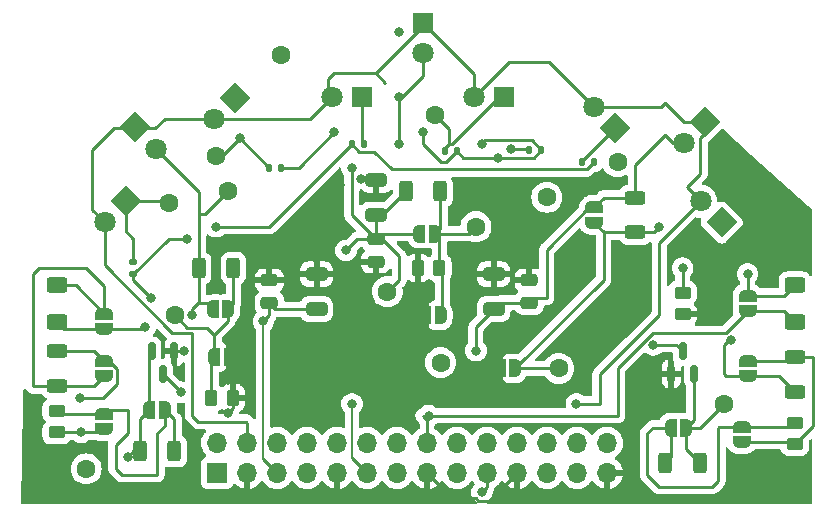
<source format=gbr>
%TF.GenerationSoftware,KiCad,Pcbnew,(6.0.4)*%
%TF.CreationDate,2024-03-24T21:34:19+02:00*%
%TF.ProjectId,KiCad Design IR Sensor,4b694361-6420-4446-9573-69676e204952,rev?*%
%TF.SameCoordinates,Original*%
%TF.FileFunction,Copper,L1,Top*%
%TF.FilePolarity,Positive*%
%FSLAX46Y46*%
G04 Gerber Fmt 4.6, Leading zero omitted, Abs format (unit mm)*
G04 Created by KiCad (PCBNEW (6.0.4)) date 2024-03-24 21:34:19*
%MOMM*%
%LPD*%
G01*
G04 APERTURE LIST*
G04 Aperture macros list*
%AMRoundRect*
0 Rectangle with rounded corners*
0 $1 Rounding radius*
0 $2 $3 $4 $5 $6 $7 $8 $9 X,Y pos of 4 corners*
0 Add a 4 corners polygon primitive as box body*
4,1,4,$2,$3,$4,$5,$6,$7,$8,$9,$2,$3,0*
0 Add four circle primitives for the rounded corners*
1,1,$1+$1,$2,$3*
1,1,$1+$1,$4,$5*
1,1,$1+$1,$6,$7*
1,1,$1+$1,$8,$9*
0 Add four rect primitives between the rounded corners*
20,1,$1+$1,$2,$3,$4,$5,0*
20,1,$1+$1,$4,$5,$6,$7,0*
20,1,$1+$1,$6,$7,$8,$9,0*
20,1,$1+$1,$8,$9,$2,$3,0*%
%AMRotRect*
0 Rectangle, with rotation*
0 The origin of the aperture is its center*
0 $1 length*
0 $2 width*
0 $3 Rotation angle, in degrees counterclockwise*
0 Add horizontal line*
21,1,$1,$2,0,0,$3*%
%AMFreePoly0*
4,1,20,0.000000,0.744959,0.073905,0.744508,0.209726,0.703889,0.328688,0.626782,0.421226,0.519385,0.479903,0.390333,0.500000,0.250000,0.500000,-0.250000,0.499851,-0.262216,0.476331,-0.402017,0.414519,-0.529596,0.319384,-0.634700,0.198574,-0.708877,0.061801,-0.746166,0.000000,-0.745033,0.000000,-0.750000,-0.500000,-0.750000,-0.500000,0.750000,0.000000,0.750000,0.000000,0.744959,
0.000000,0.744959,$1*%
%AMFreePoly1*
4,1,22,0.500000,-0.750000,0.000000,-0.750000,0.000000,-0.745033,-0.079941,-0.743568,-0.215256,-0.701293,-0.333266,-0.622738,-0.424486,-0.514219,-0.481581,-0.384460,-0.499164,-0.250000,-0.500000,-0.250000,-0.500000,0.250000,-0.499164,0.250000,-0.499963,0.256109,-0.478152,0.396186,-0.417904,0.524511,-0.324060,0.630769,-0.204165,0.706417,-0.067858,0.745374,0.000000,0.744959,0.000000,0.750000,
0.500000,0.750000,0.500000,-0.750000,0.500000,-0.750000,$1*%
G04 Aperture macros list end*
%TA.AperFunction,SMDPad,CuDef*%
%ADD10FreePoly0,90.000000*%
%TD*%
%TA.AperFunction,SMDPad,CuDef*%
%ADD11FreePoly1,90.000000*%
%TD*%
%TA.AperFunction,ComponentPad*%
%ADD12C,1.800000*%
%TD*%
%TA.AperFunction,ComponentPad*%
%ADD13RotRect,1.800000X1.800000X225.000000*%
%TD*%
%TA.AperFunction,SMDPad,CuDef*%
%ADD14RoundRect,0.150000X-0.150000X0.587500X-0.150000X-0.587500X0.150000X-0.587500X0.150000X0.587500X0*%
%TD*%
%TA.AperFunction,SMDPad,CuDef*%
%ADD15FreePoly0,0.000000*%
%TD*%
%TA.AperFunction,SMDPad,CuDef*%
%ADD16FreePoly1,0.000000*%
%TD*%
%TA.AperFunction,SMDPad,CuDef*%
%ADD17FreePoly1,270.000000*%
%TD*%
%TA.AperFunction,SMDPad,CuDef*%
%ADD18FreePoly0,270.000000*%
%TD*%
%TA.AperFunction,SMDPad,CuDef*%
%ADD19RoundRect,0.150000X0.150000X-0.587500X0.150000X0.587500X-0.150000X0.587500X-0.150000X-0.587500X0*%
%TD*%
%TA.AperFunction,ComponentPad*%
%ADD20RotRect,1.800000X1.800000X135.000000*%
%TD*%
%TA.AperFunction,SMDPad,CuDef*%
%ADD21RoundRect,0.135000X0.135000X0.185000X-0.135000X0.185000X-0.135000X-0.185000X0.135000X-0.185000X0*%
%TD*%
%TA.AperFunction,ComponentPad*%
%ADD22R,1.800000X1.800000*%
%TD*%
%TA.AperFunction,SMDPad,CuDef*%
%ADD23RoundRect,0.250000X0.475000X-0.250000X0.475000X0.250000X-0.475000X0.250000X-0.475000X-0.250000X0*%
%TD*%
%TA.AperFunction,SMDPad,CuDef*%
%ADD24RoundRect,0.250000X-0.475000X0.250000X-0.475000X-0.250000X0.475000X-0.250000X0.475000X0.250000X0*%
%TD*%
%TA.AperFunction,SMDPad,CuDef*%
%ADD25RoundRect,0.250000X-0.312500X-0.625000X0.312500X-0.625000X0.312500X0.625000X-0.312500X0.625000X0*%
%TD*%
%TA.AperFunction,SMDPad,CuDef*%
%ADD26RoundRect,0.250000X0.450000X-0.262500X0.450000X0.262500X-0.450000X0.262500X-0.450000X-0.262500X0*%
%TD*%
%TA.AperFunction,SMDPad,CuDef*%
%ADD27RoundRect,0.250000X0.625000X-0.312500X0.625000X0.312500X-0.625000X0.312500X-0.625000X-0.312500X0*%
%TD*%
%TA.AperFunction,SMDPad,CuDef*%
%ADD28RoundRect,0.250000X0.625000X-0.400000X0.625000X0.400000X-0.625000X0.400000X-0.625000X-0.400000X0*%
%TD*%
%TA.AperFunction,SMDPad,CuDef*%
%ADD29RoundRect,0.135000X-0.135000X-0.185000X0.135000X-0.185000X0.135000X0.185000X-0.135000X0.185000X0*%
%TD*%
%TA.AperFunction,SMDPad,CuDef*%
%ADD30RoundRect,0.250000X-0.450000X0.262500X-0.450000X-0.262500X0.450000X-0.262500X0.450000X0.262500X0*%
%TD*%
%TA.AperFunction,SMDPad,CuDef*%
%ADD31RoundRect,0.250000X-0.625000X0.312500X-0.625000X-0.312500X0.625000X-0.312500X0.625000X0.312500X0*%
%TD*%
%TA.AperFunction,SMDPad,CuDef*%
%ADD32RoundRect,0.135000X-0.185000X0.135000X-0.185000X-0.135000X0.185000X-0.135000X0.185000X0.135000X0*%
%TD*%
%TA.AperFunction,SMDPad,CuDef*%
%ADD33RoundRect,0.250000X0.262500X0.450000X-0.262500X0.450000X-0.262500X-0.450000X0.262500X-0.450000X0*%
%TD*%
%TA.AperFunction,SMDPad,CuDef*%
%ADD34RoundRect,0.250000X0.312500X0.625000X-0.312500X0.625000X-0.312500X-0.625000X0.312500X-0.625000X0*%
%TD*%
%TA.AperFunction,SMDPad,CuDef*%
%ADD35RoundRect,0.250000X-0.262500X-0.450000X0.262500X-0.450000X0.262500X0.450000X-0.262500X0.450000X0*%
%TD*%
%TA.AperFunction,SMDPad,CuDef*%
%ADD36RoundRect,0.250000X0.650000X-0.325000X0.650000X0.325000X-0.650000X0.325000X-0.650000X-0.325000X0*%
%TD*%
%TA.AperFunction,ComponentPad*%
%ADD37RotRect,1.800000X1.800000X315.000000*%
%TD*%
%TA.AperFunction,SMDPad,CuDef*%
%ADD38FreePoly1,180.000000*%
%TD*%
%TA.AperFunction,SMDPad,CuDef*%
%ADD39FreePoly0,180.000000*%
%TD*%
%TA.AperFunction,ComponentPad*%
%ADD40R,1.700000X1.700000*%
%TD*%
%TA.AperFunction,ComponentPad*%
%ADD41O,1.700000X1.700000*%
%TD*%
%TA.AperFunction,ViaPad*%
%ADD42C,1.600000*%
%TD*%
%TA.AperFunction,ViaPad*%
%ADD43C,0.800000*%
%TD*%
%TA.AperFunction,Conductor*%
%ADD44C,0.250000*%
%TD*%
%TA.AperFunction,Conductor*%
%ADD45C,0.200000*%
%TD*%
G04 APERTURE END LIST*
D10*
%TO.P,JP3,2,B*%
%TO.N,Net-(JP3-Pad2)*%
X115000000Y-94350000D03*
D11*
%TO.P,JP3,1,A*%
%TO.N,PWM*%
X115000000Y-95650000D03*
%TD*%
D12*
%TO.P,D9,2,A*%
%TO.N,+BATT*%
X124279438Y-77871540D03*
D13*
%TO.P,D9,1,K*%
%TO.N,Net-(D9-Pad1)*%
X126075489Y-76075489D03*
%TD*%
D12*
%TO.P,D5,2,A*%
%TO.N,+BATT*%
X115074214Y-86634282D03*
D13*
%TO.P,D5,1,K*%
%TO.N,Net-(D5-Pad1)*%
X116870265Y-84838231D03*
%TD*%
D14*
%TO.P,Q1,3,C*%
%TO.N,Net-(Q1-Pad3)*%
X120000000Y-99437500D03*
%TO.P,Q1,2,B*%
%TO.N,Net-(JP6-Pad2)*%
X119050000Y-97562500D03*
%TO.P,Q1,1,E*%
%TO.N,GND*%
X120950000Y-97562500D03*
%TD*%
D15*
%TO.P,JP2,2,B*%
%TO.N,GND*%
X125650000Y-98000000D03*
D16*
%TO.P,JP2,1,A*%
%TO.N,Net-(JP1-Pad2)*%
X124350000Y-98000000D03*
%TD*%
D17*
%TO.P,JP9,1,A*%
%TO.N,V_out_right*%
X156500000Y-85350000D03*
D18*
%TO.P,JP9,2,B*%
%TO.N,Net-(JP10-Pad1)*%
X156500000Y-86650000D03*
%TD*%
D19*
%TO.P,Q2,1,E*%
%TO.N,GND*%
X163050000Y-99437500D03*
%TO.P,Q2,2,B*%
%TO.N,Net-(JP14-Pad2)*%
X164950000Y-99437500D03*
%TO.P,Q2,3,C*%
%TO.N,Net-(Q2-Pad3)*%
X164000000Y-97562500D03*
%TD*%
D11*
%TO.P,JP13,1,A*%
%TO.N,Net-(JP12-Pad2)*%
X169000000Y-105225489D03*
D10*
%TO.P,JP13,2,B*%
%TO.N,Net-(JP13-Pad2)*%
X169000000Y-103925489D03*
%TD*%
D11*
%TO.P,JP11,1,A*%
%TO.N,PWM*%
X169500000Y-94150000D03*
D10*
%TO.P,JP11,2,B*%
%TO.N,Net-(JP11-Pad2)*%
X169500000Y-92850000D03*
%TD*%
D20*
%TO.P,D6,1,K*%
%TO.N,Net-(D6-Pad1)*%
X167312748Y-86641353D03*
D12*
%TO.P,D6,2,A*%
%TO.N,+BATT*%
X165516697Y-84845302D03*
%TD*%
D20*
%TO.P,D3,1,K*%
%TO.N,Net-(D3-Pad1)*%
X158312748Y-78641353D03*
D12*
%TO.P,D3,2,A*%
%TO.N,+BATT*%
X156516697Y-76845302D03*
%TD*%
D16*
%TO.P,JP7,1,A*%
%TO.N,V_out_mid*%
X141700000Y-87575489D03*
D15*
%TO.P,JP7,2,B*%
%TO.N,Net-(JP7-Pad2)*%
X143000000Y-87575489D03*
%TD*%
D21*
%TO.P,R10,1*%
%TO.N,Net-(D4-Pad1)*%
X137010000Y-80000000D03*
%TO.P,R10,2*%
%TO.N,Net-(Q1-Pad3)*%
X135990000Y-80000000D03*
%TD*%
D22*
%TO.P,D4,1,K*%
%TO.N,Net-(D4-Pad1)*%
X136850489Y-76050489D03*
D12*
%TO.P,D4,2,A*%
%TO.N,+BATT*%
X134310489Y-76050489D03*
%TD*%
D23*
%TO.P,C6,1*%
%TO.N,V_out_right*%
X151000000Y-93450000D03*
%TO.P,C6,2*%
%TO.N,GND*%
X151000000Y-91550000D03*
%TD*%
D24*
%TO.P,C4,1*%
%TO.N,V_out_mid*%
X138000000Y-88050000D03*
%TO.P,C4,2*%
%TO.N,GND*%
X138000000Y-89950000D03*
%TD*%
D23*
%TO.P,C2,1*%
%TO.N,V_out_left*%
X129000000Y-93450000D03*
%TO.P,C2,2*%
%TO.N,GND*%
X129000000Y-91550000D03*
%TD*%
D25*
%TO.P,R20,1*%
%TO.N,Net-(JP13-Pad2)*%
X162537500Y-107000000D03*
%TO.P,R20,2*%
%TO.N,Net-(JP14-Pad2)*%
X165462500Y-107000000D03*
%TD*%
D26*
%TO.P,R19,1*%
%TO.N,Net-(JP12-Pad2)*%
X173500000Y-105412500D03*
%TO.P,R19,2*%
%TO.N,Net-(JP13-Pad2)*%
X173500000Y-103587500D03*
%TD*%
D27*
%TO.P,R18,1*%
%TO.N,Net-(JP11-Pad2)*%
X173500000Y-100962500D03*
%TO.P,R18,2*%
%TO.N,Net-(JP12-Pad2)*%
X173500000Y-98037500D03*
%TD*%
D28*
%TO.P,R17,1*%
%TO.N,PWM*%
X173500000Y-95050000D03*
%TO.P,R17,2*%
%TO.N,Net-(JP11-Pad2)*%
X173500000Y-91950000D03*
%TD*%
D29*
%TO.P,R16,1*%
%TO.N,Net-(D9-Pad1)*%
X128990000Y-82000000D03*
%TO.P,R16,2*%
%TO.N,Net-(Q2-Pad3)*%
X130010000Y-82000000D03*
%TD*%
%TO.P,R15,1*%
%TO.N,Net-(D8-Pad1)*%
X143845489Y-80575489D03*
%TO.P,R15,2*%
%TO.N,Net-(Q2-Pad3)*%
X144865489Y-80575489D03*
%TD*%
D30*
%TO.P,R14,1*%
%TO.N,Net-(JP10-Pad1)*%
X164000000Y-92587500D03*
%TO.P,R14,2*%
%TO.N,GND*%
X164000000Y-94412500D03*
%TD*%
D31*
%TO.P,R13,1*%
%TO.N,V_out_right*%
X160000000Y-84537500D03*
%TO.P,R13,2*%
%TO.N,Net-(JP10-Pad1)*%
X160000000Y-87462500D03*
%TD*%
D29*
%TO.P,R12,1*%
%TO.N,Net-(D6-Pad1)*%
X150990000Y-80500000D03*
%TO.P,R12,2*%
%TO.N,Net-(Q2-Pad3)*%
X152010000Y-80500000D03*
%TD*%
D32*
%TO.P,R11,2*%
%TO.N,Net-(Q1-Pad3)*%
X117500000Y-91010000D03*
%TO.P,R11,1*%
%TO.N,Net-(D5-Pad1)*%
X117500000Y-89990000D03*
%TD*%
D29*
%TO.P,R9,1*%
%TO.N,Net-(D3-Pad1)*%
X155490000Y-81500000D03*
%TO.P,R9,2*%
%TO.N,Net-(Q1-Pad3)*%
X156510000Y-81500000D03*
%TD*%
D33*
%TO.P,R8,1*%
%TO.N,Net-(JP7-Pad2)*%
X143412500Y-90500000D03*
%TO.P,R8,2*%
%TO.N,GND*%
X141587500Y-90500000D03*
%TD*%
D25*
%TO.P,R7,1*%
%TO.N,V_out_mid*%
X140537500Y-84000000D03*
%TO.P,R7,2*%
%TO.N,Net-(JP7-Pad2)*%
X143462500Y-84000000D03*
%TD*%
D34*
%TO.P,R6,2*%
%TO.N,Net-(JP6-Pad2)*%
X118037500Y-106000000D03*
%TO.P,R6,1*%
%TO.N,Net-(JP5-Pad2)*%
X120962500Y-106000000D03*
%TD*%
D26*
%TO.P,R5,2*%
%TO.N,Net-(JP5-Pad2)*%
X111000000Y-102587500D03*
%TO.P,R5,1*%
%TO.N,Net-(JP4-Pad2)*%
X111000000Y-104412500D03*
%TD*%
D27*
%TO.P,R4,2*%
%TO.N,Net-(JP4-Pad2)*%
X111000000Y-97537500D03*
%TO.P,R4,1*%
%TO.N,Net-(JP3-Pad2)*%
X111000000Y-100462500D03*
%TD*%
D28*
%TO.P,R3,2*%
%TO.N,Net-(JP3-Pad2)*%
X111000000Y-91950000D03*
%TO.P,R3,1*%
%TO.N,PWM*%
X111000000Y-95050000D03*
%TD*%
D35*
%TO.P,R2,2*%
%TO.N,GND*%
X125912500Y-101500000D03*
%TO.P,R2,1*%
%TO.N,Net-(JP1-Pad2)*%
X124087500Y-101500000D03*
%TD*%
D25*
%TO.P,R1,2*%
%TO.N,Net-(JP1-Pad2)*%
X125962500Y-90500000D03*
%TO.P,R1,1*%
%TO.N,V_out_left*%
X123037500Y-90500000D03*
%TD*%
D36*
%TO.P,C5,1*%
%TO.N,V_out_right*%
X148000000Y-93975000D03*
%TO.P,C5,2*%
%TO.N,GND*%
X148000000Y-91025000D03*
%TD*%
%TO.P,C3,1*%
%TO.N,V_out_mid*%
X138075489Y-85975000D03*
%TO.P,C3,2*%
%TO.N,GND*%
X138075489Y-83025000D03*
%TD*%
%TO.P,C1,1*%
%TO.N,V_out_left*%
X133000000Y-93975000D03*
%TO.P,C1,2*%
%TO.N,GND*%
X133000000Y-91025000D03*
%TD*%
D22*
%TO.P,D8,1,K*%
%TO.N,Net-(D8-Pad1)*%
X148850489Y-76050489D03*
D12*
%TO.P,D8,2,A*%
%TO.N,+BATT*%
X146310489Y-76050489D03*
%TD*%
D13*
%TO.P,D7,1,K*%
%TO.N,+BATT*%
X165901561Y-78098439D03*
D12*
%TO.P,D7,2,A*%
%TO.N,V_out_right*%
X164105510Y-79894490D03*
%TD*%
%TO.P,D2,2,A*%
%TO.N,V_out_mid*%
X142000000Y-72265000D03*
D22*
%TO.P,D2,1,K*%
%TO.N,+BATT*%
X142000000Y-69725000D03*
%TD*%
D37*
%TO.P,D1,1,K*%
%TO.N,+BATT*%
X117598439Y-78598439D03*
D12*
%TO.P,D1,2,A*%
%TO.N,V_out_left*%
X119394490Y-80394490D03*
%TD*%
D16*
%TO.P,JP14,1,A*%
%TO.N,Net-(JP13-Pad2)*%
X163000000Y-104000000D03*
D15*
%TO.P,JP14,2,B*%
%TO.N,Net-(JP14-Pad2)*%
X164300000Y-104000000D03*
%TD*%
D11*
%TO.P,JP12,1,A*%
%TO.N,Net-(JP11-Pad2)*%
X169500000Y-99650000D03*
D10*
%TO.P,JP12,2,B*%
%TO.N,Net-(JP12-Pad2)*%
X169500000Y-98350000D03*
%TD*%
D38*
%TO.P,JP10,1,A*%
%TO.N,Net-(JP10-Pad1)*%
X149800000Y-99000000D03*
D39*
%TO.P,JP10,2,B*%
%TO.N,GND*%
X148500000Y-99000000D03*
%TD*%
D38*
%TO.P,JP8,1,A*%
%TO.N,Net-(JP7-Pad2)*%
X143500000Y-94500000D03*
D39*
%TO.P,JP8,2,B*%
%TO.N,GND*%
X142200000Y-94500000D03*
%TD*%
%TO.P,JP6,2,B*%
%TO.N,Net-(JP6-Pad2)*%
X118850000Y-102500000D03*
D38*
%TO.P,JP6,1,A*%
%TO.N,Net-(JP5-Pad2)*%
X120150000Y-102500000D03*
%TD*%
D10*
%TO.P,JP5,2,B*%
%TO.N,Net-(JP5-Pad2)*%
X115000000Y-102850000D03*
D11*
%TO.P,JP5,1,A*%
%TO.N,Net-(JP4-Pad2)*%
X115000000Y-104150000D03*
%TD*%
D10*
%TO.P,JP4,2,B*%
%TO.N,Net-(JP4-Pad2)*%
X115000000Y-98350000D03*
D11*
%TO.P,JP4,1,A*%
%TO.N,Net-(JP3-Pad2)*%
X115000000Y-99650000D03*
%TD*%
D15*
%TO.P,JP1,2,B*%
%TO.N,Net-(JP1-Pad2)*%
X125500000Y-94000000D03*
D16*
%TO.P,JP1,1,A*%
%TO.N,V_out_left*%
X124200000Y-94000000D03*
%TD*%
D40*
%TO.P,J1,1,Pin_1*%
%TO.N,unconnected-(J1-Pad1)*%
X124575489Y-107850489D03*
D41*
%TO.P,J1,2,Pin_2*%
%TO.N,unconnected-(J1-Pad2)*%
X124575489Y-105310489D03*
%TO.P,J1,3,Pin_3*%
%TO.N,GND*%
X127115489Y-107850489D03*
%TO.P,J1,4,Pin_4*%
%TO.N,+BATT*%
X127115489Y-105310489D03*
%TO.P,J1,5,Pin_5*%
%TO.N,V_out_left*%
X129655489Y-107850489D03*
%TO.P,J1,6,Pin_6*%
%TO.N,unconnected-(J1-Pad6)*%
X129655489Y-105310489D03*
%TO.P,J1,7,Pin_7*%
%TO.N,unconnected-(J1-Pad7)*%
X132195489Y-107850489D03*
%TO.P,J1,8,Pin_8*%
%TO.N,unconnected-(J1-Pad8)*%
X132195489Y-105310489D03*
%TO.P,J1,9,Pin_9*%
%TO.N,GND*%
X134735489Y-107850489D03*
%TO.P,J1,10,Pin_10*%
%TO.N,unconnected-(J1-Pad10)*%
X134735489Y-105310489D03*
%TO.P,J1,11,Pin_11*%
%TO.N,V_out_mid*%
X137275489Y-107850489D03*
%TO.P,J1,12,Pin_12*%
%TO.N,unconnected-(J1-Pad12)*%
X137275489Y-105310489D03*
%TO.P,J1,13,Pin_13*%
%TO.N,unconnected-(J1-Pad13)*%
X139815489Y-107850489D03*
%TO.P,J1,14,Pin_14*%
%TO.N,unconnected-(J1-Pad14)*%
X139815489Y-105310489D03*
%TO.P,J1,15,Pin_15*%
%TO.N,GND*%
X142355489Y-107850489D03*
%TO.P,J1,16,Pin_16*%
%TO.N,PWM*%
X142355489Y-105310489D03*
%TO.P,J1,17,Pin_17*%
%TO.N,unconnected-(J1-Pad17)*%
X144895489Y-107850489D03*
%TO.P,J1,18,Pin_18*%
%TO.N,unconnected-(J1-Pad18)*%
X144895489Y-105310489D03*
%TO.P,J1,19,Pin_19*%
%TO.N,V_out_right*%
X147435489Y-107850489D03*
%TO.P,J1,20,Pin_20*%
%TO.N,unconnected-(J1-Pad20)*%
X147435489Y-105310489D03*
%TO.P,J1,21,Pin_21*%
%TO.N,GND*%
X149975489Y-107850489D03*
%TO.P,J1,22,Pin_22*%
%TO.N,unconnected-(J1-Pad22)*%
X149975489Y-105310489D03*
%TO.P,J1,23,Pin_23*%
%TO.N,unconnected-(J1-Pad23)*%
X152515489Y-107850489D03*
%TO.P,J1,24,Pin_24*%
%TO.N,unconnected-(J1-Pad24)*%
X152515489Y-105310489D03*
%TO.P,J1,25,Pin_25*%
%TO.N,unconnected-(J1-Pad25)*%
X155055489Y-107850489D03*
%TO.P,J1,26,Pin_26*%
%TO.N,+BATT*%
X155055489Y-105310489D03*
%TO.P,J1,27,Pin_27*%
%TO.N,GND*%
X157595489Y-107850489D03*
%TO.P,J1,28,Pin_28*%
%TO.N,unconnected-(J1-Pad28)*%
X157595489Y-105310489D03*
%TD*%
D42*
%TO.N,Net-(D4-Pad1)*%
X130000000Y-72500000D03*
%TO.N,Net-(D8-Pad1)*%
X143000000Y-77500000D03*
%TO.N,Net-(D6-Pad1)*%
X152500000Y-84500000D03*
%TO.N,Net-(D3-Pad1)*%
X158500000Y-81500000D03*
%TO.N,Net-(JP7-Pad2)*%
X146500000Y-87000000D03*
%TO.N,Net-(JP14-Pad2)*%
X167500000Y-102000000D03*
%TO.N,Net-(JP10-Pad1)*%
X153500000Y-99000000D03*
%TO.N,V_out_right*%
X143500000Y-98500000D03*
%TO.N,V_out_mid*%
X139000000Y-92500000D03*
%TO.N,Net-(D9-Pad1)*%
X124500000Y-81000000D03*
%TO.N,Net-(JP6-Pad2)*%
X113500000Y-107500000D03*
D43*
X117000000Y-106500000D03*
D42*
%TO.N,Net-(D5-Pad1)*%
X120500000Y-85000000D03*
%TO.N,Net-(JP1-Pad2)*%
X121000000Y-94500000D03*
%TO.N,V_out_left*%
X125500000Y-84000000D03*
D43*
%TO.N,GND*%
X163000000Y-101500000D03*
X166000000Y-94500000D03*
X135000000Y-83500000D03*
X136724500Y-83000000D03*
X125500000Y-102775500D03*
X127000000Y-110000000D03*
X125500000Y-100000000D03*
X121775500Y-97500000D03*
%TO.N,V_out_right*%
X146500000Y-97500000D03*
X147000000Y-109500000D03*
%TO.N,V_out_mid*%
X136000000Y-102000000D03*
X135500000Y-89000000D03*
X140000000Y-70500000D03*
X140000000Y-80000000D03*
X140000000Y-76000000D03*
X136000000Y-82000000D03*
%TO.N,Net-(JP11-Pad2)*%
X169500000Y-91000000D03*
%TO.N,Net-(JP10-Pad1)*%
X162000000Y-87000000D03*
%TO.N,Net-(Q2-Pad3)*%
X147000000Y-80000000D03*
%TO.N,Net-(D6-Pad1)*%
X149500000Y-80420020D03*
%TO.N,Net-(Q2-Pad3)*%
X161512299Y-97012299D03*
%TO.N,Net-(Q1-Pad3)*%
X119000000Y-93000000D03*
%TO.N,Net-(D9-Pad1)*%
X126500000Y-79500000D03*
%TO.N,Net-(Q2-Pad3)*%
X142000000Y-79000000D03*
X134500000Y-79000000D03*
%TO.N,Net-(Q1-Pad3)*%
X121500000Y-101000000D03*
%TO.N,Net-(JP11-Pad2)*%
X168065474Y-96593534D03*
%TO.N,Net-(Q2-Pad3)*%
X148355480Y-81144520D03*
%TO.N,Net-(JP4-Pad2)*%
X113087500Y-104412500D03*
X113000000Y-101500000D03*
%TO.N,Net-(JP10-Pad1)*%
X164000000Y-90500000D03*
%TO.N,+BATT*%
X155000000Y-102000000D03*
%TO.N,PWM*%
X142500000Y-103000000D03*
X118500000Y-95500000D03*
%TO.N,Net-(Q1-Pad3)*%
X122000000Y-88000000D03*
X124500000Y-87000000D03*
%TO.N,V_out_left*%
X128500000Y-95000000D03*
X122500000Y-94500000D03*
%TD*%
D44*
%TO.N,+BATT*%
X164098439Y-78098439D02*
X162500000Y-76500000D01*
X165901561Y-78098439D02*
X164098439Y-78098439D01*
X165500000Y-82505315D02*
X164338355Y-83666960D01*
X165500000Y-79500000D02*
X165500000Y-82505315D01*
X165901561Y-79098439D02*
X165500000Y-79500000D01*
X164338355Y-83666960D02*
X165516697Y-84845302D01*
X165901561Y-78098439D02*
X165901561Y-79098439D01*
%TO.N,V_out_right*%
X163162529Y-79894490D02*
X162542304Y-79274265D01*
X164105510Y-79894490D02*
X163162529Y-79894490D01*
%TO.N,V_out_mid*%
X142000000Y-72265000D02*
X142000000Y-74265000D01*
%TO.N,+BATT*%
X146310489Y-74035489D02*
X146310489Y-76050489D01*
X142000000Y-69725000D02*
X146310489Y-74035489D01*
X142000000Y-70000000D02*
X138000000Y-74000000D01*
X142000000Y-69725000D02*
X142000000Y-70000000D01*
X146310489Y-76050489D02*
X149310489Y-73050489D01*
X149310489Y-73050489D02*
X152721884Y-73050489D01*
%TO.N,V_out_mid*%
X140265000Y-76000000D02*
X140000000Y-76000000D01*
X142000000Y-74265000D02*
X140265000Y-76000000D01*
%TO.N,V_out_left*%
X123037500Y-84037500D02*
X123037500Y-85923355D01*
X119394490Y-80394490D02*
X123037500Y-84037500D01*
%TO.N,GND*%
X146475386Y-110000000D02*
X146699897Y-110224511D01*
X144505000Y-110000000D02*
X146475386Y-110000000D01*
X146699897Y-110224511D02*
X147601467Y-110224511D01*
X147601467Y-110224511D02*
X149975489Y-107850489D01*
X142355489Y-107850489D02*
X144505000Y-110000000D01*
%TO.N,V_out_right*%
X147435489Y-109064511D02*
X147435489Y-107850489D01*
X147000000Y-109500000D02*
X147435489Y-109064511D01*
%TO.N,Net-(D8-Pad1)*%
X144199700Y-78699700D02*
X143000000Y-77500000D01*
X144199700Y-79985560D02*
X144199700Y-78699700D01*
%TO.N,Net-(JP7-Pad2)*%
X145924511Y-87575489D02*
X143000000Y-87575489D01*
X146500000Y-87000000D02*
X145924511Y-87575489D01*
%TO.N,Net-(JP14-Pad2)*%
X165500000Y-104000000D02*
X167500000Y-102000000D01*
X164300000Y-104000000D02*
X165500000Y-104000000D01*
%TO.N,Net-(JP10-Pad1)*%
X149800000Y-99000000D02*
X153500000Y-99000000D01*
%TO.N,V_out_mid*%
X140000000Y-91500000D02*
X139000000Y-92500000D01*
X138550000Y-88050000D02*
X140000000Y-89500000D01*
X140000000Y-89500000D02*
X140000000Y-91500000D01*
X138000000Y-88050000D02*
X138550000Y-88050000D01*
%TO.N,Net-(D9-Pad1)*%
X125000000Y-81000000D02*
X124500000Y-81000000D01*
X126500000Y-79500000D02*
X125000000Y-81000000D01*
%TO.N,Net-(JP6-Pad2)*%
X117500000Y-106000000D02*
X117000000Y-106500000D01*
X118037500Y-106000000D02*
X117500000Y-106000000D01*
%TO.N,Net-(D5-Pad1)*%
X120338231Y-84838231D02*
X116870265Y-84838231D01*
X120500000Y-85000000D02*
X120338231Y-84838231D01*
%TO.N,Net-(JP1-Pad2)*%
X123750480Y-95550480D02*
X124350000Y-96150000D01*
X122050480Y-95550480D02*
X123750480Y-95550480D01*
X121000000Y-94500000D02*
X122050480Y-95550480D01*
X124750000Y-95750000D02*
X124350000Y-96150000D01*
X125500000Y-95000000D02*
X124750000Y-95750000D01*
%TO.N,V_out_left*%
X123576645Y-85923355D02*
X125500000Y-84000000D01*
X123037500Y-85923355D02*
X123576645Y-85923355D01*
%TO.N,GND*%
X165912500Y-94412500D02*
X166000000Y-94500000D01*
X164000000Y-94412500D02*
X165912500Y-94412500D01*
X136749500Y-83025000D02*
X136724500Y-83000000D01*
X138075489Y-83025000D02*
X136749500Y-83025000D01*
X125912500Y-102363000D02*
X125500000Y-102775500D01*
X125912500Y-101500000D02*
X125912500Y-102363000D01*
X121713000Y-97562500D02*
X121775500Y-97500000D01*
X120950000Y-97562500D02*
X121713000Y-97562500D01*
%TO.N,V_out_left*%
X123037500Y-93462500D02*
X123000000Y-93500000D01*
X123037500Y-90500000D02*
X123037500Y-93462500D01*
%TO.N,V_out_right*%
X146500000Y-95475000D02*
X146500000Y-97500000D01*
X148000000Y-93975000D02*
X146500000Y-95475000D01*
D45*
%TO.N,V_out_mid*%
X136000000Y-102000000D02*
X136000000Y-106575000D01*
D44*
X136000000Y-106575000D02*
X137275489Y-107850489D01*
X136450000Y-88050000D02*
X135500000Y-89000000D01*
X138000000Y-88050000D02*
X136450000Y-88050000D01*
X140000000Y-80000000D02*
X140000000Y-76000000D01*
X136000000Y-86050000D02*
X136000000Y-82000000D01*
X138000000Y-88050000D02*
X136000000Y-86050000D01*
%TO.N,Net-(JP11-Pad2)*%
X169500000Y-91000000D02*
X169500000Y-92850000D01*
%TO.N,Net-(JP10-Pad1)*%
X161537500Y-87462500D02*
X162000000Y-87000000D01*
X160000000Y-87462500D02*
X161537500Y-87462500D01*
%TO.N,Net-(Q2-Pad3)*%
X147304491Y-79695509D02*
X147000000Y-80000000D01*
X151205509Y-79695509D02*
X147304491Y-79695509D01*
X152010000Y-80500000D02*
X151205509Y-79695509D01*
%TO.N,Net-(D6-Pad1)*%
X150910020Y-80420020D02*
X150990000Y-80500000D01*
X149500000Y-80420020D02*
X150910020Y-80420020D01*
%TO.N,Net-(Q2-Pad3)*%
X163449799Y-97012299D02*
X161512299Y-97012299D01*
X164000000Y-97562500D02*
X163449799Y-97012299D01*
%TO.N,Net-(Q1-Pad3)*%
X117500000Y-91500000D02*
X119000000Y-93000000D01*
X117500000Y-91010000D02*
X117500000Y-91500000D01*
%TO.N,Net-(D9-Pad1)*%
X128990000Y-81990000D02*
X128990000Y-82000000D01*
X126500000Y-79500000D02*
X128990000Y-81990000D01*
%TO.N,Net-(Q2-Pad3)*%
X143500000Y-81500000D02*
X143940978Y-81500000D01*
X142000000Y-80000000D02*
X143500000Y-81500000D01*
X143940978Y-81500000D02*
X144865489Y-80575489D01*
X142000000Y-79000000D02*
X142000000Y-80000000D01*
X131500000Y-82000000D02*
X134500000Y-79000000D01*
X130010000Y-82000000D02*
X131500000Y-82000000D01*
%TO.N,Net-(Q1-Pad3)*%
X120000000Y-99500000D02*
X121500000Y-101000000D01*
X120000000Y-99437500D02*
X120000000Y-99500000D01*
%TO.N,GND*%
X148000000Y-91025000D02*
X147475000Y-90500000D01*
%TO.N,Net-(JP11-Pad2)*%
X167906466Y-96593534D02*
X168065474Y-96593534D01*
X167500000Y-97000000D02*
X167906466Y-96593534D01*
X167500000Y-99500000D02*
X167500000Y-97000000D01*
X167650000Y-99650000D02*
X167500000Y-99500000D01*
X169500000Y-99650000D02*
X167650000Y-99650000D01*
%TO.N,Net-(JP12-Pad2)*%
X173537500Y-98000000D02*
X173500000Y-98037500D01*
X175000000Y-98000000D02*
X173537500Y-98000000D01*
X175000000Y-103912500D02*
X175000000Y-98000000D01*
X173500000Y-105412500D02*
X175000000Y-103912500D01*
%TO.N,Net-(JP13-Pad2)*%
X167074511Y-103925489D02*
X169000000Y-103925489D01*
X167000000Y-104000000D02*
X167074511Y-103925489D01*
X167000000Y-108500000D02*
X167000000Y-104000000D01*
X166500000Y-109000000D02*
X167000000Y-108500000D01*
X161000000Y-108000000D02*
X162000000Y-109000000D01*
X162000000Y-109000000D02*
X166500000Y-109000000D01*
X161000000Y-104500000D02*
X161000000Y-108000000D01*
X161500000Y-104000000D02*
X161000000Y-104500000D01*
X163000000Y-104000000D02*
X161500000Y-104000000D01*
%TO.N,Net-(Q2-Pad3)*%
X144865489Y-80575489D02*
X145434520Y-81144520D01*
X151375480Y-81144520D02*
X148355480Y-81144520D01*
X145434520Y-81144520D02*
X148355480Y-81144520D01*
X152010000Y-80510000D02*
X151375480Y-81144520D01*
X152010000Y-80500000D02*
X152010000Y-80510000D01*
%TO.N,Net-(JP4-Pad2)*%
X111000000Y-104412500D02*
X113087500Y-104412500D01*
X113087500Y-104412500D02*
X114737500Y-104412500D01*
X116074520Y-100325960D02*
X114900480Y-101500000D01*
X116074520Y-99015580D02*
X116074520Y-100325960D01*
X115408940Y-98350000D02*
X116074520Y-99015580D01*
X114900480Y-101500000D02*
X113000000Y-101500000D01*
X115000000Y-98350000D02*
X115408940Y-98350000D01*
%TO.N,Net-(JP3-Pad2)*%
X110962500Y-100500000D02*
X111000000Y-100462500D01*
X109500000Y-90500000D02*
X109000000Y-91000000D01*
X113500000Y-90500000D02*
X109500000Y-90500000D01*
X109000000Y-100500000D02*
X110962500Y-100500000D01*
X109000000Y-91000000D02*
X109000000Y-100500000D01*
X115000000Y-92000000D02*
X113500000Y-90500000D01*
X115000000Y-94350000D02*
X115000000Y-92000000D01*
%TO.N,Net-(JP10-Pad1)*%
X164000000Y-92587500D02*
X164000000Y-90500000D01*
%TO.N,Net-(JP14-Pad2)*%
X164950000Y-99437500D02*
X164950000Y-103350000D01*
X164950000Y-103350000D02*
X164300000Y-104000000D01*
%TO.N,+BATT*%
X157000000Y-99500000D02*
X157000000Y-102000000D01*
X157000000Y-102000000D02*
X155000000Y-102000000D01*
X157500000Y-99000000D02*
X157000000Y-99500000D01*
X162000000Y-94500000D02*
X157500000Y-99000000D01*
X162000000Y-88361999D02*
X162000000Y-94500000D01*
X165516697Y-84845302D02*
X162000000Y-88361999D01*
%TO.N,V_out_right*%
X156091060Y-85350000D02*
X156500000Y-85350000D01*
X152500000Y-88941060D02*
X156091060Y-85350000D01*
X152500000Y-93000000D02*
X152500000Y-88941060D01*
X151450000Y-93000000D02*
X152500000Y-93000000D01*
X151000000Y-93450000D02*
X151450000Y-93000000D01*
%TO.N,Net-(JP10-Pad1)*%
X157312500Y-91487500D02*
X157312500Y-87462500D01*
X149800000Y-99000000D02*
X157312500Y-91487500D01*
%TO.N,V_out_right*%
X148525000Y-93450000D02*
X148000000Y-93975000D01*
X151000000Y-93450000D02*
X148525000Y-93450000D01*
%TO.N,V_out_mid*%
X138562500Y-85975000D02*
X140537500Y-84000000D01*
X138075489Y-85975000D02*
X138562500Y-85975000D01*
X138000000Y-86050489D02*
X138075489Y-85975000D01*
X138000000Y-88050000D02*
X138000000Y-86050489D01*
X138474511Y-87575489D02*
X138000000Y-88050000D01*
X141700000Y-87575489D02*
X138474511Y-87575489D01*
%TO.N,Net-(JP7-Pad2)*%
X143000000Y-87575489D02*
X143462500Y-87112989D01*
X143462500Y-87112989D02*
X143462500Y-84000000D01*
X143412500Y-87987989D02*
X143000000Y-87575489D01*
X143412500Y-90500000D02*
X143412500Y-87987989D01*
X143650000Y-90737500D02*
X143412500Y-90500000D01*
X143650000Y-94500000D02*
X143650000Y-90737500D01*
%TO.N,V_out_left*%
X128480978Y-106675978D02*
X129655489Y-107850489D01*
D45*
X128480978Y-95019022D02*
X128480978Y-106675978D01*
D44*
X128500000Y-95000000D02*
X128480978Y-95019022D01*
%TO.N,PWM*%
X142500000Y-103000000D02*
X142000000Y-103000000D01*
X158500000Y-103000000D02*
X142500000Y-103000000D01*
X118350000Y-95650000D02*
X118500000Y-95500000D01*
X115000000Y-95650000D02*
X118350000Y-95650000D01*
X142355489Y-103355489D02*
X142355489Y-105310489D01*
X158500000Y-99000000D02*
X158500000Y-103000000D01*
X161500000Y-96000000D02*
X158500000Y-99000000D01*
X142000000Y-103000000D02*
X142355489Y-103355489D01*
X167650000Y-96000000D02*
X161500000Y-96000000D01*
X169500000Y-94150000D02*
X167650000Y-96000000D01*
%TO.N,Net-(JP13-Pad2)*%
X163000000Y-106537500D02*
X162537500Y-107000000D01*
X163000000Y-104000000D02*
X163000000Y-106537500D01*
%TO.N,Net-(JP14-Pad2)*%
X164300000Y-105837500D02*
X165462500Y-107000000D01*
X164300000Y-104000000D02*
X164300000Y-105837500D01*
%TO.N,Net-(JP12-Pad2)*%
X169000000Y-105225489D02*
X173312989Y-105225489D01*
X173312989Y-105225489D02*
X173500000Y-105412500D01*
%TO.N,Net-(JP13-Pad2)*%
X173162011Y-103925489D02*
X173500000Y-103587500D01*
X169000000Y-103925489D02*
X173162011Y-103925489D01*
%TO.N,Net-(JP11-Pad2)*%
X172187500Y-99650000D02*
X173500000Y-100962500D01*
X169500000Y-99650000D02*
X172187500Y-99650000D01*
%TO.N,Net-(JP12-Pad2)*%
X173187500Y-98350000D02*
X173500000Y-98037500D01*
X169500000Y-98350000D02*
X173187500Y-98350000D01*
%TO.N,PWM*%
X169500000Y-94150000D02*
X172600000Y-94150000D01*
X172600000Y-94150000D02*
X173500000Y-95050000D01*
%TO.N,Net-(JP11-Pad2)*%
X169500000Y-92850000D02*
X172600000Y-92850000D01*
X172600000Y-92850000D02*
X173500000Y-91950000D01*
%TO.N,Net-(JP10-Pad1)*%
X157312500Y-87462500D02*
X156500000Y-86650000D01*
X160000000Y-87462500D02*
X157312500Y-87462500D01*
%TO.N,V_out_right*%
X157312500Y-84537500D02*
X156500000Y-85350000D01*
X160000000Y-84537500D02*
X157312500Y-84537500D01*
X160000000Y-81816569D02*
X162542304Y-79274265D01*
X160000000Y-84537500D02*
X160000000Y-81816569D01*
%TO.N,Net-(D8-Pad1)*%
X143845489Y-80339771D02*
X143845489Y-80575489D01*
X144485559Y-79985560D02*
X144199700Y-79985560D01*
X144199700Y-79985560D02*
X143845489Y-80339771D01*
X148420630Y-76050489D02*
X144485559Y-79985560D01*
X148850489Y-76050489D02*
X148420630Y-76050489D01*
%TO.N,Net-(Q1-Pad3)*%
X139373701Y-82144520D02*
X155865480Y-82144520D01*
X137873701Y-80644520D02*
X139373701Y-82144520D01*
X136634520Y-80644520D02*
X137873701Y-80644520D01*
X135990000Y-80000000D02*
X136634520Y-80644520D01*
X155865480Y-82144520D02*
X156510000Y-81500000D01*
X128990000Y-87000000D02*
X135990000Y-80000000D01*
X120510000Y-88000000D02*
X122000000Y-88000000D01*
X124500000Y-87000000D02*
X128990000Y-87000000D01*
X117500000Y-91010000D02*
X120510000Y-88000000D01*
%TO.N,V_out_left*%
X123037500Y-90500000D02*
X123037500Y-85923355D01*
X123700000Y-93500000D02*
X124200000Y-94000000D01*
X123000000Y-93500000D02*
X123700000Y-93500000D01*
X122500000Y-94500000D02*
X122500000Y-94000000D01*
X122500000Y-94000000D02*
X123000000Y-93500000D01*
X129000000Y-94500000D02*
X128500000Y-95000000D01*
X129000000Y-93450000D02*
X129000000Y-94500000D01*
X129000000Y-93450000D02*
X129525000Y-93975000D01*
X129525000Y-93975000D02*
X132500000Y-93975000D01*
%TO.N,GND*%
X125912500Y-98262500D02*
X125650000Y-98000000D01*
%TO.N,Net-(JP1-Pad2)*%
X124087500Y-101500000D02*
X124087500Y-98262500D01*
X124087500Y-98262500D02*
X124350000Y-98000000D01*
X124350000Y-96150000D02*
X124350000Y-98000000D01*
X125500000Y-94000000D02*
X125500000Y-95000000D01*
X125962500Y-93537500D02*
X125962500Y-90500000D01*
X125500000Y-94000000D02*
X125962500Y-93537500D01*
%TO.N,Net-(JP5-Pad2)*%
X115350000Y-102500000D02*
X115000000Y-102850000D01*
X117000000Y-102500000D02*
X115350000Y-102500000D01*
X117000000Y-104500000D02*
X117000000Y-102500000D01*
X116500000Y-108000000D02*
X116000000Y-107500000D01*
X119500000Y-108000000D02*
X116500000Y-108000000D01*
X116000000Y-107500000D02*
X116000000Y-105500000D01*
X119500000Y-104500000D02*
X119500000Y-108000000D01*
X120150000Y-103850000D02*
X119500000Y-104500000D01*
X120150000Y-102500000D02*
X120150000Y-103850000D01*
X116000000Y-105500000D02*
X117000000Y-104500000D01*
%TO.N,Net-(JP6-Pad2)*%
X118850000Y-97762500D02*
X119050000Y-97562500D01*
X118850000Y-102500000D02*
X118850000Y-97762500D01*
%TO.N,Net-(JP5-Pad2)*%
X120962500Y-103312500D02*
X120150000Y-102500000D01*
X120962500Y-106000000D02*
X120962500Y-103312500D01*
%TO.N,Net-(JP6-Pad2)*%
X118037500Y-103312500D02*
X118850000Y-102500000D01*
X118037500Y-106000000D02*
X118037500Y-103312500D01*
%TO.N,Net-(JP4-Pad2)*%
X114737500Y-104412500D02*
X115000000Y-104150000D01*
%TO.N,Net-(JP5-Pad2)*%
X111262500Y-102850000D02*
X115000000Y-102850000D01*
X111000000Y-102587500D02*
X111262500Y-102850000D01*
%TO.N,Net-(JP3-Pad2)*%
X114187500Y-100462500D02*
X115000000Y-99650000D01*
X111000000Y-100462500D02*
X114187500Y-100462500D01*
%TO.N,Net-(JP4-Pad2)*%
X114187500Y-97537500D02*
X115000000Y-98350000D01*
X111000000Y-97537500D02*
X114187500Y-97537500D01*
%TO.N,PWM*%
X111600000Y-95650000D02*
X115000000Y-95650000D01*
X111000000Y-95050000D02*
X111600000Y-95650000D01*
%TO.N,Net-(JP3-Pad2)*%
X111000000Y-91950000D02*
X112600000Y-91950000D01*
X112600000Y-91950000D02*
X115000000Y-94350000D01*
%TO.N,+BATT*%
X127115489Y-103615489D02*
X127115489Y-105310489D01*
X127000000Y-103500000D02*
X127115489Y-103615489D01*
X123000000Y-103500000D02*
X127000000Y-103500000D01*
X122500000Y-103000000D02*
X123000000Y-103500000D01*
X120796072Y-96000000D02*
X122500000Y-96000000D01*
X122500000Y-96000000D02*
X122500000Y-103000000D01*
X115074214Y-90278142D02*
X120796072Y-96000000D01*
X115074214Y-86634282D02*
X115074214Y-90278142D01*
%TO.N,Net-(D5-Pad1)*%
X117500000Y-88000000D02*
X117500000Y-89990000D01*
X116870265Y-87370265D02*
X117500000Y-88000000D01*
X116870265Y-84838231D02*
X116870265Y-87370265D01*
%TO.N,+BATT*%
X115843431Y-78656569D02*
X119362816Y-78656569D01*
X114000000Y-85560068D02*
X114000000Y-80500000D01*
X115074214Y-86634282D02*
X114000000Y-85560068D01*
X114000000Y-80500000D02*
X115843431Y-78656569D01*
X124279438Y-77871540D02*
X120147845Y-77871540D01*
X120147845Y-77871540D02*
X119362816Y-78656569D01*
X132489438Y-77871540D02*
X124279438Y-77871540D01*
X134310489Y-76050489D02*
X132489438Y-77871540D01*
X134000000Y-74500000D02*
X134000000Y-75740000D01*
X134000000Y-75740000D02*
X134310489Y-76050489D01*
X134500000Y-74000000D02*
X134000000Y-74500000D01*
X138000000Y-74000000D02*
X134500000Y-74000000D01*
X138825978Y-74825978D02*
X138000000Y-74000000D01*
%TO.N,Net-(D4-Pad1)*%
X136850489Y-79840489D02*
X137010000Y-80000000D01*
X136850489Y-76050489D02*
X136850489Y-79840489D01*
%TO.N,Net-(D3-Pad1)*%
X155490000Y-81464101D02*
X155490000Y-81500000D01*
X158312748Y-78641353D02*
X155490000Y-81464101D01*
%TO.N,+BATT*%
X156516697Y-76845302D02*
X152721884Y-73050489D01*
X162154698Y-76845302D02*
X162500000Y-76500000D01*
X156516697Y-76845302D02*
X162154698Y-76845302D01*
%TD*%
%TA.AperFunction,Conductor*%
%TO.N,GND*%
G36*
X163133621Y-97665801D02*
G01*
X163180114Y-97719457D01*
X163191500Y-97771799D01*
X163191500Y-98216502D01*
X163191693Y-98218950D01*
X163191693Y-98218958D01*
X163193771Y-98245352D01*
X163194438Y-98253831D01*
X163240855Y-98413601D01*
X163244892Y-98420427D01*
X163286453Y-98490703D01*
X163304000Y-98554842D01*
X163304000Y-99165385D01*
X163308475Y-99180624D01*
X163309865Y-99181829D01*
X163317548Y-99183500D01*
X163839884Y-99183500D01*
X163855123Y-99179025D01*
X163856328Y-99177635D01*
X163857999Y-99169952D01*
X163857999Y-98934500D01*
X163878001Y-98866379D01*
X163931657Y-98819886D01*
X163983999Y-98808500D01*
X164015500Y-98808500D01*
X164083621Y-98828502D01*
X164130114Y-98882158D01*
X164141500Y-98934500D01*
X164141500Y-100091502D01*
X164141693Y-100093950D01*
X164141693Y-100093958D01*
X164143927Y-100122336D01*
X164144438Y-100128831D01*
X164165002Y-100199614D01*
X164188586Y-100280790D01*
X164190855Y-100288601D01*
X164203579Y-100310116D01*
X164271509Y-100424980D01*
X164271511Y-100424983D01*
X164275547Y-100431807D01*
X164281155Y-100437415D01*
X164286011Y-100443675D01*
X164284504Y-100444844D01*
X164313621Y-100498167D01*
X164316500Y-100524950D01*
X164316500Y-102610271D01*
X164296498Y-102678392D01*
X164242842Y-102724885D01*
X164190500Y-102736271D01*
X163800000Y-102736271D01*
X163768014Y-102738559D01*
X163733627Y-102741018D01*
X163733626Y-102741018D01*
X163726889Y-102741500D01*
X163690560Y-102752167D01*
X163637132Y-102755988D01*
X163500000Y-102736271D01*
X163009992Y-102736271D01*
X163009222Y-102736269D01*
X162939069Y-102735840D01*
X162939063Y-102735840D01*
X162934583Y-102735813D01*
X162850493Y-102747331D01*
X162794724Y-102754970D01*
X162794720Y-102754971D01*
X162790273Y-102755580D01*
X162652564Y-102794937D01*
X162519602Y-102854414D01*
X162515820Y-102856800D01*
X162515813Y-102856804D01*
X162437834Y-102906006D01*
X162398474Y-102930840D01*
X162287548Y-103025246D01*
X162284577Y-103028610D01*
X162280760Y-103032932D01*
X162192740Y-103132597D01*
X162190285Y-103136334D01*
X162190283Y-103136337D01*
X162117938Y-103246473D01*
X162112774Y-103254334D01*
X162110871Y-103258386D01*
X162110871Y-103258387D01*
X162094127Y-103294050D01*
X162047070Y-103347211D01*
X161980072Y-103366500D01*
X161578768Y-103366500D01*
X161567585Y-103365973D01*
X161560092Y-103364298D01*
X161552166Y-103364547D01*
X161552165Y-103364547D01*
X161492002Y-103366438D01*
X161488044Y-103366500D01*
X161460144Y-103366500D01*
X161456154Y-103367004D01*
X161444320Y-103367936D01*
X161400111Y-103369326D01*
X161392497Y-103371538D01*
X161392492Y-103371539D01*
X161380659Y-103374977D01*
X161361296Y-103378988D01*
X161341203Y-103381526D01*
X161333836Y-103384443D01*
X161333831Y-103384444D01*
X161300092Y-103397802D01*
X161288865Y-103401646D01*
X161246407Y-103413982D01*
X161239581Y-103418019D01*
X161228972Y-103424293D01*
X161211224Y-103432988D01*
X161192383Y-103440448D01*
X161185967Y-103445110D01*
X161185966Y-103445110D01*
X161156613Y-103466436D01*
X161146693Y-103472952D01*
X161115465Y-103491420D01*
X161115462Y-103491422D01*
X161108638Y-103495458D01*
X161094317Y-103509779D01*
X161079284Y-103522619D01*
X161062893Y-103534528D01*
X161039777Y-103562471D01*
X161034712Y-103568593D01*
X161026722Y-103577374D01*
X160607742Y-103996353D01*
X160599463Y-104003887D01*
X160592982Y-104008000D01*
X160561015Y-104042042D01*
X160546357Y-104057651D01*
X160543602Y-104060493D01*
X160523865Y-104080230D01*
X160521385Y-104083427D01*
X160513682Y-104092447D01*
X160483414Y-104124679D01*
X160479595Y-104131625D01*
X160479593Y-104131628D01*
X160473652Y-104142434D01*
X160462801Y-104158953D01*
X160450386Y-104174959D01*
X160447241Y-104182228D01*
X160447238Y-104182232D01*
X160432826Y-104215537D01*
X160427609Y-104226187D01*
X160406305Y-104264940D01*
X160404334Y-104272615D01*
X160404334Y-104272616D01*
X160401267Y-104284562D01*
X160394863Y-104303266D01*
X160390660Y-104312980D01*
X160386819Y-104321855D01*
X160385580Y-104329678D01*
X160385577Y-104329688D01*
X160379901Y-104365524D01*
X160377495Y-104377144D01*
X160366500Y-104419970D01*
X160366500Y-104440224D01*
X160364949Y-104459934D01*
X160361780Y-104479943D01*
X160362526Y-104487835D01*
X160365941Y-104523961D01*
X160366500Y-104535819D01*
X160366500Y-107921233D01*
X160365973Y-107932416D01*
X160364298Y-107939909D01*
X160364547Y-107947835D01*
X160364547Y-107947836D01*
X160366438Y-108007986D01*
X160366500Y-108011945D01*
X160366500Y-108039856D01*
X160366997Y-108043790D01*
X160366997Y-108043791D01*
X160367005Y-108043856D01*
X160367938Y-108055693D01*
X160369327Y-108099889D01*
X160374978Y-108119339D01*
X160378987Y-108138700D01*
X160381526Y-108158797D01*
X160384445Y-108166168D01*
X160384445Y-108166170D01*
X160397804Y-108199912D01*
X160401649Y-108211142D01*
X160410615Y-108242003D01*
X160413982Y-108253593D01*
X160418015Y-108260412D01*
X160418017Y-108260417D01*
X160424293Y-108271028D01*
X160432988Y-108288776D01*
X160440448Y-108307617D01*
X160445110Y-108314033D01*
X160445110Y-108314034D01*
X160466436Y-108343387D01*
X160472952Y-108353307D01*
X160475531Y-108357667D01*
X160495458Y-108391362D01*
X160509779Y-108405683D01*
X160522619Y-108420716D01*
X160534528Y-108437107D01*
X160540634Y-108442158D01*
X160568605Y-108465298D01*
X160577384Y-108473288D01*
X161496343Y-109392247D01*
X161503887Y-109400537D01*
X161508000Y-109407018D01*
X161513777Y-109412443D01*
X161557667Y-109453658D01*
X161560509Y-109456413D01*
X161580231Y-109476135D01*
X161583355Y-109478558D01*
X161583359Y-109478562D01*
X161583424Y-109478612D01*
X161592445Y-109486317D01*
X161624679Y-109516586D01*
X161631627Y-109520405D01*
X161631629Y-109520407D01*
X161642432Y-109526346D01*
X161658959Y-109537202D01*
X161668698Y-109544757D01*
X161668700Y-109544758D01*
X161674960Y-109549614D01*
X161715540Y-109567174D01*
X161726188Y-109572391D01*
X161750976Y-109586018D01*
X161764940Y-109593695D01*
X161772616Y-109595666D01*
X161772619Y-109595667D01*
X161784562Y-109598733D01*
X161803267Y-109605137D01*
X161821855Y-109613181D01*
X161829678Y-109614420D01*
X161829688Y-109614423D01*
X161865524Y-109620099D01*
X161877144Y-109622505D01*
X161908959Y-109630673D01*
X161919970Y-109633500D01*
X161940224Y-109633500D01*
X161959934Y-109635051D01*
X161979943Y-109638220D01*
X161987835Y-109637474D01*
X162006580Y-109635702D01*
X162023962Y-109634059D01*
X162035819Y-109633500D01*
X166421233Y-109633500D01*
X166432416Y-109634027D01*
X166439909Y-109635702D01*
X166447835Y-109635453D01*
X166447836Y-109635453D01*
X166507986Y-109633562D01*
X166511945Y-109633500D01*
X166539856Y-109633500D01*
X166543791Y-109633003D01*
X166543856Y-109632995D01*
X166555693Y-109632062D01*
X166587951Y-109631048D01*
X166591970Y-109630922D01*
X166599889Y-109630673D01*
X166619343Y-109625021D01*
X166638700Y-109621013D01*
X166650930Y-109619468D01*
X166650931Y-109619468D01*
X166658797Y-109618474D01*
X166666168Y-109615555D01*
X166666170Y-109615555D01*
X166699912Y-109602196D01*
X166711142Y-109598351D01*
X166745983Y-109588229D01*
X166745984Y-109588229D01*
X166753593Y-109586018D01*
X166760412Y-109581985D01*
X166760417Y-109581983D01*
X166771028Y-109575707D01*
X166788776Y-109567012D01*
X166807617Y-109559552D01*
X166843387Y-109533564D01*
X166853307Y-109527048D01*
X166884535Y-109508580D01*
X166884538Y-109508578D01*
X166891362Y-109504542D01*
X166905683Y-109490221D01*
X166920717Y-109477380D01*
X166930693Y-109470132D01*
X166937107Y-109465472D01*
X166965288Y-109431407D01*
X166973278Y-109422626D01*
X167392258Y-109003647D01*
X167400537Y-108996113D01*
X167407018Y-108992000D01*
X167453644Y-108942348D01*
X167456398Y-108939507D01*
X167476135Y-108919770D01*
X167478615Y-108916573D01*
X167486320Y-108907551D01*
X167516586Y-108875321D01*
X167520405Y-108868375D01*
X167520407Y-108868372D01*
X167526348Y-108857566D01*
X167537199Y-108841047D01*
X167544758Y-108831301D01*
X167549614Y-108825041D01*
X167552759Y-108817772D01*
X167552762Y-108817768D01*
X167567174Y-108784463D01*
X167572391Y-108773813D01*
X167593695Y-108735060D01*
X167598733Y-108715437D01*
X167605137Y-108696734D01*
X167610033Y-108685420D01*
X167610033Y-108685419D01*
X167613181Y-108678145D01*
X167614420Y-108670322D01*
X167614423Y-108670312D01*
X167620099Y-108634476D01*
X167622505Y-108622856D01*
X167631528Y-108587711D01*
X167631528Y-108587710D01*
X167633500Y-108580030D01*
X167633500Y-108559776D01*
X167635051Y-108540065D01*
X167636980Y-108527886D01*
X167638220Y-108520057D01*
X167634059Y-108476038D01*
X167633500Y-108464181D01*
X167633500Y-105791583D01*
X167653502Y-105723462D01*
X167707158Y-105676969D01*
X167777432Y-105666865D01*
X167842012Y-105696359D01*
X167866062Y-105724348D01*
X167930840Y-105827015D01*
X168025246Y-105937941D01*
X168132597Y-106032749D01*
X168136334Y-106035204D01*
X168136337Y-106035206D01*
X168239054Y-106102678D01*
X168254334Y-106112715D01*
X168258391Y-106114620D01*
X168258395Y-106114622D01*
X168323347Y-106145117D01*
X168383979Y-106173584D01*
X168388262Y-106174893D01*
X168388266Y-106174895D01*
X168512533Y-106212887D01*
X168523277Y-106216172D01*
X168527700Y-106216861D01*
X168527706Y-106216862D01*
X168587568Y-106226182D01*
X168664795Y-106238206D01*
X168669262Y-106238261D01*
X168669267Y-106238261D01*
X168742831Y-106239160D01*
X168810438Y-106239986D01*
X168814723Y-106239426D01*
X168821760Y-106239218D01*
X169211047Y-106239218D01*
X169211047Y-106239216D01*
X169214014Y-106238807D01*
X169310438Y-106239985D01*
X169314880Y-106239404D01*
X169314883Y-106239404D01*
X169448002Y-106221997D01*
X169448004Y-106221997D01*
X169452452Y-106221415D01*
X169592748Y-106182244D01*
X169723841Y-106124561D01*
X169798955Y-106077806D01*
X169843694Y-106049959D01*
X169843698Y-106049956D01*
X169847496Y-106047592D01*
X169883316Y-106017483D01*
X169953699Y-105958320D01*
X169953700Y-105958319D01*
X169957131Y-105955435D01*
X170005797Y-105901006D01*
X170066112Y-105863556D01*
X170099726Y-105858989D01*
X172220966Y-105858989D01*
X172289087Y-105878991D01*
X172335580Y-105932647D01*
X172340490Y-105945113D01*
X172358450Y-105998946D01*
X172451522Y-106149348D01*
X172576697Y-106274305D01*
X172582927Y-106278145D01*
X172582928Y-106278146D01*
X172720090Y-106362694D01*
X172727262Y-106367115D01*
X172754252Y-106376067D01*
X172888611Y-106420632D01*
X172888613Y-106420632D01*
X172895139Y-106422797D01*
X172901975Y-106423497D01*
X172901978Y-106423498D01*
X172937341Y-106427121D01*
X172999600Y-106433500D01*
X174000400Y-106433500D01*
X174003646Y-106433163D01*
X174003650Y-106433163D01*
X174099308Y-106423238D01*
X174099312Y-106423237D01*
X174106166Y-106422526D01*
X174112702Y-106420345D01*
X174112704Y-106420345D01*
X174245420Y-106376067D01*
X174273946Y-106366550D01*
X174424348Y-106273478D01*
X174432097Y-106265716D01*
X174544134Y-106153483D01*
X174549305Y-106148303D01*
X174563940Y-106124561D01*
X174638275Y-106003968D01*
X174638276Y-106003966D01*
X174642115Y-105997738D01*
X174678759Y-105887260D01*
X174695632Y-105836389D01*
X174695632Y-105836387D01*
X174697797Y-105829861D01*
X174708500Y-105725400D01*
X174708500Y-105152094D01*
X174728502Y-105083973D01*
X174745405Y-105062999D01*
X174776405Y-105031999D01*
X174838717Y-104997973D01*
X174909532Y-105003038D01*
X174966368Y-105045585D01*
X174991179Y-105112105D01*
X174991500Y-105121094D01*
X174991500Y-110365500D01*
X174971498Y-110433621D01*
X174917842Y-110480114D01*
X174865500Y-110491500D01*
X147568738Y-110491500D01*
X147500617Y-110471498D01*
X147454124Y-110417842D01*
X147444020Y-110347568D01*
X147473514Y-110282988D01*
X147494677Y-110263564D01*
X147536976Y-110232832D01*
X147611253Y-110178866D01*
X147739040Y-110036944D01*
X147834527Y-109871556D01*
X147893542Y-109689928D01*
X147899268Y-109635453D01*
X147905895Y-109572391D01*
X147911332Y-109520670D01*
X147938344Y-109455014D01*
X147944795Y-109447584D01*
X147946648Y-109445611D01*
X147952075Y-109439832D01*
X147961835Y-109422079D01*
X147972688Y-109405556D01*
X147980242Y-109395817D01*
X147985102Y-109389552D01*
X148002665Y-109348968D01*
X148007872Y-109338338D01*
X148029184Y-109299571D01*
X148031155Y-109291894D01*
X148031157Y-109291889D01*
X148034221Y-109279953D01*
X148040627Y-109261241D01*
X148045523Y-109249928D01*
X148048670Y-109242656D01*
X148054003Y-109208989D01*
X148055586Y-109198992D01*
X148057993Y-109187371D01*
X148067017Y-109152222D01*
X148067017Y-109152221D01*
X148068989Y-109144541D01*
X148068989Y-109130916D01*
X148088991Y-109062795D01*
X148130107Y-109023039D01*
X148133483Y-109021385D01*
X148315349Y-108891662D01*
X148349565Y-108857566D01*
X148428394Y-108779011D01*
X148473585Y-108733978D01*
X148493809Y-108705834D01*
X148603942Y-108552566D01*
X148605129Y-108553419D01*
X148652449Y-108509851D01*
X148722386Y-108497634D01*
X148787827Y-108525167D01*
X148815655Y-108557000D01*
X148873183Y-108650877D01*
X148879266Y-108659188D01*
X149018702Y-108820156D01*
X149026069Y-108827372D01*
X149189923Y-108963405D01*
X149198370Y-108969320D01*
X149382245Y-109076768D01*
X149391531Y-109081218D01*
X149590490Y-109157192D01*
X149600388Y-109160068D01*
X149703739Y-109181095D01*
X149717788Y-109179899D01*
X149721489Y-109169554D01*
X149721489Y-107722489D01*
X149741491Y-107654368D01*
X149795147Y-107607875D01*
X149847489Y-107596489D01*
X150103489Y-107596489D01*
X150171610Y-107616491D01*
X150218103Y-107670147D01*
X150229489Y-107722489D01*
X150229489Y-109169006D01*
X150233553Y-109182848D01*
X150246967Y-109184882D01*
X150253673Y-109184023D01*
X150263751Y-109181881D01*
X150467744Y-109120680D01*
X150477331Y-109116922D01*
X150668584Y-109023228D01*
X150677434Y-109017953D01*
X150850817Y-108894281D01*
X150858689Y-108887628D01*
X151009541Y-108737301D01*
X151016219Y-108729454D01*
X151143511Y-108552308D01*
X151144768Y-108553211D01*
X151191862Y-108509851D01*
X151261800Y-108497634D01*
X151327240Y-108525167D01*
X151355068Y-108557000D01*
X151415476Y-108655577D01*
X151561739Y-108824427D01*
X151733615Y-108967121D01*
X151926489Y-109079827D01*
X152135181Y-109159519D01*
X152140249Y-109160550D01*
X152140252Y-109160551D01*
X152235351Y-109179899D01*
X152354086Y-109204056D01*
X152359261Y-109204246D01*
X152359263Y-109204246D01*
X152572162Y-109212053D01*
X152572166Y-109212053D01*
X152577326Y-109212242D01*
X152582446Y-109211586D01*
X152582448Y-109211586D01*
X152793777Y-109184514D01*
X152793778Y-109184514D01*
X152798905Y-109183857D01*
X152803855Y-109182372D01*
X153007918Y-109121150D01*
X153007923Y-109121148D01*
X153012873Y-109119663D01*
X153213483Y-109021385D01*
X153395349Y-108891662D01*
X153429565Y-108857566D01*
X153508394Y-108779011D01*
X153553585Y-108733978D01*
X153573809Y-108705834D01*
X153683942Y-108552566D01*
X153685265Y-108553517D01*
X153732134Y-108510346D01*
X153802069Y-108498114D01*
X153867515Y-108525633D01*
X153895364Y-108557483D01*
X153955476Y-108655577D01*
X154101739Y-108824427D01*
X154273615Y-108967121D01*
X154466489Y-109079827D01*
X154675181Y-109159519D01*
X154680249Y-109160550D01*
X154680252Y-109160551D01*
X154775351Y-109179899D01*
X154894086Y-109204056D01*
X154899261Y-109204246D01*
X154899263Y-109204246D01*
X155112162Y-109212053D01*
X155112166Y-109212053D01*
X155117326Y-109212242D01*
X155122446Y-109211586D01*
X155122448Y-109211586D01*
X155333777Y-109184514D01*
X155333778Y-109184514D01*
X155338905Y-109183857D01*
X155343855Y-109182372D01*
X155547918Y-109121150D01*
X155547923Y-109121148D01*
X155552873Y-109119663D01*
X155753483Y-109021385D01*
X155935349Y-108891662D01*
X155969565Y-108857566D01*
X156048394Y-108779011D01*
X156093585Y-108733978D01*
X156113809Y-108705834D01*
X156223942Y-108552566D01*
X156225129Y-108553419D01*
X156272449Y-108509851D01*
X156342386Y-108497634D01*
X156407827Y-108525167D01*
X156435655Y-108557000D01*
X156493183Y-108650877D01*
X156499266Y-108659188D01*
X156638702Y-108820156D01*
X156646069Y-108827372D01*
X156809923Y-108963405D01*
X156818370Y-108969320D01*
X157002245Y-109076768D01*
X157011531Y-109081218D01*
X157210490Y-109157192D01*
X157220388Y-109160068D01*
X157323739Y-109181095D01*
X157337788Y-109179899D01*
X157341489Y-109169554D01*
X157341489Y-109169006D01*
X157849489Y-109169006D01*
X157853553Y-109182848D01*
X157866967Y-109184882D01*
X157873673Y-109184023D01*
X157883751Y-109181881D01*
X158087744Y-109120680D01*
X158097331Y-109116922D01*
X158288584Y-109023228D01*
X158297434Y-109017953D01*
X158470817Y-108894281D01*
X158478689Y-108887628D01*
X158629541Y-108737301D01*
X158636219Y-108729454D01*
X158760492Y-108556509D01*
X158765802Y-108547672D01*
X158860159Y-108356756D01*
X158863958Y-108347161D01*
X158925866Y-108143399D01*
X158928044Y-108133326D01*
X158929475Y-108122451D01*
X158927264Y-108108267D01*
X158914106Y-108104489D01*
X157867604Y-108104489D01*
X157852365Y-108108964D01*
X157851160Y-108110354D01*
X157849489Y-108118037D01*
X157849489Y-109169006D01*
X157341489Y-109169006D01*
X157341489Y-107722489D01*
X157361491Y-107654368D01*
X157415147Y-107607875D01*
X157467489Y-107596489D01*
X158913833Y-107596489D01*
X158927364Y-107592516D01*
X158928669Y-107583436D01*
X158886703Y-107416364D01*
X158883383Y-107406613D01*
X158798461Y-107211303D01*
X158793594Y-107202228D01*
X158677915Y-107023415D01*
X158671625Y-107015246D01*
X158528295Y-106857729D01*
X158520762Y-106850704D01*
X158353628Y-106718711D01*
X158345045Y-106713009D01*
X158308091Y-106692609D01*
X158258120Y-106642176D01*
X158243348Y-106572734D01*
X158268464Y-106506328D01*
X158295816Y-106479721D01*
X158352477Y-106439305D01*
X158475349Y-106351662D01*
X158633585Y-106193978D01*
X158647298Y-106174895D01*
X158760924Y-106016766D01*
X158763942Y-106012566D01*
X158767595Y-106005176D01*
X158860625Y-105816942D01*
X158860626Y-105816940D01*
X158862919Y-105812300D01*
X158920472Y-105622873D01*
X158926354Y-105603512D01*
X158926354Y-105603510D01*
X158927859Y-105598558D01*
X158957018Y-105377079D01*
X158957219Y-105368868D01*
X158958563Y-105313854D01*
X158958563Y-105313850D01*
X158958645Y-105310489D01*
X158940341Y-105087850D01*
X158885920Y-104871191D01*
X158796843Y-104666329D01*
X158746318Y-104588229D01*
X158678311Y-104483106D01*
X158678309Y-104483103D01*
X158675503Y-104478766D01*
X158525159Y-104313540D01*
X158521108Y-104310341D01*
X158521104Y-104310337D01*
X158353903Y-104178289D01*
X158353899Y-104178287D01*
X158349848Y-104175087D01*
X158345320Y-104172587D01*
X158280817Y-104136980D01*
X158154278Y-104067127D01*
X158149409Y-104065403D01*
X158149405Y-104065401D01*
X157948576Y-103994284D01*
X157948572Y-103994283D01*
X157943701Y-103992558D01*
X157938608Y-103991651D01*
X157938605Y-103991650D01*
X157728862Y-103954289D01*
X157728856Y-103954288D01*
X157723773Y-103953383D01*
X157649941Y-103952481D01*
X157505570Y-103950717D01*
X157505568Y-103950717D01*
X157500400Y-103950654D01*
X157279580Y-103984444D01*
X157067245Y-104053846D01*
X157041642Y-104067174D01*
X156893464Y-104144311D01*
X156869096Y-104156996D01*
X156864963Y-104160099D01*
X156864960Y-104160101D01*
X156694589Y-104288019D01*
X156690454Y-104291124D01*
X156686882Y-104294862D01*
X156547971Y-104440224D01*
X156536118Y-104452627D01*
X156428690Y-104610110D01*
X156373782Y-104655110D01*
X156303257Y-104663281D01*
X156239510Y-104632027D01*
X156218813Y-104607543D01*
X156138311Y-104483106D01*
X156138309Y-104483103D01*
X156135503Y-104478766D01*
X155985159Y-104313540D01*
X155981108Y-104310341D01*
X155981104Y-104310337D01*
X155813903Y-104178289D01*
X155813899Y-104178287D01*
X155809848Y-104175087D01*
X155805320Y-104172587D01*
X155740817Y-104136980D01*
X155614278Y-104067127D01*
X155609409Y-104065403D01*
X155609405Y-104065401D01*
X155408576Y-103994284D01*
X155408572Y-103994283D01*
X155403701Y-103992558D01*
X155398608Y-103991651D01*
X155398605Y-103991650D01*
X155188862Y-103954289D01*
X155188856Y-103954288D01*
X155183773Y-103953383D01*
X155109941Y-103952481D01*
X154965570Y-103950717D01*
X154965568Y-103950717D01*
X154960400Y-103950654D01*
X154739580Y-103984444D01*
X154527245Y-104053846D01*
X154501642Y-104067174D01*
X154353464Y-104144311D01*
X154329096Y-104156996D01*
X154324963Y-104160099D01*
X154324960Y-104160101D01*
X154154589Y-104288019D01*
X154150454Y-104291124D01*
X154146882Y-104294862D01*
X154007971Y-104440224D01*
X153996118Y-104452627D01*
X153888690Y-104610110D01*
X153833782Y-104655110D01*
X153763257Y-104663281D01*
X153699510Y-104632027D01*
X153678813Y-104607543D01*
X153598311Y-104483106D01*
X153598309Y-104483103D01*
X153595503Y-104478766D01*
X153445159Y-104313540D01*
X153441108Y-104310341D01*
X153441104Y-104310337D01*
X153273903Y-104178289D01*
X153273899Y-104178287D01*
X153269848Y-104175087D01*
X153265320Y-104172587D01*
X153200817Y-104136980D01*
X153074278Y-104067127D01*
X153069409Y-104065403D01*
X153069405Y-104065401D01*
X152868576Y-103994284D01*
X152868572Y-103994283D01*
X152863701Y-103992558D01*
X152858608Y-103991651D01*
X152858605Y-103991650D01*
X152648862Y-103954289D01*
X152648856Y-103954288D01*
X152643773Y-103953383D01*
X152569941Y-103952481D01*
X152425570Y-103950717D01*
X152425568Y-103950717D01*
X152420400Y-103950654D01*
X152199580Y-103984444D01*
X151987245Y-104053846D01*
X151961642Y-104067174D01*
X151813464Y-104144311D01*
X151789096Y-104156996D01*
X151784963Y-104160099D01*
X151784960Y-104160101D01*
X151614589Y-104288019D01*
X151610454Y-104291124D01*
X151606882Y-104294862D01*
X151467971Y-104440224D01*
X151456118Y-104452627D01*
X151348690Y-104610110D01*
X151293782Y-104655110D01*
X151223257Y-104663281D01*
X151159510Y-104632027D01*
X151138813Y-104607543D01*
X151058311Y-104483106D01*
X151058309Y-104483103D01*
X151055503Y-104478766D01*
X150905159Y-104313540D01*
X150901108Y-104310341D01*
X150901104Y-104310337D01*
X150733903Y-104178289D01*
X150733899Y-104178287D01*
X150729848Y-104175087D01*
X150725320Y-104172587D01*
X150660817Y-104136980D01*
X150534278Y-104067127D01*
X150529409Y-104065403D01*
X150529405Y-104065401D01*
X150328576Y-103994284D01*
X150328572Y-103994283D01*
X150323701Y-103992558D01*
X150318608Y-103991651D01*
X150318605Y-103991650D01*
X150108862Y-103954289D01*
X150108856Y-103954288D01*
X150103773Y-103953383D01*
X150029941Y-103952481D01*
X149885570Y-103950717D01*
X149885568Y-103950717D01*
X149880400Y-103950654D01*
X149659580Y-103984444D01*
X149447245Y-104053846D01*
X149421642Y-104067174D01*
X149273464Y-104144311D01*
X149249096Y-104156996D01*
X149244963Y-104160099D01*
X149244960Y-104160101D01*
X149074589Y-104288019D01*
X149070454Y-104291124D01*
X149066882Y-104294862D01*
X148927971Y-104440224D01*
X148916118Y-104452627D01*
X148808690Y-104610110D01*
X148753782Y-104655110D01*
X148683257Y-104663281D01*
X148619510Y-104632027D01*
X148598813Y-104607543D01*
X148518311Y-104483106D01*
X148518309Y-104483103D01*
X148515503Y-104478766D01*
X148365159Y-104313540D01*
X148361108Y-104310341D01*
X148361104Y-104310337D01*
X148193903Y-104178289D01*
X148193899Y-104178287D01*
X148189848Y-104175087D01*
X148185320Y-104172587D01*
X148120817Y-104136980D01*
X147994278Y-104067127D01*
X147989409Y-104065403D01*
X147989405Y-104065401D01*
X147788576Y-103994284D01*
X147788572Y-103994283D01*
X147783701Y-103992558D01*
X147778608Y-103991651D01*
X147778605Y-103991650D01*
X147568862Y-103954289D01*
X147568856Y-103954288D01*
X147563773Y-103953383D01*
X147489941Y-103952481D01*
X147345570Y-103950717D01*
X147345568Y-103950717D01*
X147340400Y-103950654D01*
X147119580Y-103984444D01*
X146907245Y-104053846D01*
X146881642Y-104067174D01*
X146733464Y-104144311D01*
X146709096Y-104156996D01*
X146704963Y-104160099D01*
X146704960Y-104160101D01*
X146534589Y-104288019D01*
X146530454Y-104291124D01*
X146526882Y-104294862D01*
X146387971Y-104440224D01*
X146376118Y-104452627D01*
X146268690Y-104610110D01*
X146213782Y-104655110D01*
X146143257Y-104663281D01*
X146079510Y-104632027D01*
X146058813Y-104607543D01*
X145978311Y-104483106D01*
X145978309Y-104483103D01*
X145975503Y-104478766D01*
X145825159Y-104313540D01*
X145821108Y-104310341D01*
X145821104Y-104310337D01*
X145653903Y-104178289D01*
X145653899Y-104178287D01*
X145649848Y-104175087D01*
X145645320Y-104172587D01*
X145580817Y-104136980D01*
X145454278Y-104067127D01*
X145449409Y-104065403D01*
X145449405Y-104065401D01*
X145248576Y-103994284D01*
X145248572Y-103994283D01*
X145243701Y-103992558D01*
X145238608Y-103991651D01*
X145238605Y-103991650D01*
X145028862Y-103954289D01*
X145028856Y-103954288D01*
X145023773Y-103953383D01*
X144949941Y-103952481D01*
X144805570Y-103950717D01*
X144805568Y-103950717D01*
X144800400Y-103950654D01*
X144579580Y-103984444D01*
X144367245Y-104053846D01*
X144341642Y-104067174D01*
X144193464Y-104144311D01*
X144169096Y-104156996D01*
X144164963Y-104160099D01*
X144164960Y-104160101D01*
X143994589Y-104288019D01*
X143990454Y-104291124D01*
X143986882Y-104294862D01*
X143847971Y-104440224D01*
X143836118Y-104452627D01*
X143728690Y-104610110D01*
X143673782Y-104655110D01*
X143603257Y-104663281D01*
X143539510Y-104632027D01*
X143518813Y-104607543D01*
X143438311Y-104483106D01*
X143438309Y-104483103D01*
X143435503Y-104478766D01*
X143285159Y-104313540D01*
X143281108Y-104310341D01*
X143281104Y-104310337D01*
X143113903Y-104178289D01*
X143113899Y-104178287D01*
X143109848Y-104175087D01*
X143105324Y-104172590D01*
X143105320Y-104172587D01*
X143054097Y-104144311D01*
X143004125Y-104093879D01*
X142988989Y-104034002D01*
X142988989Y-103831896D01*
X143008991Y-103763775D01*
X143040928Y-103729960D01*
X143105914Y-103682745D01*
X143111253Y-103678866D01*
X143115668Y-103673963D01*
X143120580Y-103669540D01*
X143121705Y-103670789D01*
X143175014Y-103637949D01*
X143208200Y-103633500D01*
X158428207Y-103633500D01*
X158451816Y-103635732D01*
X158452119Y-103635790D01*
X158452123Y-103635790D01*
X158459906Y-103637275D01*
X158515951Y-103633749D01*
X158523862Y-103633500D01*
X158539856Y-103633500D01*
X158555730Y-103631494D01*
X158563590Y-103630752D01*
X158591049Y-103629024D01*
X158611737Y-103627723D01*
X158611738Y-103627723D01*
X158619650Y-103627225D01*
X158627191Y-103624775D01*
X158627487Y-103624679D01*
X158650631Y-103619506D01*
X158650935Y-103619468D01*
X158650940Y-103619467D01*
X158658797Y-103618474D01*
X158666162Y-103615558D01*
X158666166Y-103615557D01*
X158711011Y-103597801D01*
X158718430Y-103595129D01*
X158771875Y-103577764D01*
X158778572Y-103573514D01*
X158778831Y-103573350D01*
X158799958Y-103562585D01*
X158800246Y-103562471D01*
X158800251Y-103562468D01*
X158807617Y-103559552D01*
X158814025Y-103554896D01*
X158814031Y-103554893D01*
X158853052Y-103526542D01*
X158859589Y-103522099D01*
X158907018Y-103492000D01*
X158912659Y-103485993D01*
X158930446Y-103470312D01*
X158930691Y-103470134D01*
X158930693Y-103470132D01*
X158937107Y-103465472D01*
X158944371Y-103456692D01*
X158972903Y-103422204D01*
X158978134Y-103416270D01*
X159011158Y-103381102D01*
X159011160Y-103381099D01*
X159016586Y-103375321D01*
X159020558Y-103368097D01*
X159033881Y-103348494D01*
X159034080Y-103348254D01*
X159034084Y-103348247D01*
X159039133Y-103342144D01*
X159063047Y-103291324D01*
X159066629Y-103284292D01*
X159093695Y-103235060D01*
X159095665Y-103227385D01*
X159095668Y-103227379D01*
X159095744Y-103227081D01*
X159103776Y-103204772D01*
X159103906Y-103204497D01*
X159103909Y-103204489D01*
X159107283Y-103197318D01*
X159117806Y-103142151D01*
X159119532Y-103134429D01*
X159120003Y-103132597D01*
X159128637Y-103098968D01*
X159131529Y-103087707D01*
X159131529Y-103087706D01*
X159133500Y-103080030D01*
X159133500Y-103071793D01*
X159135732Y-103048184D01*
X159135790Y-103047881D01*
X159135790Y-103047877D01*
X159137275Y-103040094D01*
X159133749Y-102984049D01*
X159133500Y-102976138D01*
X159133500Y-100088984D01*
X162242001Y-100088984D01*
X162242195Y-100093920D01*
X162244430Y-100122336D01*
X162246730Y-100134931D01*
X162289107Y-100280790D01*
X162295352Y-100295221D01*
X162371911Y-100424678D01*
X162381551Y-100437104D01*
X162487896Y-100543449D01*
X162500322Y-100553089D01*
X162629779Y-100629648D01*
X162644210Y-100635893D01*
X162778605Y-100674939D01*
X162792706Y-100674899D01*
X162796000Y-100667630D01*
X162796000Y-100661878D01*
X163304000Y-100661878D01*
X163307973Y-100675409D01*
X163315871Y-100676544D01*
X163455790Y-100635893D01*
X163470221Y-100629648D01*
X163599678Y-100553089D01*
X163612104Y-100543449D01*
X163718449Y-100437104D01*
X163728089Y-100424678D01*
X163804648Y-100295221D01*
X163810893Y-100280790D01*
X163853269Y-100134935D01*
X163855570Y-100122333D01*
X163857807Y-100093916D01*
X163858000Y-100088986D01*
X163858000Y-99709615D01*
X163853525Y-99694376D01*
X163852135Y-99693171D01*
X163844452Y-99691500D01*
X163322115Y-99691500D01*
X163306876Y-99695975D01*
X163305671Y-99697365D01*
X163304000Y-99705048D01*
X163304000Y-100661878D01*
X162796000Y-100661878D01*
X162796000Y-99709615D01*
X162791525Y-99694376D01*
X162790135Y-99693171D01*
X162782452Y-99691500D01*
X162260116Y-99691500D01*
X162244877Y-99695975D01*
X162243672Y-99697365D01*
X162242001Y-99705048D01*
X162242001Y-100088984D01*
X159133500Y-100088984D01*
X159133500Y-99314594D01*
X159153502Y-99246473D01*
X159170405Y-99225499D01*
X159230519Y-99165385D01*
X162242000Y-99165385D01*
X162246475Y-99180624D01*
X162247865Y-99181829D01*
X162255548Y-99183500D01*
X162777885Y-99183500D01*
X162793124Y-99179025D01*
X162794329Y-99177635D01*
X162796000Y-99169952D01*
X162796000Y-98213122D01*
X162792027Y-98199591D01*
X162784129Y-98198456D01*
X162644210Y-98239107D01*
X162629779Y-98245352D01*
X162500322Y-98321911D01*
X162487896Y-98331551D01*
X162381551Y-98437896D01*
X162371911Y-98450322D01*
X162295352Y-98579779D01*
X162289107Y-98594210D01*
X162246731Y-98740065D01*
X162244430Y-98752667D01*
X162242193Y-98781084D01*
X162242000Y-98786014D01*
X162242000Y-99165385D01*
X159230519Y-99165385D01*
X160714149Y-97681755D01*
X160776461Y-97647729D01*
X160847276Y-97652794D01*
X160891056Y-97682574D01*
X160891719Y-97681838D01*
X160896627Y-97686258D01*
X160901046Y-97691165D01*
X160906388Y-97695046D01*
X160906390Y-97695048D01*
X161033731Y-97787567D01*
X161055547Y-97803417D01*
X161061575Y-97806101D01*
X161061577Y-97806102D01*
X161223980Y-97878408D01*
X161230011Y-97881093D01*
X161306955Y-97897448D01*
X161410355Y-97919427D01*
X161410360Y-97919427D01*
X161416812Y-97920799D01*
X161607786Y-97920799D01*
X161614238Y-97919427D01*
X161614243Y-97919427D01*
X161717643Y-97897448D01*
X161794587Y-97881093D01*
X161800618Y-97878408D01*
X161963021Y-97806102D01*
X161963023Y-97806101D01*
X161969051Y-97803417D01*
X161991675Y-97786980D01*
X162116614Y-97696206D01*
X162123552Y-97691165D01*
X162127967Y-97686262D01*
X162132879Y-97681839D01*
X162134004Y-97683088D01*
X162187313Y-97650248D01*
X162220499Y-97645799D01*
X163065500Y-97645799D01*
X163133621Y-97665801D01*
G37*
%TD.AperFunction*%
%TA.AperFunction,Conductor*%
G36*
X108396291Y-100737508D02*
G01*
X108421947Y-100772061D01*
X108422237Y-100771877D01*
X108424741Y-100775823D01*
X108424745Y-100775828D01*
X108426479Y-100778561D01*
X108426482Y-100778567D01*
X108426650Y-100778831D01*
X108437415Y-100799958D01*
X108437529Y-100800246D01*
X108437532Y-100800251D01*
X108440448Y-100807617D01*
X108445104Y-100814025D01*
X108445107Y-100814031D01*
X108473458Y-100853052D01*
X108477901Y-100859589D01*
X108508000Y-100907018D01*
X108513778Y-100912444D01*
X108513779Y-100912445D01*
X108514007Y-100912659D01*
X108529688Y-100930446D01*
X108534528Y-100937107D01*
X108540637Y-100942161D01*
X108540638Y-100942162D01*
X108577796Y-100972903D01*
X108583730Y-100978134D01*
X108618898Y-101011158D01*
X108618901Y-101011160D01*
X108624679Y-101016586D01*
X108631903Y-101020558D01*
X108651506Y-101033881D01*
X108651746Y-101034080D01*
X108651753Y-101034084D01*
X108657856Y-101039133D01*
X108697400Y-101057741D01*
X108708676Y-101063047D01*
X108715708Y-101066629D01*
X108764940Y-101093695D01*
X108772615Y-101095665D01*
X108772621Y-101095668D01*
X108772919Y-101095744D01*
X108795228Y-101103776D01*
X108795503Y-101103906D01*
X108795511Y-101103909D01*
X108802682Y-101107283D01*
X108857849Y-101117806D01*
X108865558Y-101119529D01*
X108899551Y-101128257D01*
X108912293Y-101131529D01*
X108912294Y-101131529D01*
X108919970Y-101133500D01*
X108928207Y-101133500D01*
X108951816Y-101135732D01*
X108952119Y-101135790D01*
X108952123Y-101135790D01*
X108959906Y-101137275D01*
X109015951Y-101133749D01*
X109023862Y-101133500D01*
X109634631Y-101133500D01*
X109702752Y-101153502D01*
X109741772Y-101193193D01*
X109776522Y-101249348D01*
X109901697Y-101374305D01*
X109907927Y-101378145D01*
X109907928Y-101378146D01*
X110004549Y-101437704D01*
X110052262Y-101467115D01*
X110084522Y-101477815D01*
X110142879Y-101518243D01*
X110170117Y-101583807D01*
X110157584Y-101653689D01*
X110111158Y-101704550D01*
X110075652Y-101726522D01*
X109950695Y-101851697D01*
X109946855Y-101857927D01*
X109946854Y-101857928D01*
X109871857Y-101979596D01*
X109857885Y-102002262D01*
X109841388Y-102051998D01*
X109805840Y-102159175D01*
X109802203Y-102170139D01*
X109801503Y-102176975D01*
X109801502Y-102176978D01*
X109797453Y-102216500D01*
X109791500Y-102274600D01*
X109791500Y-102900400D01*
X109791837Y-102903646D01*
X109791837Y-102903650D01*
X109801423Y-102996032D01*
X109802474Y-103006166D01*
X109804655Y-103012702D01*
X109804655Y-103012704D01*
X109844655Y-103132597D01*
X109858450Y-103173946D01*
X109951522Y-103324348D01*
X110025799Y-103398495D01*
X110038109Y-103410784D01*
X110072188Y-103473066D01*
X110067185Y-103543886D01*
X110038264Y-103588975D01*
X109962940Y-103664431D01*
X109950695Y-103676697D01*
X109946855Y-103682927D01*
X109946854Y-103682928D01*
X109890377Y-103774551D01*
X109857885Y-103827262D01*
X109855581Y-103834209D01*
X109815967Y-103953643D01*
X109802203Y-103995139D01*
X109801503Y-104001975D01*
X109801502Y-104001978D01*
X109799614Y-104020407D01*
X109791500Y-104099600D01*
X109791500Y-104725400D01*
X109791837Y-104728646D01*
X109791837Y-104728650D01*
X109801193Y-104818817D01*
X109802474Y-104831166D01*
X109804655Y-104837702D01*
X109804655Y-104837704D01*
X109825656Y-104900652D01*
X109858450Y-104998946D01*
X109951522Y-105149348D01*
X109956704Y-105154521D01*
X109966642Y-105164442D01*
X110076697Y-105274305D01*
X110082927Y-105278145D01*
X110082928Y-105278146D01*
X110220090Y-105362694D01*
X110227262Y-105367115D01*
X110307005Y-105393564D01*
X110388611Y-105420632D01*
X110388613Y-105420632D01*
X110395139Y-105422797D01*
X110401975Y-105423497D01*
X110401978Y-105423498D01*
X110444934Y-105427899D01*
X110499600Y-105433500D01*
X111500400Y-105433500D01*
X111503646Y-105433163D01*
X111503650Y-105433163D01*
X111599308Y-105423238D01*
X111599312Y-105423237D01*
X111606166Y-105422526D01*
X111612702Y-105420345D01*
X111612704Y-105420345D01*
X111759442Y-105371389D01*
X111773946Y-105366550D01*
X111924348Y-105273478D01*
X112049305Y-105148303D01*
X112054691Y-105139566D01*
X112075454Y-105105883D01*
X112128226Y-105058390D01*
X112182713Y-105046000D01*
X112379300Y-105046000D01*
X112447421Y-105066002D01*
X112466647Y-105082343D01*
X112466920Y-105082040D01*
X112471832Y-105086463D01*
X112476247Y-105091366D01*
X112481586Y-105095245D01*
X112574529Y-105162772D01*
X112630748Y-105203618D01*
X112636776Y-105206302D01*
X112636778Y-105206303D01*
X112796313Y-105277332D01*
X112805212Y-105281294D01*
X112898612Y-105301147D01*
X112985556Y-105319628D01*
X112985561Y-105319628D01*
X112992013Y-105321000D01*
X113182987Y-105321000D01*
X113189439Y-105319628D01*
X113189444Y-105319628D01*
X113276388Y-105301147D01*
X113369788Y-105281294D01*
X113378687Y-105277332D01*
X113538222Y-105206303D01*
X113538224Y-105206302D01*
X113544252Y-105203618D01*
X113600472Y-105162772D01*
X113693414Y-105095245D01*
X113698753Y-105091366D01*
X113703168Y-105086463D01*
X113708080Y-105082040D01*
X113709205Y-105083289D01*
X113762514Y-105050449D01*
X113795700Y-105046000D01*
X114244915Y-105046000D01*
X114298462Y-105057944D01*
X114383979Y-105098095D01*
X114388262Y-105099404D01*
X114388266Y-105099406D01*
X114512533Y-105137398D01*
X114523277Y-105140683D01*
X114527700Y-105141372D01*
X114527706Y-105141373D01*
X114587568Y-105150693D01*
X114664795Y-105162717D01*
X114669262Y-105162772D01*
X114669267Y-105162772D01*
X114742831Y-105163671D01*
X114810438Y-105164497D01*
X114814723Y-105163937D01*
X114821760Y-105163729D01*
X115211047Y-105163729D01*
X115211047Y-105163727D01*
X115214015Y-105163318D01*
X115254981Y-105163819D01*
X115267449Y-105163971D01*
X115335320Y-105184804D01*
X115381154Y-105239024D01*
X115390398Y-105309416D01*
X115388490Y-105317993D01*
X115386819Y-105321855D01*
X115385579Y-105329683D01*
X115385577Y-105329690D01*
X115379901Y-105365524D01*
X115377495Y-105377144D01*
X115366500Y-105419970D01*
X115366500Y-105440224D01*
X115364949Y-105459934D01*
X115361780Y-105479943D01*
X115362526Y-105487835D01*
X115365941Y-105523961D01*
X115366500Y-105535819D01*
X115366500Y-107421233D01*
X115365973Y-107432416D01*
X115364298Y-107439909D01*
X115364547Y-107447835D01*
X115364547Y-107447836D01*
X115366438Y-107507986D01*
X115366500Y-107511945D01*
X115366500Y-107539856D01*
X115366997Y-107543790D01*
X115366997Y-107543791D01*
X115367005Y-107543856D01*
X115367938Y-107555693D01*
X115369327Y-107599889D01*
X115374978Y-107619339D01*
X115378987Y-107638700D01*
X115381526Y-107658797D01*
X115384445Y-107666168D01*
X115384445Y-107666170D01*
X115397804Y-107699912D01*
X115401649Y-107711142D01*
X115413982Y-107753593D01*
X115418015Y-107760412D01*
X115418017Y-107760417D01*
X115424293Y-107771028D01*
X115432988Y-107788776D01*
X115440448Y-107807617D01*
X115445110Y-107814033D01*
X115445110Y-107814034D01*
X115466436Y-107843387D01*
X115472952Y-107853307D01*
X115495458Y-107891362D01*
X115509779Y-107905683D01*
X115522619Y-107920716D01*
X115534528Y-107937107D01*
X115556370Y-107955176D01*
X115568593Y-107965288D01*
X115577374Y-107973278D01*
X115996353Y-108392258D01*
X116003887Y-108400537D01*
X116008000Y-108407018D01*
X116024172Y-108422204D01*
X116057651Y-108453643D01*
X116060493Y-108456398D01*
X116080230Y-108476135D01*
X116083427Y-108478615D01*
X116092447Y-108486318D01*
X116124679Y-108516586D01*
X116131625Y-108520405D01*
X116131628Y-108520407D01*
X116142434Y-108526348D01*
X116158953Y-108537199D01*
X116174959Y-108549614D01*
X116182228Y-108552759D01*
X116182232Y-108552762D01*
X116215537Y-108567174D01*
X116226187Y-108572391D01*
X116264940Y-108593695D01*
X116272615Y-108595666D01*
X116272616Y-108595666D01*
X116284562Y-108598733D01*
X116303267Y-108605137D01*
X116321855Y-108613181D01*
X116329678Y-108614420D01*
X116329688Y-108614423D01*
X116365524Y-108620099D01*
X116377144Y-108622505D01*
X116412289Y-108631528D01*
X116419970Y-108633500D01*
X116440224Y-108633500D01*
X116459934Y-108635051D01*
X116479943Y-108638220D01*
X116487835Y-108637474D01*
X116499263Y-108636394D01*
X116523962Y-108634059D01*
X116535819Y-108633500D01*
X119428207Y-108633500D01*
X119451816Y-108635732D01*
X119452119Y-108635790D01*
X119452123Y-108635790D01*
X119459906Y-108637275D01*
X119515951Y-108633749D01*
X119523862Y-108633500D01*
X119539856Y-108633500D01*
X119555730Y-108631494D01*
X119563590Y-108630752D01*
X119591049Y-108629024D01*
X119611737Y-108627723D01*
X119611738Y-108627723D01*
X119619650Y-108627225D01*
X119627191Y-108624775D01*
X119627487Y-108624679D01*
X119650631Y-108619506D01*
X119650935Y-108619468D01*
X119650940Y-108619467D01*
X119658797Y-108618474D01*
X119666162Y-108615558D01*
X119666166Y-108615557D01*
X119711011Y-108597801D01*
X119718430Y-108595129D01*
X119771875Y-108577764D01*
X119778572Y-108573514D01*
X119778831Y-108573350D01*
X119799958Y-108562585D01*
X119800246Y-108562471D01*
X119800251Y-108562468D01*
X119807617Y-108559552D01*
X119814025Y-108554896D01*
X119814031Y-108554893D01*
X119853052Y-108526542D01*
X119859589Y-108522099D01*
X119907018Y-108492000D01*
X119912659Y-108485993D01*
X119930446Y-108470312D01*
X119930691Y-108470134D01*
X119930693Y-108470132D01*
X119937107Y-108465472D01*
X119946893Y-108453643D01*
X119972903Y-108422204D01*
X119978134Y-108416270D01*
X120011158Y-108381102D01*
X120011160Y-108381099D01*
X120016586Y-108375321D01*
X120020558Y-108368097D01*
X120033881Y-108348494D01*
X120034080Y-108348254D01*
X120034084Y-108348247D01*
X120039133Y-108342144D01*
X120063047Y-108291324D01*
X120066629Y-108284292D01*
X120093695Y-108235060D01*
X120095665Y-108227385D01*
X120095668Y-108227379D01*
X120095744Y-108227081D01*
X120103776Y-108204772D01*
X120103906Y-108204497D01*
X120103909Y-108204489D01*
X120107283Y-108197318D01*
X120117806Y-108142151D01*
X120119532Y-108134429D01*
X120119816Y-108133326D01*
X120133500Y-108080030D01*
X120133500Y-108071793D01*
X120135732Y-108048184D01*
X120135790Y-108047881D01*
X120135790Y-108047877D01*
X120137275Y-108040094D01*
X120133749Y-107984049D01*
X120133500Y-107976138D01*
X120133500Y-107423360D01*
X120153502Y-107355239D01*
X120207158Y-107308746D01*
X120277432Y-107298642D01*
X120313654Y-107311770D01*
X120314395Y-107310180D01*
X120321032Y-107313275D01*
X120327262Y-107317115D01*
X120407005Y-107343564D01*
X120488611Y-107370632D01*
X120488613Y-107370632D01*
X120495139Y-107372797D01*
X120501975Y-107373497D01*
X120501978Y-107373498D01*
X120545031Y-107377909D01*
X120599600Y-107383500D01*
X121325400Y-107383500D01*
X121328646Y-107383163D01*
X121328650Y-107383163D01*
X121424308Y-107373238D01*
X121424312Y-107373237D01*
X121431166Y-107372526D01*
X121437702Y-107370345D01*
X121437704Y-107370345D01*
X121569806Y-107326272D01*
X121598946Y-107316550D01*
X121749348Y-107223478D01*
X121874305Y-107098303D01*
X121941554Y-106989206D01*
X121963275Y-106953968D01*
X121963276Y-106953966D01*
X121967115Y-106947738D01*
X121993564Y-106867995D01*
X122020632Y-106786389D01*
X122020632Y-106786387D01*
X122022797Y-106779861D01*
X122024608Y-106762192D01*
X122029106Y-106718289D01*
X122033500Y-106675400D01*
X122033500Y-105324600D01*
X122033163Y-105321350D01*
X122023238Y-105225692D01*
X122023237Y-105225688D01*
X122022526Y-105218834D01*
X122018346Y-105206303D01*
X121968868Y-105058002D01*
X121966550Y-105051054D01*
X121873478Y-104900652D01*
X121748303Y-104775695D01*
X121655884Y-104718727D01*
X121608391Y-104665955D01*
X121596000Y-104611467D01*
X121596000Y-103391268D01*
X121596527Y-103380085D01*
X121598202Y-103372592D01*
X121596844Y-103329366D01*
X121596062Y-103304502D01*
X121596000Y-103300544D01*
X121596000Y-103272644D01*
X121595496Y-103268653D01*
X121594563Y-103256811D01*
X121594486Y-103254334D01*
X121593174Y-103212611D01*
X121587521Y-103193152D01*
X121583512Y-103173793D01*
X121583050Y-103170139D01*
X121580974Y-103153703D01*
X121578058Y-103146337D01*
X121578056Y-103146331D01*
X121564700Y-103112598D01*
X121560855Y-103101368D01*
X121550730Y-103066517D01*
X121550730Y-103066516D01*
X121548519Y-103058907D01*
X121542178Y-103048184D01*
X121538205Y-103041466D01*
X121529508Y-103023713D01*
X121524972Y-103012258D01*
X121522052Y-103004883D01*
X121496063Y-102969112D01*
X121489547Y-102959192D01*
X121482831Y-102947836D01*
X121467042Y-102921138D01*
X121452718Y-102906814D01*
X121439880Y-102891783D01*
X121438561Y-102889967D01*
X121427972Y-102875393D01*
X121421867Y-102870342D01*
X121421862Y-102870337D01*
X121393902Y-102847206D01*
X121385124Y-102839219D01*
X121298072Y-102752167D01*
X121200634Y-102654730D01*
X121166609Y-102592418D01*
X121163729Y-102565634D01*
X121163729Y-102288953D01*
X121163727Y-102288953D01*
X121163318Y-102285984D01*
X121163326Y-102285312D01*
X121164496Y-102189562D01*
X121163098Y-102178866D01*
X121146508Y-102051998D01*
X121146508Y-102051996D01*
X121145926Y-102047548D01*
X121144289Y-102041685D01*
X121144296Y-102041148D01*
X121143824Y-102038832D01*
X121144328Y-102038729D01*
X121145234Y-101970695D01*
X121184408Y-101911485D01*
X121249375Y-101882853D01*
X121291844Y-101884552D01*
X121398047Y-101907127D01*
X121398060Y-101907128D01*
X121404513Y-101908500D01*
X121595487Y-101908500D01*
X121601939Y-101907128D01*
X121601944Y-101907128D01*
X121714303Y-101883245D01*
X121785094Y-101888647D01*
X121841727Y-101931464D01*
X121866220Y-101998102D01*
X121866500Y-102006492D01*
X121866500Y-102921233D01*
X121865973Y-102932416D01*
X121864298Y-102939909D01*
X121864547Y-102947835D01*
X121864547Y-102947836D01*
X121866438Y-103007986D01*
X121866500Y-103011945D01*
X121866500Y-103039856D01*
X121866997Y-103043790D01*
X121866997Y-103043791D01*
X121867005Y-103043856D01*
X121867938Y-103055693D01*
X121869327Y-103099889D01*
X121874978Y-103119339D01*
X121878987Y-103138700D01*
X121880440Y-103150197D01*
X121881526Y-103158797D01*
X121884445Y-103166168D01*
X121884445Y-103166170D01*
X121897804Y-103199912D01*
X121901649Y-103211142D01*
X121911771Y-103245983D01*
X121913982Y-103253593D01*
X121918015Y-103260412D01*
X121918017Y-103260417D01*
X121924293Y-103271028D01*
X121932988Y-103288776D01*
X121940448Y-103307617D01*
X121945110Y-103314033D01*
X121945110Y-103314034D01*
X121966436Y-103343387D01*
X121972952Y-103353307D01*
X121991367Y-103384444D01*
X121995458Y-103391362D01*
X122009779Y-103405683D01*
X122022619Y-103420716D01*
X122034528Y-103437107D01*
X122061430Y-103459362D01*
X122068593Y-103465288D01*
X122077374Y-103473278D01*
X122496353Y-103892258D01*
X122503887Y-103900537D01*
X122508000Y-103907018D01*
X122550741Y-103947154D01*
X122557651Y-103953643D01*
X122560493Y-103956398D01*
X122580230Y-103976135D01*
X122583427Y-103978615D01*
X122592447Y-103986318D01*
X122624679Y-104016586D01*
X122631625Y-104020405D01*
X122631628Y-104020407D01*
X122642434Y-104026348D01*
X122658953Y-104037199D01*
X122674959Y-104049614D01*
X122682228Y-104052759D01*
X122682232Y-104052762D01*
X122715537Y-104067174D01*
X122726187Y-104072391D01*
X122764940Y-104093695D01*
X122772615Y-104095666D01*
X122772616Y-104095666D01*
X122784562Y-104098733D01*
X122803267Y-104105137D01*
X122821855Y-104113181D01*
X122829678Y-104114420D01*
X122829688Y-104114423D01*
X122865524Y-104120099D01*
X122877144Y-104122505D01*
X122912289Y-104131528D01*
X122919970Y-104133500D01*
X122940224Y-104133500D01*
X122959934Y-104135051D01*
X122979943Y-104138220D01*
X122987835Y-104137474D01*
X123023961Y-104134059D01*
X123035819Y-104133500D01*
X123526393Y-104133500D01*
X123594514Y-104153502D01*
X123641007Y-104207158D01*
X123651111Y-104277432D01*
X123617487Y-104346551D01*
X123527971Y-104440224D01*
X123516118Y-104452627D01*
X123513209Y-104456892D01*
X123513203Y-104456900D01*
X123459368Y-104535819D01*
X123390232Y-104637169D01*
X123368749Y-104683450D01*
X123327714Y-104771854D01*
X123296177Y-104839794D01*
X123236478Y-105055059D01*
X123212740Y-105277184D01*
X123213037Y-105282337D01*
X123213037Y-105282340D01*
X123221734Y-105433172D01*
X123225599Y-105500204D01*
X123226736Y-105505250D01*
X123226737Y-105505256D01*
X123246174Y-105591500D01*
X123274711Y-105718128D01*
X123358755Y-105925105D01*
X123399007Y-105990791D01*
X123472780Y-106111177D01*
X123475476Y-106115577D01*
X123621739Y-106284427D01*
X123625719Y-106287731D01*
X123630470Y-106291676D01*
X123670105Y-106350579D01*
X123671602Y-106421560D01*
X123634486Y-106482082D01*
X123594214Y-106506601D01*
X123553402Y-106521901D01*
X123478784Y-106549874D01*
X123362228Y-106637228D01*
X123274874Y-106753784D01*
X123223744Y-106890173D01*
X123216989Y-106952355D01*
X123216989Y-108748623D01*
X123223744Y-108810805D01*
X123274874Y-108947194D01*
X123362228Y-109063750D01*
X123478784Y-109151104D01*
X123615173Y-109202234D01*
X123677355Y-109208989D01*
X125473623Y-109208989D01*
X125535805Y-109202234D01*
X125672194Y-109151104D01*
X125788750Y-109063750D01*
X125876104Y-108947194D01*
X125915897Y-108841047D01*
X125920287Y-108829337D01*
X125962929Y-108772573D01*
X126029490Y-108747873D01*
X126098839Y-108763081D01*
X126133506Y-108791069D01*
X126158707Y-108820162D01*
X126166069Y-108827372D01*
X126329923Y-108963405D01*
X126338370Y-108969320D01*
X126522245Y-109076768D01*
X126531531Y-109081218D01*
X126730490Y-109157192D01*
X126740388Y-109160068D01*
X126843739Y-109181095D01*
X126857788Y-109179899D01*
X126861489Y-109169554D01*
X126861489Y-107722489D01*
X126881491Y-107654368D01*
X126935147Y-107607875D01*
X126987489Y-107596489D01*
X127243489Y-107596489D01*
X127311610Y-107616491D01*
X127358103Y-107670147D01*
X127369489Y-107722489D01*
X127369489Y-109169006D01*
X127373553Y-109182848D01*
X127386967Y-109184882D01*
X127393673Y-109184023D01*
X127403751Y-109181881D01*
X127607744Y-109120680D01*
X127617331Y-109116922D01*
X127808584Y-109023228D01*
X127817434Y-109017953D01*
X127990817Y-108894281D01*
X127998689Y-108887628D01*
X128149541Y-108737301D01*
X128156219Y-108729454D01*
X128283511Y-108552308D01*
X128284768Y-108553211D01*
X128331862Y-108509851D01*
X128401800Y-108497634D01*
X128467240Y-108525167D01*
X128495068Y-108557000D01*
X128555476Y-108655577D01*
X128701739Y-108824427D01*
X128873615Y-108967121D01*
X129066489Y-109079827D01*
X129275181Y-109159519D01*
X129280249Y-109160550D01*
X129280252Y-109160551D01*
X129375351Y-109179899D01*
X129494086Y-109204056D01*
X129499261Y-109204246D01*
X129499263Y-109204246D01*
X129712162Y-109212053D01*
X129712166Y-109212053D01*
X129717326Y-109212242D01*
X129722446Y-109211586D01*
X129722448Y-109211586D01*
X129933777Y-109184514D01*
X129933778Y-109184514D01*
X129938905Y-109183857D01*
X129943855Y-109182372D01*
X130147918Y-109121150D01*
X130147923Y-109121148D01*
X130152873Y-109119663D01*
X130353483Y-109021385D01*
X130535349Y-108891662D01*
X130569565Y-108857566D01*
X130648394Y-108779011D01*
X130693585Y-108733978D01*
X130713809Y-108705834D01*
X130823942Y-108552566D01*
X130825265Y-108553517D01*
X130872134Y-108510346D01*
X130942069Y-108498114D01*
X131007515Y-108525633D01*
X131035364Y-108557483D01*
X131095476Y-108655577D01*
X131241739Y-108824427D01*
X131413615Y-108967121D01*
X131606489Y-109079827D01*
X131815181Y-109159519D01*
X131820249Y-109160550D01*
X131820252Y-109160551D01*
X131915351Y-109179899D01*
X132034086Y-109204056D01*
X132039261Y-109204246D01*
X132039263Y-109204246D01*
X132252162Y-109212053D01*
X132252166Y-109212053D01*
X132257326Y-109212242D01*
X132262446Y-109211586D01*
X132262448Y-109211586D01*
X132473777Y-109184514D01*
X132473778Y-109184514D01*
X132478905Y-109183857D01*
X132483855Y-109182372D01*
X132687918Y-109121150D01*
X132687923Y-109121148D01*
X132692873Y-109119663D01*
X132893483Y-109021385D01*
X133075349Y-108891662D01*
X133109565Y-108857566D01*
X133188394Y-108779011D01*
X133233585Y-108733978D01*
X133253809Y-108705834D01*
X133363942Y-108552566D01*
X133365129Y-108553419D01*
X133412449Y-108509851D01*
X133482386Y-108497634D01*
X133547827Y-108525167D01*
X133575655Y-108557000D01*
X133633183Y-108650877D01*
X133639266Y-108659188D01*
X133778702Y-108820156D01*
X133786069Y-108827372D01*
X133949923Y-108963405D01*
X133958370Y-108969320D01*
X134142245Y-109076768D01*
X134151531Y-109081218D01*
X134350490Y-109157192D01*
X134360388Y-109160068D01*
X134463739Y-109181095D01*
X134477788Y-109179899D01*
X134481489Y-109169554D01*
X134481489Y-107722489D01*
X134501491Y-107654368D01*
X134555147Y-107607875D01*
X134607489Y-107596489D01*
X134863489Y-107596489D01*
X134931610Y-107616491D01*
X134978103Y-107670147D01*
X134989489Y-107722489D01*
X134989489Y-109169006D01*
X134993553Y-109182848D01*
X135006967Y-109184882D01*
X135013673Y-109184023D01*
X135023751Y-109181881D01*
X135227744Y-109120680D01*
X135237331Y-109116922D01*
X135428584Y-109023228D01*
X135437434Y-109017953D01*
X135610817Y-108894281D01*
X135618689Y-108887628D01*
X135769541Y-108737301D01*
X135776219Y-108729454D01*
X135903511Y-108552308D01*
X135904768Y-108553211D01*
X135951862Y-108509851D01*
X136021800Y-108497634D01*
X136087240Y-108525167D01*
X136115068Y-108557000D01*
X136175476Y-108655577D01*
X136321739Y-108824427D01*
X136493615Y-108967121D01*
X136686489Y-109079827D01*
X136895181Y-109159519D01*
X136900249Y-109160550D01*
X136900252Y-109160551D01*
X136995351Y-109179899D01*
X137114086Y-109204056D01*
X137119261Y-109204246D01*
X137119263Y-109204246D01*
X137332162Y-109212053D01*
X137332166Y-109212053D01*
X137337326Y-109212242D01*
X137342446Y-109211586D01*
X137342448Y-109211586D01*
X137553777Y-109184514D01*
X137553778Y-109184514D01*
X137558905Y-109183857D01*
X137563855Y-109182372D01*
X137767918Y-109121150D01*
X137767923Y-109121148D01*
X137772873Y-109119663D01*
X137973483Y-109021385D01*
X138155349Y-108891662D01*
X138189565Y-108857566D01*
X138268394Y-108779011D01*
X138313585Y-108733978D01*
X138333809Y-108705834D01*
X138443942Y-108552566D01*
X138445265Y-108553517D01*
X138492134Y-108510346D01*
X138562069Y-108498114D01*
X138627515Y-108525633D01*
X138655364Y-108557483D01*
X138715476Y-108655577D01*
X138861739Y-108824427D01*
X139033615Y-108967121D01*
X139226489Y-109079827D01*
X139435181Y-109159519D01*
X139440249Y-109160550D01*
X139440252Y-109160551D01*
X139535351Y-109179899D01*
X139654086Y-109204056D01*
X139659261Y-109204246D01*
X139659263Y-109204246D01*
X139872162Y-109212053D01*
X139872166Y-109212053D01*
X139877326Y-109212242D01*
X139882446Y-109211586D01*
X139882448Y-109211586D01*
X140093777Y-109184514D01*
X140093778Y-109184514D01*
X140098905Y-109183857D01*
X140103855Y-109182372D01*
X140307918Y-109121150D01*
X140307923Y-109121148D01*
X140312873Y-109119663D01*
X140513483Y-109021385D01*
X140695349Y-108891662D01*
X140729565Y-108857566D01*
X140808394Y-108779011D01*
X140853585Y-108733978D01*
X140873809Y-108705834D01*
X140983942Y-108552566D01*
X140985129Y-108553419D01*
X141032449Y-108509851D01*
X141102386Y-108497634D01*
X141167827Y-108525167D01*
X141195655Y-108557000D01*
X141253183Y-108650877D01*
X141259266Y-108659188D01*
X141398702Y-108820156D01*
X141406069Y-108827372D01*
X141569923Y-108963405D01*
X141578370Y-108969320D01*
X141762245Y-109076768D01*
X141771531Y-109081218D01*
X141970490Y-109157192D01*
X141980388Y-109160068D01*
X142083739Y-109181095D01*
X142097788Y-109179899D01*
X142101489Y-109169554D01*
X142101489Y-107722489D01*
X142121491Y-107654368D01*
X142175147Y-107607875D01*
X142227489Y-107596489D01*
X142483489Y-107596489D01*
X142551610Y-107616491D01*
X142598103Y-107670147D01*
X142609489Y-107722489D01*
X142609489Y-109169006D01*
X142613553Y-109182848D01*
X142626967Y-109184882D01*
X142633673Y-109184023D01*
X142643751Y-109181881D01*
X142847744Y-109120680D01*
X142857331Y-109116922D01*
X143048584Y-109023228D01*
X143057434Y-109017953D01*
X143230817Y-108894281D01*
X143238689Y-108887628D01*
X143389541Y-108737301D01*
X143396219Y-108729454D01*
X143523511Y-108552308D01*
X143524768Y-108553211D01*
X143571862Y-108509851D01*
X143641800Y-108497634D01*
X143707240Y-108525167D01*
X143735068Y-108557000D01*
X143795476Y-108655577D01*
X143941739Y-108824427D01*
X144113615Y-108967121D01*
X144306489Y-109079827D01*
X144515181Y-109159519D01*
X144520249Y-109160550D01*
X144520252Y-109160551D01*
X144615351Y-109179899D01*
X144734086Y-109204056D01*
X144739261Y-109204246D01*
X144739263Y-109204246D01*
X144952162Y-109212053D01*
X144952166Y-109212053D01*
X144957326Y-109212242D01*
X144962446Y-109211586D01*
X144962448Y-109211586D01*
X145173777Y-109184514D01*
X145173778Y-109184514D01*
X145178905Y-109183857D01*
X145183855Y-109182372D01*
X145387918Y-109121150D01*
X145387923Y-109121148D01*
X145392873Y-109119663D01*
X145593483Y-109021385D01*
X145775349Y-108891662D01*
X145809565Y-108857566D01*
X145888394Y-108779011D01*
X145933585Y-108733978D01*
X145953809Y-108705834D01*
X146063942Y-108552566D01*
X146065265Y-108553517D01*
X146112134Y-108510346D01*
X146182069Y-108498114D01*
X146247515Y-108525633D01*
X146275364Y-108557483D01*
X146335476Y-108655577D01*
X146361831Y-108686002D01*
X146391312Y-108750586D01*
X146381197Y-108820858D01*
X146360230Y-108852805D01*
X146260960Y-108963056D01*
X146206970Y-109056570D01*
X146169956Y-109120680D01*
X146165473Y-109128444D01*
X146106458Y-109310072D01*
X146105768Y-109316633D01*
X146105768Y-109316635D01*
X146095599Y-109413389D01*
X146086496Y-109500000D01*
X146087186Y-109506565D01*
X146100733Y-109635453D01*
X146106458Y-109689928D01*
X146165473Y-109871556D01*
X146260960Y-110036944D01*
X146388747Y-110178866D01*
X146463024Y-110232832D01*
X146505323Y-110263564D01*
X146548677Y-110319787D01*
X146554752Y-110390523D01*
X146521620Y-110453314D01*
X146459800Y-110488226D01*
X146431262Y-110491500D01*
X108134500Y-110491500D01*
X108066379Y-110471498D01*
X108019886Y-110417842D01*
X108008500Y-110365500D01*
X108008500Y-110059227D01*
X108008523Y-110056804D01*
X108016760Y-109628462D01*
X108057692Y-107500000D01*
X112186502Y-107500000D01*
X112206457Y-107728087D01*
X112207881Y-107733400D01*
X112207881Y-107733402D01*
X112261389Y-107933093D01*
X112265716Y-107949243D01*
X112268039Y-107954224D01*
X112268039Y-107954225D01*
X112360151Y-108151762D01*
X112360154Y-108151767D01*
X112362477Y-108156749D01*
X112430288Y-108253593D01*
X112457771Y-108292842D01*
X112493802Y-108344300D01*
X112655700Y-108506198D01*
X112660208Y-108509355D01*
X112660211Y-108509357D01*
X112699974Y-108537199D01*
X112843251Y-108637523D01*
X112848233Y-108639846D01*
X112848238Y-108639849D01*
X113040399Y-108729454D01*
X113050757Y-108734284D01*
X113056065Y-108735706D01*
X113056067Y-108735707D01*
X113266598Y-108792119D01*
X113266600Y-108792119D01*
X113271913Y-108793543D01*
X113500000Y-108813498D01*
X113728087Y-108793543D01*
X113733400Y-108792119D01*
X113733402Y-108792119D01*
X113943933Y-108735707D01*
X113943935Y-108735706D01*
X113949243Y-108734284D01*
X113959601Y-108729454D01*
X114151762Y-108639849D01*
X114151767Y-108639846D01*
X114156749Y-108637523D01*
X114300026Y-108537199D01*
X114339789Y-108509357D01*
X114339792Y-108509355D01*
X114344300Y-108506198D01*
X114506198Y-108344300D01*
X114542230Y-108292842D01*
X114569712Y-108253593D01*
X114637523Y-108156749D01*
X114639846Y-108151767D01*
X114639849Y-108151762D01*
X114731961Y-107954225D01*
X114731961Y-107954224D01*
X114734284Y-107949243D01*
X114738612Y-107933093D01*
X114792119Y-107733402D01*
X114792119Y-107733400D01*
X114793543Y-107728087D01*
X114813498Y-107500000D01*
X114793543Y-107271913D01*
X114792119Y-107266598D01*
X114735707Y-107056067D01*
X114735706Y-107056065D01*
X114734284Y-107050757D01*
X114721390Y-107023106D01*
X114639849Y-106848238D01*
X114639846Y-106848233D01*
X114637523Y-106843251D01*
X114550319Y-106718711D01*
X114509357Y-106660211D01*
X114509355Y-106660208D01*
X114506198Y-106655700D01*
X114344300Y-106493802D01*
X114339792Y-106490645D01*
X114339789Y-106490643D01*
X114242895Y-106422797D01*
X114156749Y-106362477D01*
X114151767Y-106360154D01*
X114151762Y-106360151D01*
X113954225Y-106268039D01*
X113954224Y-106268039D01*
X113949243Y-106265716D01*
X113943935Y-106264294D01*
X113943933Y-106264293D01*
X113733402Y-106207881D01*
X113733400Y-106207881D01*
X113728087Y-106206457D01*
X113500000Y-106186502D01*
X113271913Y-106206457D01*
X113266600Y-106207881D01*
X113266598Y-106207881D01*
X113056067Y-106264293D01*
X113056065Y-106264294D01*
X113050757Y-106265716D01*
X113045776Y-106268039D01*
X113045775Y-106268039D01*
X112848238Y-106360151D01*
X112848233Y-106360154D01*
X112843251Y-106362477D01*
X112757105Y-106422797D01*
X112660211Y-106490643D01*
X112660208Y-106490645D01*
X112655700Y-106493802D01*
X112493802Y-106655700D01*
X112490645Y-106660208D01*
X112490643Y-106660211D01*
X112449681Y-106718711D01*
X112362477Y-106843251D01*
X112360154Y-106848233D01*
X112360151Y-106848238D01*
X112278610Y-107023106D01*
X112265716Y-107050757D01*
X112264294Y-107056065D01*
X112264293Y-107056067D01*
X112207881Y-107266598D01*
X112206457Y-107271913D01*
X112186502Y-107500000D01*
X108057692Y-107500000D01*
X108185986Y-100828704D01*
X108207294Y-100760982D01*
X108261834Y-100715529D01*
X108332289Y-100706778D01*
X108396291Y-100737508D01*
G37*
%TD.AperFunction*%
%TA.AperFunction,Conductor*%
G36*
X135013753Y-81976318D02*
G01*
X135070589Y-82018865D01*
X135095031Y-82081203D01*
X135096333Y-82093595D01*
X135103445Y-82161257D01*
X135106458Y-82189928D01*
X135165473Y-82371556D01*
X135260960Y-82536944D01*
X135334137Y-82618215D01*
X135364853Y-82682221D01*
X135366500Y-82702524D01*
X135366500Y-85971233D01*
X135365973Y-85982416D01*
X135364298Y-85989909D01*
X135364547Y-85997835D01*
X135364547Y-85997836D01*
X135366438Y-86057986D01*
X135366500Y-86061945D01*
X135366500Y-86089856D01*
X135366997Y-86093790D01*
X135366997Y-86093791D01*
X135367005Y-86093856D01*
X135367938Y-86105693D01*
X135369327Y-86149889D01*
X135372191Y-86159746D01*
X135374978Y-86169339D01*
X135378987Y-86188700D01*
X135379992Y-86196651D01*
X135381526Y-86208797D01*
X135384445Y-86216168D01*
X135384445Y-86216170D01*
X135397804Y-86249912D01*
X135401649Y-86261142D01*
X135411062Y-86293543D01*
X135413982Y-86303593D01*
X135418015Y-86310412D01*
X135418017Y-86310417D01*
X135424293Y-86321028D01*
X135432988Y-86338776D01*
X135440448Y-86357617D01*
X135445110Y-86364033D01*
X135445110Y-86364034D01*
X135466436Y-86393387D01*
X135472952Y-86403307D01*
X135490095Y-86432293D01*
X135495458Y-86441362D01*
X135509779Y-86455683D01*
X135522619Y-86470716D01*
X135534528Y-86487107D01*
X135540632Y-86492157D01*
X135540637Y-86492162D01*
X135568598Y-86515293D01*
X135577378Y-86523283D01*
X136294843Y-87240748D01*
X136328869Y-87303060D01*
X136323804Y-87373875D01*
X136281257Y-87430711D01*
X136252138Y-87446993D01*
X136250095Y-87447801D01*
X136238865Y-87451646D01*
X136196407Y-87463982D01*
X136189581Y-87468019D01*
X136178972Y-87474293D01*
X136161224Y-87482988D01*
X136142383Y-87490448D01*
X136135967Y-87495110D01*
X136135966Y-87495110D01*
X136106613Y-87516436D01*
X136096693Y-87522952D01*
X136065465Y-87541420D01*
X136065462Y-87541422D01*
X136058638Y-87545458D01*
X136044317Y-87559779D01*
X136029284Y-87572619D01*
X136012893Y-87584528D01*
X136007842Y-87590633D01*
X136007837Y-87590638D01*
X135984701Y-87618604D01*
X135976713Y-87627382D01*
X135549500Y-88054595D01*
X135487188Y-88088621D01*
X135460405Y-88091500D01*
X135404513Y-88091500D01*
X135398061Y-88092872D01*
X135398056Y-88092872D01*
X135311113Y-88111353D01*
X135217712Y-88131206D01*
X135211682Y-88133891D01*
X135211681Y-88133891D01*
X135049278Y-88206197D01*
X135049276Y-88206198D01*
X135043248Y-88208882D01*
X135037907Y-88212762D01*
X135037906Y-88212763D01*
X135008510Y-88234121D01*
X134888747Y-88321134D01*
X134884326Y-88326044D01*
X134884325Y-88326045D01*
X134778431Y-88443653D01*
X134760960Y-88463056D01*
X134720289Y-88533500D01*
X134672647Y-88616019D01*
X134665473Y-88628444D01*
X134606458Y-88810072D01*
X134605768Y-88816633D01*
X134605768Y-88816635D01*
X134603353Y-88839611D01*
X134586496Y-89000000D01*
X134587186Y-89006565D01*
X134605534Y-89181132D01*
X134606458Y-89189928D01*
X134665473Y-89371556D01*
X134668776Y-89377278D01*
X134668777Y-89377279D01*
X134681959Y-89400110D01*
X134760960Y-89536944D01*
X134765378Y-89541851D01*
X134765379Y-89541852D01*
X134884325Y-89673955D01*
X134888747Y-89678866D01*
X135043248Y-89791118D01*
X135049276Y-89793802D01*
X135049278Y-89793803D01*
X135208173Y-89864547D01*
X135217712Y-89868794D01*
X135304757Y-89887296D01*
X135398056Y-89907128D01*
X135398061Y-89907128D01*
X135404513Y-89908500D01*
X135595487Y-89908500D01*
X135601939Y-89907128D01*
X135601944Y-89907128D01*
X135695243Y-89887296D01*
X135782288Y-89868794D01*
X135791827Y-89864547D01*
X135950722Y-89793803D01*
X135950724Y-89793802D01*
X135956752Y-89791118D01*
X136111253Y-89678866D01*
X136115675Y-89673955D01*
X136234621Y-89541852D01*
X136234622Y-89541851D01*
X136239040Y-89536944D01*
X136318041Y-89400110D01*
X136331223Y-89377279D01*
X136331224Y-89377278D01*
X136334527Y-89371556D01*
X136393542Y-89189928D01*
X136394467Y-89181132D01*
X136410907Y-89024708D01*
X136437920Y-88959051D01*
X136447122Y-88948782D01*
X136675501Y-88720404D01*
X136737813Y-88686379D01*
X136764596Y-88683500D01*
X136800101Y-88683500D01*
X136868222Y-88703502D01*
X136907245Y-88743197D01*
X136926522Y-88774348D01*
X137051697Y-88899305D01*
X137056235Y-88902102D01*
X137096824Y-88959353D01*
X137100054Y-89030276D01*
X137064428Y-89091687D01*
X137055932Y-89099062D01*
X137045793Y-89107098D01*
X136931261Y-89221829D01*
X136922249Y-89233240D01*
X136837184Y-89371243D01*
X136831037Y-89384424D01*
X136779862Y-89538710D01*
X136776995Y-89552086D01*
X136767328Y-89646438D01*
X136767000Y-89652855D01*
X136767000Y-89677885D01*
X136771475Y-89693124D01*
X136772865Y-89694329D01*
X136780548Y-89696000D01*
X138128000Y-89696000D01*
X138196121Y-89716002D01*
X138242614Y-89769658D01*
X138254000Y-89822000D01*
X138254000Y-90939884D01*
X138258475Y-90955123D01*
X138259865Y-90956328D01*
X138267548Y-90957999D01*
X138522095Y-90957999D01*
X138528614Y-90957662D01*
X138624206Y-90947743D01*
X138637600Y-90944851D01*
X138791784Y-90893412D01*
X138804962Y-90887239D01*
X138942807Y-90801937D01*
X138954208Y-90792901D01*
X139068739Y-90678171D01*
X139077753Y-90666757D01*
X139133240Y-90576740D01*
X139186012Y-90529246D01*
X139256083Y-90517822D01*
X139321207Y-90546096D01*
X139360707Y-90605090D01*
X139366500Y-90642855D01*
X139366500Y-91081188D01*
X139346498Y-91149309D01*
X139292842Y-91195802D01*
X139228298Y-91204046D01*
X139228087Y-91206457D01*
X139005475Y-91186981D01*
X139000000Y-91186502D01*
X138771913Y-91206457D01*
X138766600Y-91207881D01*
X138766598Y-91207881D01*
X138556067Y-91264293D01*
X138556065Y-91264294D01*
X138550757Y-91265716D01*
X138545776Y-91268039D01*
X138545775Y-91268039D01*
X138348238Y-91360151D01*
X138348233Y-91360154D01*
X138343251Y-91362477D01*
X138271381Y-91412801D01*
X138160211Y-91490643D01*
X138160208Y-91490645D01*
X138155700Y-91493802D01*
X137993802Y-91655700D01*
X137990645Y-91660208D01*
X137990643Y-91660211D01*
X137958698Y-91705834D01*
X137862477Y-91843251D01*
X137860154Y-91848233D01*
X137860151Y-91848238D01*
X137771750Y-92037816D01*
X137765716Y-92050757D01*
X137764294Y-92056065D01*
X137764293Y-92056067D01*
X137709005Y-92262404D01*
X137706457Y-92271913D01*
X137686502Y-92500000D01*
X137706457Y-92728087D01*
X137707881Y-92733400D01*
X137707881Y-92733402D01*
X137753769Y-92904655D01*
X137765716Y-92949243D01*
X137768039Y-92954224D01*
X137768039Y-92954225D01*
X137860151Y-93151762D01*
X137860154Y-93151767D01*
X137862477Y-93156749D01*
X137922004Y-93241762D01*
X137986035Y-93333207D01*
X137993802Y-93344300D01*
X138155700Y-93506198D01*
X138160208Y-93509355D01*
X138160211Y-93509357D01*
X138225243Y-93554893D01*
X138343251Y-93637523D01*
X138348233Y-93639846D01*
X138348238Y-93639849D01*
X138545775Y-93731961D01*
X138550757Y-93734284D01*
X138556065Y-93735706D01*
X138556067Y-93735707D01*
X138766598Y-93792119D01*
X138766600Y-93792119D01*
X138771913Y-93793543D01*
X139000000Y-93813498D01*
X139228087Y-93793543D01*
X139233400Y-93792119D01*
X139233402Y-93792119D01*
X139443933Y-93735707D01*
X139443935Y-93735706D01*
X139449243Y-93734284D01*
X139454225Y-93731961D01*
X139651762Y-93639849D01*
X139651767Y-93639846D01*
X139656749Y-93637523D01*
X139774757Y-93554893D01*
X139839789Y-93509357D01*
X139839792Y-93509355D01*
X139844300Y-93506198D01*
X140006198Y-93344300D01*
X140013966Y-93333207D01*
X140077996Y-93241762D01*
X140137523Y-93156749D01*
X140139846Y-93151767D01*
X140139849Y-93151762D01*
X140231961Y-92954225D01*
X140231961Y-92954224D01*
X140234284Y-92949243D01*
X140246232Y-92904655D01*
X140292119Y-92733402D01*
X140292119Y-92733400D01*
X140293543Y-92728087D01*
X140313498Y-92500000D01*
X140293543Y-92271913D01*
X140292119Y-92266598D01*
X140292118Y-92266591D01*
X140276541Y-92208459D01*
X140278230Y-92137483D01*
X140309152Y-92086752D01*
X140392247Y-92003657D01*
X140400537Y-91996113D01*
X140407018Y-91992000D01*
X140453659Y-91942332D01*
X140456413Y-91939491D01*
X140476135Y-91919769D01*
X140478612Y-91916576D01*
X140486317Y-91907555D01*
X140511159Y-91881100D01*
X140516586Y-91875321D01*
X140523458Y-91862821D01*
X140526346Y-91857568D01*
X140537202Y-91841041D01*
X140544757Y-91831302D01*
X140544758Y-91831300D01*
X140549614Y-91825040D01*
X140567174Y-91784460D01*
X140572391Y-91773812D01*
X140589875Y-91742009D01*
X140589876Y-91742007D01*
X140593695Y-91735060D01*
X140595680Y-91727332D01*
X140598733Y-91715438D01*
X140605137Y-91696734D01*
X140610033Y-91685420D01*
X140610033Y-91685419D01*
X140613181Y-91678145D01*
X140614420Y-91670322D01*
X140614423Y-91670312D01*
X140620099Y-91634476D01*
X140622505Y-91622857D01*
X140629559Y-91595381D01*
X140665872Y-91534374D01*
X140729404Y-91502684D01*
X140799983Y-91510372D01*
X140840618Y-91537539D01*
X140846828Y-91543738D01*
X140858240Y-91552751D01*
X140996243Y-91637816D01*
X141009424Y-91643963D01*
X141163710Y-91695138D01*
X141177086Y-91698005D01*
X141271438Y-91707672D01*
X141277854Y-91708000D01*
X141315385Y-91708000D01*
X141330624Y-91703525D01*
X141331829Y-91702135D01*
X141333500Y-91694452D01*
X141333500Y-89310116D01*
X141329025Y-89294877D01*
X141327635Y-89293672D01*
X141319952Y-89292001D01*
X141277905Y-89292001D01*
X141271386Y-89292338D01*
X141175794Y-89302257D01*
X141162400Y-89305149D01*
X141008216Y-89356588D01*
X140995038Y-89362761D01*
X140857193Y-89448063D01*
X140845788Y-89457102D01*
X140841950Y-89460947D01*
X140779668Y-89495028D01*
X140708848Y-89490026D01*
X140651975Y-89447529D01*
X140631773Y-89399791D01*
X140630674Y-89400110D01*
X140625021Y-89380652D01*
X140621012Y-89361293D01*
X140620846Y-89359983D01*
X140618474Y-89341203D01*
X140615558Y-89333837D01*
X140615556Y-89333831D01*
X140602200Y-89300098D01*
X140598355Y-89288868D01*
X140588230Y-89254017D01*
X140588230Y-89254016D01*
X140586019Y-89246407D01*
X140575705Y-89228966D01*
X140567008Y-89211213D01*
X140562472Y-89199758D01*
X140559552Y-89192383D01*
X140533563Y-89156612D01*
X140527047Y-89146692D01*
X140516971Y-89129655D01*
X140504542Y-89108638D01*
X140490221Y-89094317D01*
X140477380Y-89079283D01*
X140470131Y-89069306D01*
X140465472Y-89062893D01*
X140459368Y-89057843D01*
X140459363Y-89057838D01*
X140431402Y-89034707D01*
X140422621Y-89026717D01*
X139819989Y-88424084D01*
X139785964Y-88361772D01*
X139791029Y-88290956D01*
X139833576Y-88234121D01*
X139900096Y-88209310D01*
X139909085Y-88208989D01*
X140678961Y-88208989D01*
X140747082Y-88228991D01*
X140794291Y-88284246D01*
X140800928Y-88299330D01*
X140803296Y-88303134D01*
X140870080Y-88410426D01*
X140877897Y-88422985D01*
X140880779Y-88426413D01*
X140880780Y-88426415D01*
X140911580Y-88463056D01*
X140970054Y-88532620D01*
X141078639Y-88629707D01*
X141082372Y-88632192D01*
X141082376Y-88632195D01*
X141189499Y-88703502D01*
X141197864Y-88709070D01*
X141329333Y-88771778D01*
X141333612Y-88773115D01*
X141333615Y-88773116D01*
X141409078Y-88796692D01*
X141466039Y-88814488D01*
X141470463Y-88815205D01*
X141470465Y-88815205D01*
X141512300Y-88821981D01*
X141609821Y-88837776D01*
X141676782Y-88839003D01*
X141748539Y-88840319D01*
X141748541Y-88840319D01*
X141753020Y-88840401D01*
X141757465Y-88839848D01*
X141761944Y-88839611D01*
X141761951Y-88839738D01*
X141770339Y-88839218D01*
X142200000Y-88839218D01*
X142231986Y-88836930D01*
X142266373Y-88834471D01*
X142266374Y-88834471D01*
X142273111Y-88833989D01*
X142309440Y-88823322D01*
X142362868Y-88819501D01*
X142500000Y-88839218D01*
X142653000Y-88839218D01*
X142721121Y-88859220D01*
X142767614Y-88912876D01*
X142779000Y-88965218D01*
X142779000Y-89317366D01*
X142758998Y-89385487D01*
X142719304Y-89424509D01*
X142675652Y-89451522D01*
X142670479Y-89456704D01*
X142588862Y-89538463D01*
X142526579Y-89572542D01*
X142455759Y-89567539D01*
X142410671Y-89538618D01*
X142328171Y-89456261D01*
X142316760Y-89447249D01*
X142178757Y-89362184D01*
X142165576Y-89356037D01*
X142011290Y-89304862D01*
X141997914Y-89301995D01*
X141903562Y-89292328D01*
X141897145Y-89292000D01*
X141859615Y-89292000D01*
X141844376Y-89296475D01*
X141843171Y-89297865D01*
X141841500Y-89305548D01*
X141841500Y-91689884D01*
X141845975Y-91705123D01*
X141847365Y-91706328D01*
X141855048Y-91707999D01*
X141897095Y-91707999D01*
X141903614Y-91707662D01*
X141999206Y-91697743D01*
X142012600Y-91694851D01*
X142166784Y-91643412D01*
X142179962Y-91637239D01*
X142317807Y-91551937D01*
X142329208Y-91542901D01*
X142410430Y-91461538D01*
X142472713Y-91427459D01*
X142543533Y-91432462D01*
X142588620Y-91461383D01*
X142671512Y-91544130D01*
X142671517Y-91544134D01*
X142676697Y-91549305D01*
X142682927Y-91553145D01*
X142682928Y-91553146D01*
X142820288Y-91637816D01*
X142827262Y-91642115D01*
X142897995Y-91665576D01*
X142930167Y-91676247D01*
X142988527Y-91716678D01*
X143015764Y-91782242D01*
X143016500Y-91795840D01*
X143016500Y-93120866D01*
X142996498Y-93188987D01*
X142942842Y-93235480D01*
X142926003Y-93241760D01*
X142852358Y-93263384D01*
X142795235Y-93280157D01*
X142795233Y-93280158D01*
X142786589Y-93282696D01*
X142779010Y-93287567D01*
X142671159Y-93356878D01*
X142671156Y-93356880D01*
X142663579Y-93361750D01*
X142657678Y-93368560D01*
X142573726Y-93465445D01*
X142573724Y-93465448D01*
X142567824Y-93472257D01*
X142564080Y-93480454D01*
X142564080Y-93480455D01*
X142549277Y-93512869D01*
X142507081Y-93605266D01*
X142486271Y-93750000D01*
X142486271Y-94170519D01*
X142485767Y-94181777D01*
X142481318Y-94231373D01*
X142481167Y-94243715D01*
X142483550Y-94280325D01*
X142486005Y-94318036D01*
X142486271Y-94326221D01*
X142486271Y-94670519D01*
X142485767Y-94681777D01*
X142485526Y-94684463D01*
X142481318Y-94731373D01*
X142481167Y-94743715D01*
X142482756Y-94768123D01*
X142486005Y-94818036D01*
X142486271Y-94826221D01*
X142486271Y-95250000D01*
X142491500Y-95323111D01*
X142512600Y-95394970D01*
X142527911Y-95447114D01*
X142532696Y-95463411D01*
X142551069Y-95492000D01*
X142606878Y-95578841D01*
X142606880Y-95578844D01*
X142611750Y-95586421D01*
X142618560Y-95592322D01*
X142715445Y-95676274D01*
X142715448Y-95676276D01*
X142722257Y-95682176D01*
X142730454Y-95685920D01*
X142730455Y-95685920D01*
X142749652Y-95694687D01*
X142855266Y-95742919D01*
X143000000Y-95763729D01*
X143490008Y-95763729D01*
X143490778Y-95763731D01*
X143560931Y-95764160D01*
X143560937Y-95764160D01*
X143565417Y-95764187D01*
X143649507Y-95752669D01*
X143705276Y-95745030D01*
X143705280Y-95745029D01*
X143709727Y-95744420D01*
X143847436Y-95705063D01*
X143980398Y-95645586D01*
X143984180Y-95643200D01*
X143984187Y-95643196D01*
X144074169Y-95586421D01*
X144101526Y-95569160D01*
X144212452Y-95474754D01*
X144230106Y-95454765D01*
X144304297Y-95370758D01*
X144307260Y-95367403D01*
X144309745Y-95363621D01*
X144384764Y-95249414D01*
X144387226Y-95245666D01*
X144389915Y-95239940D01*
X144446191Y-95120076D01*
X144448095Y-95116021D01*
X144453092Y-95099679D01*
X144489372Y-94981011D01*
X144490683Y-94976723D01*
X144491403Y-94972103D01*
X144502737Y-94899305D01*
X144512717Y-94835205D01*
X144512836Y-94825517D01*
X144514261Y-94708882D01*
X144514497Y-94689562D01*
X144513937Y-94685277D01*
X144513729Y-94678240D01*
X144513729Y-94288953D01*
X144513727Y-94288953D01*
X144513318Y-94285984D01*
X144513432Y-94276673D01*
X144514496Y-94189562D01*
X144513503Y-94181964D01*
X144496508Y-94051998D01*
X144496508Y-94051996D01*
X144495926Y-94047548D01*
X144456755Y-93907252D01*
X144399072Y-93776159D01*
X144348565Y-93695016D01*
X144324470Y-93656306D01*
X144324467Y-93656302D01*
X144322103Y-93652504D01*
X144313048Y-93641732D01*
X144284528Y-93576718D01*
X144283500Y-93560658D01*
X144283500Y-91444100D01*
X144296823Y-91397095D01*
X146592001Y-91397095D01*
X146592338Y-91403614D01*
X146602257Y-91499206D01*
X146605149Y-91512600D01*
X146656588Y-91666784D01*
X146662761Y-91679962D01*
X146748063Y-91817807D01*
X146757099Y-91829208D01*
X146871829Y-91943739D01*
X146883240Y-91952751D01*
X147021243Y-92037816D01*
X147034424Y-92043963D01*
X147188710Y-92095138D01*
X147202086Y-92098005D01*
X147296438Y-92107672D01*
X147302854Y-92108000D01*
X147727885Y-92108000D01*
X147743124Y-92103525D01*
X147744329Y-92102135D01*
X147746000Y-92094452D01*
X147746000Y-92089884D01*
X148254000Y-92089884D01*
X148258475Y-92105123D01*
X148259865Y-92106328D01*
X148267548Y-92107999D01*
X148697095Y-92107999D01*
X148703614Y-92107662D01*
X148799206Y-92097743D01*
X148812600Y-92094851D01*
X148966784Y-92043412D01*
X148979962Y-92037239D01*
X149117807Y-91951937D01*
X149129208Y-91942901D01*
X149243739Y-91828171D01*
X149252751Y-91816760D01*
X149337816Y-91678757D01*
X149343963Y-91665576D01*
X149395138Y-91511290D01*
X149398005Y-91497914D01*
X149407672Y-91403562D01*
X149408000Y-91397146D01*
X149408000Y-91297115D01*
X149403525Y-91281876D01*
X149402135Y-91280671D01*
X149394452Y-91279000D01*
X148272115Y-91279000D01*
X148256876Y-91283475D01*
X148255671Y-91284865D01*
X148254000Y-91292548D01*
X148254000Y-92089884D01*
X147746000Y-92089884D01*
X147746000Y-91297115D01*
X147741525Y-91281876D01*
X147740135Y-91280671D01*
X147732452Y-91279000D01*
X146610116Y-91279000D01*
X146594877Y-91283475D01*
X146593672Y-91284865D01*
X146592001Y-91292548D01*
X146592001Y-91397095D01*
X144296823Y-91397095D01*
X144302240Y-91377984D01*
X144307215Y-91369914D01*
X144332451Y-91328973D01*
X144363275Y-91278968D01*
X144363276Y-91278966D01*
X144363942Y-91277885D01*
X149767000Y-91277885D01*
X149771475Y-91293124D01*
X149772865Y-91294329D01*
X149780548Y-91296000D01*
X150727885Y-91296000D01*
X150743124Y-91291525D01*
X150744329Y-91290135D01*
X150746000Y-91282452D01*
X150746000Y-90560116D01*
X150741525Y-90544877D01*
X150740135Y-90543672D01*
X150732452Y-90542001D01*
X150477905Y-90542001D01*
X150471386Y-90542338D01*
X150375794Y-90552257D01*
X150362400Y-90555149D01*
X150208216Y-90606588D01*
X150195038Y-90612761D01*
X150057193Y-90698063D01*
X150045792Y-90707099D01*
X149931261Y-90821829D01*
X149922249Y-90833240D01*
X149837184Y-90971243D01*
X149831037Y-90984424D01*
X149779862Y-91138710D01*
X149776995Y-91152086D01*
X149767328Y-91246438D01*
X149767000Y-91252855D01*
X149767000Y-91277885D01*
X144363942Y-91277885D01*
X144367115Y-91272738D01*
X144408054Y-91149309D01*
X144420632Y-91111389D01*
X144420632Y-91111387D01*
X144422797Y-91104861D01*
X144426214Y-91071517D01*
X144429756Y-91036944D01*
X144433500Y-91000400D01*
X144433500Y-90752885D01*
X146592000Y-90752885D01*
X146596475Y-90768124D01*
X146597865Y-90769329D01*
X146605548Y-90771000D01*
X147727885Y-90771000D01*
X147743124Y-90766525D01*
X147744329Y-90765135D01*
X147746000Y-90757452D01*
X147746000Y-90752885D01*
X148254000Y-90752885D01*
X148258475Y-90768124D01*
X148259865Y-90769329D01*
X148267548Y-90771000D01*
X149389884Y-90771000D01*
X149405123Y-90766525D01*
X149406328Y-90765135D01*
X149407999Y-90757452D01*
X149407999Y-90652905D01*
X149407662Y-90646386D01*
X149397743Y-90550794D01*
X149394851Y-90537400D01*
X149343412Y-90383216D01*
X149337239Y-90370038D01*
X149251937Y-90232193D01*
X149242901Y-90220792D01*
X149128171Y-90106261D01*
X149116760Y-90097249D01*
X148978757Y-90012184D01*
X148965576Y-90006037D01*
X148811290Y-89954862D01*
X148797914Y-89951995D01*
X148703562Y-89942328D01*
X148697145Y-89942000D01*
X148272115Y-89942000D01*
X148256876Y-89946475D01*
X148255671Y-89947865D01*
X148254000Y-89955548D01*
X148254000Y-90752885D01*
X147746000Y-90752885D01*
X147746000Y-89960116D01*
X147741525Y-89944877D01*
X147740135Y-89943672D01*
X147732452Y-89942001D01*
X147302905Y-89942001D01*
X147296386Y-89942338D01*
X147200794Y-89952257D01*
X147187400Y-89955149D01*
X147033216Y-90006588D01*
X147020038Y-90012761D01*
X146882193Y-90098063D01*
X146870792Y-90107099D01*
X146756261Y-90221829D01*
X146747249Y-90233240D01*
X146662184Y-90371243D01*
X146656037Y-90384424D01*
X146604862Y-90538710D01*
X146601995Y-90552086D01*
X146592328Y-90646438D01*
X146592000Y-90652855D01*
X146592000Y-90752885D01*
X144433500Y-90752885D01*
X144433500Y-89999600D01*
X144430421Y-89969927D01*
X144423238Y-89900692D01*
X144423237Y-89900688D01*
X144422526Y-89893834D01*
X144418089Y-89880533D01*
X144368868Y-89733002D01*
X144366550Y-89726054D01*
X144273478Y-89575652D01*
X144228975Y-89531226D01*
X144153483Y-89455866D01*
X144148303Y-89450695D01*
X144126125Y-89437024D01*
X144105883Y-89424546D01*
X144058390Y-89371774D01*
X144046000Y-89317287D01*
X144046000Y-88334989D01*
X144066002Y-88266868D01*
X144119658Y-88220375D01*
X144172000Y-88208989D01*
X145845744Y-88208989D01*
X145856927Y-88209516D01*
X145864420Y-88211191D01*
X145872346Y-88210942D01*
X145872347Y-88210942D01*
X145932497Y-88209051D01*
X145936456Y-88208989D01*
X145964367Y-88208989D01*
X145964367Y-88209795D01*
X146021327Y-88220561D01*
X146045768Y-88231958D01*
X146045772Y-88231959D01*
X146050757Y-88234284D01*
X146126282Y-88254521D01*
X146266598Y-88292119D01*
X146266600Y-88292119D01*
X146271913Y-88293543D01*
X146500000Y-88313498D01*
X146728087Y-88293543D01*
X146733400Y-88292119D01*
X146733402Y-88292119D01*
X146943933Y-88235707D01*
X146943935Y-88235706D01*
X146949243Y-88234284D01*
X146960594Y-88228991D01*
X147151762Y-88139849D01*
X147151767Y-88139846D01*
X147156749Y-88137523D01*
X147278653Y-88052165D01*
X147339789Y-88009357D01*
X147339792Y-88009355D01*
X147344300Y-88006198D01*
X147506198Y-87844300D01*
X147509671Y-87839341D01*
X147568867Y-87754800D01*
X147637523Y-87656749D01*
X147639846Y-87651767D01*
X147639849Y-87651762D01*
X147731961Y-87454225D01*
X147731961Y-87454224D01*
X147734284Y-87449243D01*
X147739067Y-87431395D01*
X147792119Y-87233402D01*
X147792119Y-87233400D01*
X147793543Y-87228087D01*
X147813498Y-87000000D01*
X147793543Y-86771913D01*
X147789103Y-86755342D01*
X147735707Y-86556067D01*
X147735706Y-86556065D01*
X147734284Y-86550757D01*
X147731961Y-86545775D01*
X147639849Y-86348238D01*
X147639846Y-86348233D01*
X147637523Y-86343251D01*
X147543377Y-86208797D01*
X147509357Y-86160211D01*
X147509355Y-86160208D01*
X147506198Y-86155700D01*
X147344300Y-85993802D01*
X147339792Y-85990645D01*
X147339789Y-85990643D01*
X147258159Y-85933485D01*
X147156749Y-85862477D01*
X147151767Y-85860154D01*
X147151762Y-85860151D01*
X146954225Y-85768039D01*
X146954224Y-85768039D01*
X146949243Y-85765716D01*
X146943935Y-85764294D01*
X146943933Y-85764293D01*
X146733402Y-85707881D01*
X146733400Y-85707881D01*
X146728087Y-85706457D01*
X146500000Y-85686502D01*
X146271913Y-85706457D01*
X146266600Y-85707881D01*
X146266598Y-85707881D01*
X146056067Y-85764293D01*
X146056065Y-85764294D01*
X146050757Y-85765716D01*
X146045776Y-85768039D01*
X146045775Y-85768039D01*
X145848238Y-85860151D01*
X145848233Y-85860154D01*
X145843251Y-85862477D01*
X145741841Y-85933485D01*
X145660211Y-85990643D01*
X145660208Y-85990645D01*
X145655700Y-85993802D01*
X145493802Y-86155700D01*
X145490645Y-86160208D01*
X145490643Y-86160211D01*
X145456623Y-86208797D01*
X145362477Y-86343251D01*
X145360154Y-86348233D01*
X145360151Y-86348238D01*
X145268039Y-86545775D01*
X145265716Y-86550757D01*
X145264294Y-86556065D01*
X145264293Y-86556067D01*
X145210897Y-86755342D01*
X145206457Y-86771913D01*
X145202601Y-86815989D01*
X145201640Y-86826971D01*
X145175776Y-86893089D01*
X145118273Y-86934728D01*
X145076119Y-86941989D01*
X144222000Y-86941989D01*
X144153879Y-86921987D01*
X144107386Y-86868331D01*
X144096000Y-86815989D01*
X144096000Y-85388575D01*
X144116002Y-85320454D01*
X144155697Y-85281431D01*
X144155953Y-85281273D01*
X144249348Y-85223478D01*
X144374305Y-85098303D01*
X144402870Y-85051962D01*
X144463275Y-84953968D01*
X144463276Y-84953966D01*
X144467115Y-84947738D01*
X144522797Y-84779861D01*
X144523612Y-84771913D01*
X144530679Y-84702931D01*
X144533500Y-84675400D01*
X144533500Y-84500000D01*
X151186502Y-84500000D01*
X151206457Y-84728087D01*
X151207881Y-84733400D01*
X151207881Y-84733402D01*
X151256365Y-84914343D01*
X151265716Y-84949243D01*
X151268039Y-84954224D01*
X151268039Y-84954225D01*
X151360151Y-85151762D01*
X151360154Y-85151767D01*
X151362477Y-85156749D01*
X151411900Y-85227332D01*
X151483454Y-85329521D01*
X151493802Y-85344300D01*
X151655700Y-85506198D01*
X151660208Y-85509355D01*
X151660211Y-85509357D01*
X151738389Y-85564098D01*
X151843251Y-85637523D01*
X151848233Y-85639846D01*
X151848238Y-85639849D01*
X152033502Y-85726238D01*
X152050757Y-85734284D01*
X152056065Y-85735706D01*
X152056067Y-85735707D01*
X152266598Y-85792119D01*
X152266600Y-85792119D01*
X152271913Y-85793543D01*
X152500000Y-85813498D01*
X152728087Y-85793543D01*
X152733400Y-85792119D01*
X152733402Y-85792119D01*
X152943933Y-85735707D01*
X152943935Y-85735706D01*
X152949243Y-85734284D01*
X152966498Y-85726238D01*
X153151762Y-85639849D01*
X153151767Y-85639846D01*
X153156749Y-85637523D01*
X153261611Y-85564098D01*
X153339789Y-85509357D01*
X153339792Y-85509355D01*
X153344300Y-85506198D01*
X153506198Y-85344300D01*
X153516547Y-85329521D01*
X153588100Y-85227332D01*
X153637523Y-85156749D01*
X153639846Y-85151767D01*
X153639849Y-85151762D01*
X153731961Y-84954225D01*
X153731961Y-84954224D01*
X153734284Y-84949243D01*
X153743636Y-84914343D01*
X153792119Y-84733402D01*
X153792119Y-84733400D01*
X153793543Y-84728087D01*
X153813498Y-84500000D01*
X153793543Y-84271913D01*
X153792119Y-84266598D01*
X153735707Y-84056067D01*
X153735706Y-84056065D01*
X153734284Y-84050757D01*
X153728250Y-84037816D01*
X153639849Y-83848238D01*
X153639846Y-83848233D01*
X153637523Y-83843251D01*
X153541403Y-83705978D01*
X153509357Y-83660211D01*
X153509355Y-83660208D01*
X153506198Y-83655700D01*
X153344300Y-83493802D01*
X153339792Y-83490645D01*
X153339789Y-83490643D01*
X153261611Y-83435902D01*
X153156749Y-83362477D01*
X153151767Y-83360154D01*
X153151762Y-83360151D01*
X152954225Y-83268039D01*
X152954224Y-83268039D01*
X152949243Y-83265716D01*
X152943935Y-83264294D01*
X152943933Y-83264293D01*
X152733402Y-83207881D01*
X152733400Y-83207881D01*
X152728087Y-83206457D01*
X152500000Y-83186502D01*
X152271913Y-83206457D01*
X152266600Y-83207881D01*
X152266598Y-83207881D01*
X152056067Y-83264293D01*
X152056065Y-83264294D01*
X152050757Y-83265716D01*
X152045776Y-83268039D01*
X152045775Y-83268039D01*
X151848238Y-83360151D01*
X151848233Y-83360154D01*
X151843251Y-83362477D01*
X151738389Y-83435902D01*
X151660211Y-83490643D01*
X151660208Y-83490645D01*
X151655700Y-83493802D01*
X151493802Y-83655700D01*
X151490645Y-83660208D01*
X151490643Y-83660211D01*
X151458597Y-83705978D01*
X151362477Y-83843251D01*
X151360154Y-83848233D01*
X151360151Y-83848238D01*
X151271750Y-84037816D01*
X151265716Y-84050757D01*
X151264294Y-84056065D01*
X151264293Y-84056067D01*
X151207881Y-84266598D01*
X151206457Y-84271913D01*
X151186502Y-84500000D01*
X144533500Y-84500000D01*
X144533500Y-83324600D01*
X144533163Y-83321350D01*
X144523238Y-83225692D01*
X144523237Y-83225688D01*
X144522526Y-83218834D01*
X144505648Y-83168243D01*
X144468868Y-83058002D01*
X144466550Y-83051054D01*
X144416592Y-82970323D01*
X144397754Y-82901871D01*
X144418915Y-82834101D01*
X144473356Y-82788530D01*
X144523736Y-82778020D01*
X155786713Y-82778020D01*
X155797896Y-82778547D01*
X155805389Y-82780222D01*
X155813315Y-82779973D01*
X155813316Y-82779973D01*
X155873466Y-82778082D01*
X155877425Y-82778020D01*
X155905336Y-82778020D01*
X155909271Y-82777523D01*
X155909336Y-82777515D01*
X155921173Y-82776582D01*
X155953431Y-82775568D01*
X155957450Y-82775442D01*
X155965369Y-82775193D01*
X155984823Y-82769541D01*
X156004180Y-82765533D01*
X156016410Y-82763988D01*
X156016411Y-82763988D01*
X156024277Y-82762994D01*
X156031648Y-82760075D01*
X156031650Y-82760075D01*
X156065392Y-82746716D01*
X156076622Y-82742871D01*
X156111463Y-82732749D01*
X156111464Y-82732749D01*
X156119073Y-82730538D01*
X156125892Y-82726505D01*
X156125897Y-82726503D01*
X156136508Y-82720227D01*
X156154256Y-82711532D01*
X156173097Y-82704072D01*
X156182135Y-82697506D01*
X156208867Y-82678084D01*
X156218787Y-82671568D01*
X156250015Y-82653100D01*
X156250018Y-82653098D01*
X156256842Y-82649062D01*
X156271163Y-82634741D01*
X156286197Y-82621900D01*
X156290913Y-82618474D01*
X156302587Y-82609992D01*
X156330773Y-82575921D01*
X156338762Y-82567142D01*
X156540500Y-82365404D01*
X156602812Y-82331378D01*
X156629595Y-82328499D01*
X156709988Y-82328499D01*
X156746466Y-82325629D01*
X156856907Y-82293543D01*
X156894983Y-82282481D01*
X156894985Y-82282480D01*
X156902596Y-82280269D01*
X156949636Y-82252450D01*
X157035720Y-82201540D01*
X157042541Y-82197506D01*
X157146452Y-82093595D01*
X157208764Y-82059569D01*
X157279579Y-82064634D01*
X157336415Y-82107181D01*
X157349741Y-82129438D01*
X157360150Y-82151760D01*
X157360153Y-82151765D01*
X157362477Y-82156749D01*
X157426033Y-82247516D01*
X157446142Y-82276234D01*
X157493802Y-82344300D01*
X157655700Y-82506198D01*
X157660208Y-82509355D01*
X157660211Y-82509357D01*
X157720452Y-82551538D01*
X157843251Y-82637523D01*
X157848233Y-82639846D01*
X157848238Y-82639849D01*
X158044377Y-82731309D01*
X158050757Y-82734284D01*
X158056065Y-82735706D01*
X158056067Y-82735707D01*
X158266598Y-82792119D01*
X158266600Y-82792119D01*
X158271913Y-82793543D01*
X158500000Y-82813498D01*
X158728087Y-82793543D01*
X158733400Y-82792119D01*
X158733402Y-82792119D01*
X158943933Y-82735707D01*
X158943935Y-82735706D01*
X158949243Y-82734284D01*
X158955623Y-82731309D01*
X159151762Y-82639849D01*
X159151767Y-82639846D01*
X159156749Y-82637523D01*
X159161258Y-82634366D01*
X159161260Y-82634365D01*
X159168232Y-82629483D01*
X159235506Y-82606797D01*
X159304366Y-82624083D01*
X159352949Y-82675854D01*
X159366500Y-82732698D01*
X159366500Y-83348550D01*
X159346498Y-83416671D01*
X159292842Y-83463164D01*
X159253504Y-83473877D01*
X159245865Y-83474669D01*
X159225692Y-83476762D01*
X159225688Y-83476763D01*
X159218834Y-83477474D01*
X159212298Y-83479655D01*
X159212296Y-83479655D01*
X159158212Y-83497699D01*
X159051054Y-83533450D01*
X158900652Y-83626522D01*
X158775695Y-83751697D01*
X158771855Y-83757927D01*
X158771854Y-83757928D01*
X158763234Y-83771913D01*
X158740025Y-83809565D01*
X158718727Y-83844116D01*
X158665955Y-83891609D01*
X158611467Y-83904000D01*
X157391268Y-83904000D01*
X157380085Y-83903473D01*
X157372592Y-83901798D01*
X157364666Y-83902047D01*
X157364665Y-83902047D01*
X157304502Y-83903938D01*
X157300544Y-83904000D01*
X157272644Y-83904000D01*
X157268654Y-83904504D01*
X157256820Y-83905436D01*
X157212611Y-83906826D01*
X157204995Y-83909039D01*
X157204993Y-83909039D01*
X157193152Y-83912479D01*
X157173793Y-83916488D01*
X157172483Y-83916654D01*
X157153703Y-83919026D01*
X157146337Y-83921942D01*
X157146331Y-83921944D01*
X157112598Y-83935300D01*
X157101368Y-83939145D01*
X157079394Y-83945529D01*
X157058907Y-83951481D01*
X157052084Y-83955516D01*
X157041466Y-83961795D01*
X157023713Y-83970492D01*
X157016068Y-83973519D01*
X157004883Y-83977948D01*
X156987410Y-83990643D01*
X156969112Y-84003937D01*
X156959195Y-84010451D01*
X156921138Y-84032958D01*
X156906817Y-84047279D01*
X156891784Y-84060119D01*
X156875393Y-84072028D01*
X156870342Y-84078133D01*
X156870337Y-84078138D01*
X156847206Y-84106098D01*
X156839219Y-84114876D01*
X156731487Y-84222609D01*
X156654730Y-84299366D01*
X156592418Y-84333391D01*
X156565634Y-84336271D01*
X156288953Y-84336271D01*
X156288953Y-84336273D01*
X156285986Y-84336682D01*
X156189562Y-84335504D01*
X156185120Y-84336085D01*
X156185117Y-84336085D01*
X156051998Y-84353492D01*
X156051996Y-84353492D01*
X156047548Y-84354074D01*
X155907252Y-84393245D01*
X155776159Y-84450928D01*
X155706118Y-84494525D01*
X155656306Y-84525530D01*
X155656302Y-84525533D01*
X155652504Y-84527897D01*
X155649076Y-84530779D01*
X155649074Y-84530780D01*
X155549513Y-84614469D01*
X155542869Y-84620054D01*
X155445782Y-84728639D01*
X155443297Y-84732372D01*
X155443294Y-84732376D01*
X155394527Y-84805638D01*
X155366419Y-84847864D01*
X155303711Y-84979333D01*
X155261001Y-85116039D01*
X155260284Y-85120463D01*
X155260284Y-85120465D01*
X155240100Y-85245085D01*
X155237713Y-85259821D01*
X155237631Y-85264300D01*
X155237455Y-85266262D01*
X155211448Y-85332324D01*
X155201054Y-85344102D01*
X152107747Y-88437408D01*
X152099461Y-88444948D01*
X152092982Y-88449060D01*
X152087557Y-88454837D01*
X152046357Y-88498711D01*
X152043602Y-88501553D01*
X152023865Y-88521290D01*
X152021385Y-88524487D01*
X152013688Y-88533500D01*
X151983414Y-88565739D01*
X151979595Y-88572685D01*
X151979593Y-88572688D01*
X151973652Y-88583494D01*
X151962801Y-88600013D01*
X151950386Y-88616019D01*
X151947241Y-88623288D01*
X151947238Y-88623292D01*
X151932826Y-88656597D01*
X151927609Y-88667247D01*
X151906305Y-88706000D01*
X151904334Y-88713675D01*
X151904334Y-88713676D01*
X151901267Y-88725622D01*
X151894863Y-88744326D01*
X151886819Y-88762915D01*
X151885580Y-88770738D01*
X151885577Y-88770748D01*
X151879901Y-88806584D01*
X151877495Y-88818204D01*
X151871817Y-88840319D01*
X151866500Y-88861030D01*
X151866500Y-88881284D01*
X151864949Y-88900994D01*
X151861780Y-88921003D01*
X151862526Y-88928895D01*
X151865941Y-88965021D01*
X151866500Y-88976879D01*
X151866500Y-90456677D01*
X151846498Y-90524798D01*
X151792842Y-90571291D01*
X151722568Y-90581395D01*
X151700833Y-90576270D01*
X151636293Y-90554863D01*
X151622914Y-90551995D01*
X151528562Y-90542328D01*
X151522145Y-90542000D01*
X151272115Y-90542000D01*
X151256876Y-90546475D01*
X151255671Y-90547865D01*
X151254000Y-90555548D01*
X151254000Y-91678000D01*
X151233998Y-91746121D01*
X151180342Y-91792614D01*
X151128000Y-91804000D01*
X149785116Y-91804000D01*
X149769877Y-91808475D01*
X149768672Y-91809865D01*
X149767001Y-91817548D01*
X149767001Y-91847095D01*
X149767338Y-91853614D01*
X149777257Y-91949206D01*
X149780149Y-91962600D01*
X149831588Y-92116784D01*
X149837761Y-92129962D01*
X149923063Y-92267807D01*
X149932099Y-92279208D01*
X150046828Y-92393738D01*
X150055762Y-92400794D01*
X150096823Y-92458712D01*
X150100053Y-92529635D01*
X150064426Y-92591046D01*
X150056593Y-92597846D01*
X150050652Y-92601522D01*
X149925695Y-92726697D01*
X149919700Y-92736423D01*
X149907251Y-92756618D01*
X149854478Y-92804110D01*
X149799992Y-92816500D01*
X148603767Y-92816500D01*
X148592584Y-92815973D01*
X148585091Y-92814298D01*
X148577165Y-92814547D01*
X148577164Y-92814547D01*
X148517014Y-92816438D01*
X148513055Y-92816500D01*
X148485144Y-92816500D01*
X148481210Y-92816997D01*
X148481209Y-92816997D01*
X148481144Y-92817005D01*
X148469307Y-92817938D01*
X148437490Y-92818938D01*
X148433029Y-92819078D01*
X148425110Y-92819327D01*
X148411424Y-92823303D01*
X148405658Y-92824978D01*
X148386306Y-92828986D01*
X148379235Y-92829880D01*
X148366203Y-92831526D01*
X148358834Y-92834443D01*
X148358832Y-92834444D01*
X148325097Y-92847800D01*
X148313869Y-92851645D01*
X148271407Y-92863982D01*
X148264584Y-92868017D01*
X148264580Y-92868019D01*
X148254546Y-92873953D01*
X148190407Y-92891500D01*
X147299600Y-92891500D01*
X147296354Y-92891837D01*
X147296350Y-92891837D01*
X147200692Y-92901762D01*
X147200688Y-92901763D01*
X147193834Y-92902474D01*
X147187298Y-92904655D01*
X147187296Y-92904655D01*
X147071476Y-92943296D01*
X147026054Y-92958450D01*
X146875652Y-93051522D01*
X146750695Y-93176697D01*
X146746855Y-93182927D01*
X146746854Y-93182928D01*
X146662281Y-93320131D01*
X146657885Y-93327262D01*
X146640027Y-93381102D01*
X146605237Y-93485993D01*
X146602203Y-93495139D01*
X146601503Y-93501975D01*
X146601502Y-93501978D01*
X146598206Y-93534145D01*
X146591500Y-93599600D01*
X146591500Y-94350400D01*
X146591837Y-94353644D01*
X146591837Y-94353652D01*
X146598205Y-94415024D01*
X146585340Y-94484845D01*
X146561973Y-94517122D01*
X146107747Y-94971348D01*
X146099461Y-94978888D01*
X146092982Y-94983000D01*
X146087557Y-94988777D01*
X146046357Y-95032651D01*
X146043602Y-95035493D01*
X146023865Y-95055230D01*
X146021385Y-95058427D01*
X146013682Y-95067447D01*
X145983414Y-95099679D01*
X145979595Y-95106625D01*
X145979593Y-95106628D01*
X145973652Y-95117434D01*
X145962801Y-95133953D01*
X145950386Y-95149959D01*
X145947241Y-95157228D01*
X145947238Y-95157232D01*
X145932826Y-95190537D01*
X145927609Y-95201187D01*
X145906305Y-95239940D01*
X145904334Y-95247615D01*
X145904334Y-95247616D01*
X145901267Y-95259562D01*
X145894863Y-95278266D01*
X145886819Y-95296855D01*
X145885580Y-95304678D01*
X145885577Y-95304688D01*
X145879901Y-95340524D01*
X145877495Y-95352144D01*
X145873329Y-95368372D01*
X145866500Y-95394970D01*
X145866500Y-95415224D01*
X145864949Y-95434934D01*
X145861780Y-95454943D01*
X145862526Y-95462835D01*
X145865941Y-95498961D01*
X145866500Y-95510819D01*
X145866500Y-96797476D01*
X145846498Y-96865597D01*
X145834142Y-96881779D01*
X145760960Y-96963056D01*
X145665473Y-97128444D01*
X145606458Y-97310072D01*
X145605768Y-97316633D01*
X145605768Y-97316635D01*
X145596740Y-97402530D01*
X145586496Y-97500000D01*
X145587186Y-97506565D01*
X145605192Y-97677878D01*
X145606458Y-97689928D01*
X145665473Y-97871556D01*
X145668776Y-97877278D01*
X145668777Y-97877279D01*
X145702686Y-97936010D01*
X145760960Y-98036944D01*
X145765378Y-98041851D01*
X145765379Y-98041852D01*
X145869948Y-98157988D01*
X145888747Y-98178866D01*
X146043248Y-98291118D01*
X146049276Y-98293802D01*
X146049278Y-98293803D01*
X146160341Y-98343251D01*
X146217712Y-98368794D01*
X146311113Y-98388647D01*
X146398056Y-98407128D01*
X146398061Y-98407128D01*
X146404513Y-98408500D01*
X146595487Y-98408500D01*
X146601939Y-98407128D01*
X146601944Y-98407128D01*
X146688887Y-98388647D01*
X146782288Y-98368794D01*
X146839659Y-98343251D01*
X146950722Y-98293803D01*
X146950724Y-98293802D01*
X146956752Y-98291118D01*
X147111253Y-98178866D01*
X147130052Y-98157988D01*
X147234621Y-98041852D01*
X147234622Y-98041851D01*
X147239040Y-98036944D01*
X147297314Y-97936010D01*
X147331223Y-97877279D01*
X147331224Y-97877278D01*
X147334527Y-97871556D01*
X147393542Y-97689928D01*
X147394809Y-97677878D01*
X147412814Y-97506565D01*
X147413504Y-97500000D01*
X147403260Y-97402530D01*
X147394232Y-97316635D01*
X147394232Y-97316633D01*
X147393542Y-97310072D01*
X147334527Y-97128444D01*
X147239040Y-96963056D01*
X147165863Y-96881785D01*
X147135147Y-96817779D01*
X147133500Y-96797476D01*
X147133500Y-95789594D01*
X147153502Y-95721473D01*
X147170405Y-95700499D01*
X147775499Y-95095405D01*
X147837811Y-95061379D01*
X147864594Y-95058500D01*
X148700400Y-95058500D01*
X148703646Y-95058163D01*
X148703650Y-95058163D01*
X148799308Y-95048238D01*
X148799312Y-95048237D01*
X148806166Y-95047526D01*
X148812702Y-95045345D01*
X148812704Y-95045345D01*
X148964402Y-94994734D01*
X148973946Y-94991550D01*
X149124348Y-94898478D01*
X149249305Y-94773303D01*
X149259685Y-94756464D01*
X149338275Y-94628968D01*
X149338276Y-94628966D01*
X149342115Y-94622738D01*
X149387852Y-94484845D01*
X149395632Y-94461389D01*
X149395632Y-94461387D01*
X149397797Y-94454861D01*
X149408500Y-94350400D01*
X149408500Y-94209500D01*
X149428502Y-94141379D01*
X149482158Y-94094886D01*
X149534500Y-94083500D01*
X149800101Y-94083500D01*
X149868222Y-94103502D01*
X149907245Y-94143197D01*
X149926522Y-94174348D01*
X150051697Y-94299305D01*
X150057927Y-94303145D01*
X150057928Y-94303146D01*
X150195090Y-94387694D01*
X150202262Y-94392115D01*
X150215109Y-94396376D01*
X150363611Y-94445632D01*
X150363613Y-94445632D01*
X150370139Y-94447797D01*
X150376975Y-94448497D01*
X150376978Y-94448498D01*
X150420031Y-94452909D01*
X150474600Y-94458500D01*
X151525400Y-94458500D01*
X151528646Y-94458163D01*
X151528650Y-94458163D01*
X151624308Y-94448238D01*
X151624312Y-94448237D01*
X151631166Y-94447526D01*
X151637702Y-94445345D01*
X151637704Y-94445345D01*
X151784481Y-94396376D01*
X151798946Y-94391550D01*
X151949348Y-94298478D01*
X152074305Y-94173303D01*
X152083430Y-94158500D01*
X152163275Y-94028968D01*
X152163276Y-94028966D01*
X152167115Y-94022738D01*
X152207005Y-93902474D01*
X152220632Y-93861389D01*
X152220632Y-93861387D01*
X152222797Y-93854861D01*
X152224449Y-93838743D01*
X152233173Y-93753594D01*
X152233173Y-93753589D01*
X152233500Y-93750400D01*
X152234114Y-93750463D01*
X152256646Y-93686066D01*
X152312602Y-93642368D01*
X152359035Y-93633500D01*
X152428207Y-93633500D01*
X152451816Y-93635732D01*
X152452119Y-93635790D01*
X152452123Y-93635790D01*
X152459906Y-93637275D01*
X152515951Y-93633749D01*
X152523862Y-93633500D01*
X152539856Y-93633500D01*
X152555730Y-93631494D01*
X152563590Y-93630752D01*
X152591049Y-93629024D01*
X152611737Y-93627723D01*
X152611738Y-93627723D01*
X152619650Y-93627225D01*
X152627191Y-93624775D01*
X152627487Y-93624679D01*
X152650631Y-93619506D01*
X152650935Y-93619468D01*
X152650940Y-93619467D01*
X152658797Y-93618474D01*
X152666162Y-93615558D01*
X152666166Y-93615557D01*
X152711011Y-93597801D01*
X152718430Y-93595129D01*
X152771875Y-93577764D01*
X152778572Y-93573514D01*
X152778831Y-93573350D01*
X152799958Y-93562585D01*
X152800246Y-93562471D01*
X152800251Y-93562468D01*
X152807617Y-93559552D01*
X152814025Y-93554896D01*
X152814031Y-93554893D01*
X152853052Y-93526542D01*
X152859589Y-93522099D01*
X152907018Y-93492000D01*
X152912659Y-93485993D01*
X152930446Y-93470312D01*
X152930691Y-93470134D01*
X152930693Y-93470132D01*
X152937107Y-93465472D01*
X152951166Y-93448478D01*
X152972903Y-93422204D01*
X152978134Y-93416270D01*
X153011158Y-93381102D01*
X153011160Y-93381099D01*
X153016586Y-93375321D01*
X153020558Y-93368097D01*
X153033881Y-93348494D01*
X153034080Y-93348254D01*
X153034084Y-93348247D01*
X153039133Y-93342144D01*
X153063047Y-93291324D01*
X153066629Y-93284292D01*
X153093695Y-93235060D01*
X153095665Y-93227385D01*
X153095668Y-93227379D01*
X153095744Y-93227081D01*
X153103776Y-93204772D01*
X153103906Y-93204497D01*
X153103909Y-93204489D01*
X153107283Y-93197318D01*
X153117806Y-93142151D01*
X153119532Y-93134429D01*
X153126277Y-93108163D01*
X153133500Y-93080030D01*
X153133500Y-93071793D01*
X153135732Y-93048184D01*
X153135790Y-93047881D01*
X153135790Y-93047877D01*
X153137275Y-93040094D01*
X153133749Y-92984049D01*
X153133500Y-92976138D01*
X153133500Y-89255654D01*
X153153502Y-89187533D01*
X153170405Y-89166559D01*
X155185836Y-87151129D01*
X155248148Y-87117103D01*
X155318964Y-87122168D01*
X155375799Y-87164715D01*
X155382305Y-87174294D01*
X155423552Y-87241472D01*
X155426415Y-87244920D01*
X155426416Y-87244922D01*
X155497431Y-87330460D01*
X155516592Y-87353540D01*
X155622776Y-87449654D01*
X155626492Y-87452161D01*
X155626494Y-87452162D01*
X155739817Y-87528599D01*
X155739822Y-87528602D01*
X155743536Y-87531107D01*
X155747573Y-87533063D01*
X155747575Y-87533064D01*
X155802006Y-87559435D01*
X155872428Y-87593554D01*
X156011188Y-87637838D01*
X156152426Y-87661600D01*
X156231373Y-87668682D01*
X156233795Y-87668712D01*
X156233802Y-87668712D01*
X156237116Y-87668752D01*
X156243715Y-87668833D01*
X156318035Y-87663995D01*
X156326221Y-87663729D01*
X156553000Y-87663729D01*
X156621121Y-87683731D01*
X156667614Y-87737387D01*
X156679000Y-87789729D01*
X156679000Y-91172905D01*
X156658998Y-91241026D01*
X156642095Y-91262000D01*
X150171020Y-97733075D01*
X150108708Y-97767101D01*
X150044352Y-97764247D01*
X150038245Y-97762339D01*
X150038240Y-97762338D01*
X150033961Y-97761001D01*
X150029537Y-97760284D01*
X150029535Y-97760284D01*
X149968108Y-97750335D01*
X149890179Y-97737713D01*
X149820298Y-97736432D01*
X149751461Y-97735170D01*
X149751459Y-97735170D01*
X149746980Y-97735088D01*
X149742535Y-97735641D01*
X149738056Y-97735878D01*
X149738049Y-97735751D01*
X149729661Y-97736271D01*
X149300000Y-97736271D01*
X149269813Y-97738430D01*
X149233627Y-97741018D01*
X149233626Y-97741018D01*
X149226889Y-97741500D01*
X149162917Y-97760284D01*
X149095235Y-97780157D01*
X149095233Y-97780158D01*
X149086589Y-97782696D01*
X149062279Y-97798319D01*
X148971159Y-97856878D01*
X148971156Y-97856880D01*
X148963579Y-97861750D01*
X148957678Y-97868560D01*
X148873726Y-97965445D01*
X148873724Y-97965448D01*
X148867824Y-97972257D01*
X148807081Y-98105266D01*
X148786271Y-98250000D01*
X148786271Y-98670519D01*
X148785767Y-98681777D01*
X148781318Y-98731373D01*
X148781167Y-98743715D01*
X148785121Y-98804450D01*
X148786005Y-98818036D01*
X148786271Y-98826221D01*
X148786271Y-99170519D01*
X148785767Y-99181777D01*
X148781318Y-99231373D01*
X148781167Y-99243715D01*
X148783211Y-99275115D01*
X148786005Y-99318036D01*
X148786271Y-99326221D01*
X148786271Y-99750000D01*
X148786432Y-99752250D01*
X148789420Y-99794022D01*
X148791500Y-99823111D01*
X148805708Y-99871498D01*
X148826457Y-99942162D01*
X148832696Y-99963411D01*
X148837567Y-99970990D01*
X148906878Y-100078841D01*
X148906880Y-100078844D01*
X148911750Y-100086421D01*
X148918560Y-100092322D01*
X149015445Y-100176274D01*
X149015448Y-100176276D01*
X149022257Y-100182176D01*
X149155266Y-100242919D01*
X149300000Y-100263729D01*
X149790008Y-100263729D01*
X149790778Y-100263731D01*
X149860931Y-100264160D01*
X149860937Y-100264160D01*
X149865417Y-100264187D01*
X149960237Y-100251199D01*
X150005276Y-100245030D01*
X150005280Y-100245029D01*
X150009727Y-100244420D01*
X150147436Y-100205063D01*
X150280398Y-100145586D01*
X150284180Y-100143200D01*
X150284187Y-100143196D01*
X150374169Y-100086421D01*
X150401526Y-100069160D01*
X150512452Y-99974754D01*
X150517468Y-99969075D01*
X150604297Y-99870758D01*
X150607260Y-99867403D01*
X150609717Y-99863663D01*
X150684767Y-99749410D01*
X150684769Y-99749407D01*
X150687226Y-99745666D01*
X150705873Y-99705950D01*
X150752930Y-99652789D01*
X150819928Y-99633500D01*
X152280606Y-99633500D01*
X152348727Y-99653502D01*
X152383819Y-99687229D01*
X152490643Y-99839789D01*
X152493802Y-99844300D01*
X152655700Y-100006198D01*
X152660208Y-100009355D01*
X152660211Y-100009357D01*
X152707189Y-100042251D01*
X152843251Y-100137523D01*
X152848233Y-100139846D01*
X152848238Y-100139849D01*
X152990738Y-100206297D01*
X153050757Y-100234284D01*
X153056065Y-100235706D01*
X153056067Y-100235707D01*
X153266598Y-100292119D01*
X153266600Y-100292119D01*
X153271913Y-100293543D01*
X153500000Y-100313498D01*
X153728087Y-100293543D01*
X153733400Y-100292119D01*
X153733402Y-100292119D01*
X153943933Y-100235707D01*
X153943935Y-100235706D01*
X153949243Y-100234284D01*
X154009262Y-100206297D01*
X154151762Y-100139849D01*
X154151767Y-100139846D01*
X154156749Y-100137523D01*
X154292811Y-100042251D01*
X154339789Y-100009357D01*
X154339792Y-100009355D01*
X154344300Y-100006198D01*
X154506198Y-99844300D01*
X154509468Y-99839631D01*
X154573808Y-99747743D01*
X154637523Y-99656749D01*
X154639846Y-99651767D01*
X154639849Y-99651762D01*
X154731961Y-99454225D01*
X154731961Y-99454224D01*
X154734284Y-99449243D01*
X154738612Y-99433093D01*
X154792119Y-99233402D01*
X154792119Y-99233400D01*
X154793543Y-99228087D01*
X154813498Y-99000000D01*
X154793543Y-98771913D01*
X154788386Y-98752667D01*
X154735707Y-98556067D01*
X154735706Y-98556065D01*
X154734284Y-98550757D01*
X154730660Y-98542986D01*
X154639849Y-98348238D01*
X154639846Y-98348233D01*
X154637523Y-98343251D01*
X154547043Y-98214033D01*
X154509357Y-98160211D01*
X154509355Y-98160208D01*
X154506198Y-98155700D01*
X154344300Y-97993802D01*
X154339792Y-97990645D01*
X154339789Y-97990643D01*
X154238082Y-97919427D01*
X154156749Y-97862477D01*
X154151767Y-97860154D01*
X154151762Y-97860151D01*
X153954225Y-97768039D01*
X153954224Y-97768039D01*
X153949243Y-97765716D01*
X153943935Y-97764294D01*
X153943933Y-97764293D01*
X153733402Y-97707881D01*
X153733400Y-97707881D01*
X153728087Y-97706457D01*
X153500000Y-97686502D01*
X153271913Y-97706457D01*
X153266600Y-97707881D01*
X153266598Y-97707881D01*
X153056067Y-97764293D01*
X153056065Y-97764294D01*
X153050757Y-97765716D01*
X153045776Y-97768039D01*
X153045775Y-97768039D01*
X152848238Y-97860151D01*
X152848233Y-97860154D01*
X152843251Y-97862477D01*
X152761918Y-97919427D01*
X152660211Y-97990643D01*
X152660208Y-97990645D01*
X152655700Y-97993802D01*
X152493802Y-98155700D01*
X152490645Y-98160208D01*
X152490643Y-98160211D01*
X152383819Y-98312771D01*
X152328362Y-98357099D01*
X152280606Y-98366500D01*
X151633594Y-98366500D01*
X151565473Y-98346498D01*
X151518980Y-98292842D01*
X151508876Y-98222568D01*
X151538370Y-98157988D01*
X151544499Y-98151405D01*
X157704747Y-91991157D01*
X157713037Y-91983613D01*
X157719518Y-91979500D01*
X157766159Y-91929832D01*
X157768913Y-91926991D01*
X157788634Y-91907270D01*
X157791112Y-91904075D01*
X157798818Y-91895053D01*
X157823658Y-91868601D01*
X157829086Y-91862821D01*
X157837103Y-91848238D01*
X157838846Y-91845068D01*
X157849699Y-91828545D01*
X157852418Y-91825040D01*
X157862113Y-91812541D01*
X157879676Y-91771957D01*
X157884883Y-91761327D01*
X157906195Y-91722560D01*
X157908166Y-91714883D01*
X157908168Y-91714878D01*
X157911232Y-91702942D01*
X157917638Y-91684230D01*
X157918508Y-91682221D01*
X157925681Y-91665645D01*
X157927501Y-91654158D01*
X157932597Y-91621981D01*
X157935004Y-91610360D01*
X157944028Y-91575211D01*
X157944028Y-91575210D01*
X157946000Y-91567530D01*
X157946000Y-91547269D01*
X157947551Y-91527558D01*
X157949479Y-91515385D01*
X157950719Y-91507557D01*
X157946559Y-91463546D01*
X157946000Y-91451689D01*
X157946000Y-88222000D01*
X157966002Y-88153879D01*
X158019658Y-88107386D01*
X158072000Y-88096000D01*
X158611425Y-88096000D01*
X158679546Y-88116002D01*
X158718568Y-88155696D01*
X158776522Y-88249348D01*
X158901697Y-88374305D01*
X158907927Y-88378145D01*
X158907928Y-88378146D01*
X159045090Y-88462694D01*
X159052262Y-88467115D01*
X159132005Y-88493564D01*
X159213611Y-88520632D01*
X159213613Y-88520632D01*
X159220139Y-88522797D01*
X159226975Y-88523497D01*
X159226978Y-88523498D01*
X159270031Y-88527909D01*
X159324600Y-88533500D01*
X160675400Y-88533500D01*
X160678646Y-88533163D01*
X160678650Y-88533163D01*
X160774308Y-88523238D01*
X160774312Y-88523237D01*
X160781166Y-88522526D01*
X160787702Y-88520345D01*
X160787704Y-88520345D01*
X160919806Y-88476272D01*
X160948946Y-88466550D01*
X161099348Y-88373478D01*
X161104521Y-88368296D01*
X161104526Y-88368292D01*
X161151327Y-88321409D01*
X161213609Y-88287329D01*
X161284429Y-88292332D01*
X161341302Y-88334829D01*
X161366171Y-88401327D01*
X161366500Y-88410426D01*
X161366500Y-94185406D01*
X161346498Y-94253527D01*
X161329595Y-94274501D01*
X159166284Y-96437811D01*
X157023862Y-98580233D01*
X156607742Y-98996352D01*
X156599462Y-99003887D01*
X156592982Y-99008000D01*
X156560946Y-99042115D01*
X156546357Y-99057651D01*
X156543602Y-99060493D01*
X156523865Y-99080230D01*
X156521385Y-99083427D01*
X156513682Y-99092447D01*
X156483414Y-99124679D01*
X156479595Y-99131625D01*
X156479593Y-99131628D01*
X156473652Y-99142434D01*
X156462801Y-99158953D01*
X156450386Y-99174959D01*
X156447241Y-99182228D01*
X156447238Y-99182232D01*
X156432826Y-99215537D01*
X156427609Y-99226187D01*
X156406305Y-99264940D01*
X156404334Y-99272615D01*
X156404334Y-99272616D01*
X156401267Y-99284562D01*
X156394863Y-99303266D01*
X156386819Y-99321855D01*
X156385580Y-99329678D01*
X156385577Y-99329688D01*
X156379901Y-99365524D01*
X156377495Y-99377144D01*
X156370992Y-99402474D01*
X156366500Y-99419970D01*
X156366500Y-99440224D01*
X156364949Y-99459934D01*
X156361780Y-99479943D01*
X156362526Y-99487835D01*
X156365941Y-99523961D01*
X156366500Y-99535819D01*
X156366500Y-101240500D01*
X156346498Y-101308621D01*
X156292842Y-101355114D01*
X156240500Y-101366500D01*
X155708200Y-101366500D01*
X155640079Y-101346498D01*
X155620853Y-101330157D01*
X155620580Y-101330460D01*
X155615668Y-101326037D01*
X155611253Y-101321134D01*
X155528487Y-101261001D01*
X155462094Y-101212763D01*
X155462093Y-101212762D01*
X155456752Y-101208882D01*
X155450724Y-101206198D01*
X155450722Y-101206197D01*
X155288319Y-101133891D01*
X155288318Y-101133891D01*
X155282288Y-101131206D01*
X155169740Y-101107283D01*
X155101944Y-101092872D01*
X155101939Y-101092872D01*
X155095487Y-101091500D01*
X154904513Y-101091500D01*
X154898061Y-101092872D01*
X154898056Y-101092872D01*
X154830260Y-101107283D01*
X154717712Y-101131206D01*
X154711682Y-101133891D01*
X154711681Y-101133891D01*
X154549278Y-101206197D01*
X154549276Y-101206198D01*
X154543248Y-101208882D01*
X154537907Y-101212762D01*
X154537906Y-101212763D01*
X154503566Y-101237713D01*
X154388747Y-101321134D01*
X154384326Y-101326044D01*
X154384325Y-101326045D01*
X154342066Y-101372979D01*
X154260960Y-101463056D01*
X154220289Y-101533500D01*
X154193822Y-101579343D01*
X154165473Y-101628444D01*
X154106458Y-101810072D01*
X154105768Y-101816633D01*
X154105768Y-101816635D01*
X154097928Y-101891231D01*
X154086496Y-102000000D01*
X154087186Y-102006565D01*
X154101253Y-102140401D01*
X154106458Y-102189928D01*
X154108497Y-102196203D01*
X154108498Y-102196208D01*
X154110238Y-102201562D01*
X154112267Y-102272529D01*
X154075606Y-102333328D01*
X154011894Y-102364654D01*
X153990406Y-102366500D01*
X143208200Y-102366500D01*
X143140079Y-102346498D01*
X143120853Y-102330157D01*
X143120580Y-102330460D01*
X143115668Y-102326037D01*
X143111253Y-102321134D01*
X143062873Y-102285984D01*
X142962094Y-102212763D01*
X142962093Y-102212762D01*
X142956752Y-102208882D01*
X142950724Y-102206198D01*
X142950722Y-102206197D01*
X142788319Y-102133891D01*
X142788318Y-102133891D01*
X142782288Y-102131206D01*
X142688591Y-102111290D01*
X142601944Y-102092872D01*
X142601939Y-102092872D01*
X142595487Y-102091500D01*
X142404513Y-102091500D01*
X142398061Y-102092872D01*
X142398056Y-102092872D01*
X142311409Y-102111290D01*
X142217712Y-102131206D01*
X142211682Y-102133891D01*
X142211681Y-102133891D01*
X142049278Y-102206197D01*
X142049276Y-102206198D01*
X142043248Y-102208882D01*
X142037907Y-102212762D01*
X142037906Y-102212763D01*
X141937127Y-102285984D01*
X141888747Y-102321134D01*
X141884333Y-102326036D01*
X141884332Y-102326037D01*
X141850358Y-102363769D01*
X141803107Y-102396609D01*
X141777899Y-102406590D01*
X141774194Y-102407990D01*
X141717573Y-102428374D01*
X141717569Y-102428376D01*
X141710111Y-102431061D01*
X141703761Y-102435376D01*
X141703221Y-102435620D01*
X141700018Y-102437315D01*
X141699511Y-102437626D01*
X141692383Y-102440448D01*
X141685977Y-102445102D01*
X141685972Y-102445105D01*
X141637273Y-102480487D01*
X141634043Y-102482757D01*
X141577729Y-102521028D01*
X141572654Y-102526785D01*
X141572189Y-102527157D01*
X141569508Y-102529598D01*
X141569102Y-102530017D01*
X141562893Y-102534528D01*
X141557840Y-102540636D01*
X141557839Y-102540637D01*
X141519488Y-102586995D01*
X141516920Y-102590001D01*
X141471880Y-102641090D01*
X141468398Y-102647925D01*
X141468052Y-102648386D01*
X141466049Y-102651435D01*
X141465759Y-102651944D01*
X141460867Y-102657856D01*
X141433317Y-102716404D01*
X141431872Y-102719474D01*
X141430150Y-102722990D01*
X141399215Y-102783704D01*
X141397540Y-102791195D01*
X141397312Y-102791747D01*
X141396142Y-102795164D01*
X141395985Y-102795736D01*
X141392717Y-102802682D01*
X141389183Y-102821208D01*
X141379957Y-102869571D01*
X141379159Y-102873427D01*
X141364298Y-102939909D01*
X141364539Y-102947578D01*
X141364456Y-102948160D01*
X141364171Y-102951789D01*
X141364162Y-102952374D01*
X141362725Y-102959906D01*
X141367002Y-103027884D01*
X141367186Y-103031780D01*
X141369327Y-103099889D01*
X141371468Y-103107258D01*
X141371534Y-103107857D01*
X141372157Y-103111424D01*
X141372293Y-103111990D01*
X141372775Y-103119650D01*
X141382701Y-103150197D01*
X141393830Y-103184449D01*
X141394994Y-103188234D01*
X141413982Y-103253593D01*
X141417886Y-103260195D01*
X141418095Y-103260747D01*
X141419586Y-103264049D01*
X141419864Y-103264573D01*
X141422236Y-103271875D01*
X141458754Y-103329418D01*
X141460791Y-103332743D01*
X141491420Y-103384535D01*
X141491422Y-103384538D01*
X141495458Y-103391362D01*
X141500884Y-103396788D01*
X141501222Y-103397269D01*
X141503492Y-103400103D01*
X141503887Y-103400537D01*
X141508000Y-103407018D01*
X141513777Y-103412443D01*
X141557667Y-103453658D01*
X141560509Y-103456413D01*
X141685084Y-103580988D01*
X141719110Y-103643300D01*
X141721989Y-103670083D01*
X141721989Y-104032181D01*
X141701987Y-104100302D01*
X141654172Y-104143942D01*
X141629096Y-104156996D01*
X141624963Y-104160099D01*
X141624960Y-104160101D01*
X141454589Y-104288019D01*
X141450454Y-104291124D01*
X141446882Y-104294862D01*
X141307971Y-104440224D01*
X141296118Y-104452627D01*
X141188690Y-104610110D01*
X141133782Y-104655110D01*
X141063257Y-104663281D01*
X140999510Y-104632027D01*
X140978813Y-104607543D01*
X140898311Y-104483106D01*
X140898309Y-104483103D01*
X140895503Y-104478766D01*
X140745159Y-104313540D01*
X140741108Y-104310341D01*
X140741104Y-104310337D01*
X140573903Y-104178289D01*
X140573899Y-104178287D01*
X140569848Y-104175087D01*
X140565320Y-104172587D01*
X140500817Y-104136980D01*
X140374278Y-104067127D01*
X140369409Y-104065403D01*
X140369405Y-104065401D01*
X140168576Y-103994284D01*
X140168572Y-103994283D01*
X140163701Y-103992558D01*
X140158608Y-103991651D01*
X140158605Y-103991650D01*
X139948862Y-103954289D01*
X139948856Y-103954288D01*
X139943773Y-103953383D01*
X139869941Y-103952481D01*
X139725570Y-103950717D01*
X139725568Y-103950717D01*
X139720400Y-103950654D01*
X139499580Y-103984444D01*
X139287245Y-104053846D01*
X139261642Y-104067174D01*
X139113464Y-104144311D01*
X139089096Y-104156996D01*
X139084963Y-104160099D01*
X139084960Y-104160101D01*
X138914589Y-104288019D01*
X138910454Y-104291124D01*
X138906882Y-104294862D01*
X138767971Y-104440224D01*
X138756118Y-104452627D01*
X138648690Y-104610110D01*
X138593782Y-104655110D01*
X138523257Y-104663281D01*
X138459510Y-104632027D01*
X138438813Y-104607543D01*
X138358311Y-104483106D01*
X138358309Y-104483103D01*
X138355503Y-104478766D01*
X138205159Y-104313540D01*
X138201108Y-104310341D01*
X138201104Y-104310337D01*
X138033903Y-104178289D01*
X138033899Y-104178287D01*
X138029848Y-104175087D01*
X138025320Y-104172587D01*
X137960817Y-104136980D01*
X137834278Y-104067127D01*
X137829409Y-104065403D01*
X137829405Y-104065401D01*
X137628576Y-103994284D01*
X137628572Y-103994283D01*
X137623701Y-103992558D01*
X137618608Y-103991651D01*
X137618605Y-103991650D01*
X137408862Y-103954289D01*
X137408856Y-103954288D01*
X137403773Y-103953383D01*
X137329941Y-103952481D01*
X137185570Y-103950717D01*
X137185568Y-103950717D01*
X137180400Y-103950654D01*
X136959580Y-103984444D01*
X136831375Y-104026348D01*
X136773645Y-104045217D01*
X136702681Y-104047368D01*
X136641819Y-104010812D01*
X136610383Y-103947154D01*
X136608500Y-103925452D01*
X136608500Y-102730290D01*
X136628502Y-102662169D01*
X136640864Y-102645980D01*
X136734621Y-102541852D01*
X136734622Y-102541851D01*
X136739040Y-102536944D01*
X136834527Y-102371556D01*
X136893542Y-102189928D01*
X136898748Y-102140401D01*
X136912814Y-102006565D01*
X136913504Y-102000000D01*
X136902072Y-101891231D01*
X136894232Y-101816635D01*
X136894232Y-101816633D01*
X136893542Y-101810072D01*
X136834527Y-101628444D01*
X136806179Y-101579343D01*
X136779711Y-101533500D01*
X136739040Y-101463056D01*
X136657935Y-101372979D01*
X136615675Y-101326045D01*
X136615674Y-101326044D01*
X136611253Y-101321134D01*
X136496434Y-101237713D01*
X136462094Y-101212763D01*
X136462093Y-101212762D01*
X136456752Y-101208882D01*
X136450724Y-101206198D01*
X136450722Y-101206197D01*
X136288319Y-101133891D01*
X136288318Y-101133891D01*
X136282288Y-101131206D01*
X136169740Y-101107283D01*
X136101944Y-101092872D01*
X136101939Y-101092872D01*
X136095487Y-101091500D01*
X135904513Y-101091500D01*
X135898061Y-101092872D01*
X135898056Y-101092872D01*
X135830260Y-101107283D01*
X135717712Y-101131206D01*
X135711682Y-101133891D01*
X135711681Y-101133891D01*
X135549278Y-101206197D01*
X135549276Y-101206198D01*
X135543248Y-101208882D01*
X135537907Y-101212762D01*
X135537906Y-101212763D01*
X135503566Y-101237713D01*
X135388747Y-101321134D01*
X135384326Y-101326044D01*
X135384325Y-101326045D01*
X135342066Y-101372979D01*
X135260960Y-101463056D01*
X135220289Y-101533500D01*
X135193822Y-101579343D01*
X135165473Y-101628444D01*
X135106458Y-101810072D01*
X135105768Y-101816633D01*
X135105768Y-101816635D01*
X135097928Y-101891231D01*
X135086496Y-102000000D01*
X135087186Y-102006565D01*
X135101253Y-102140401D01*
X135106458Y-102189928D01*
X135165473Y-102371556D01*
X135260960Y-102536944D01*
X135265378Y-102541851D01*
X135265379Y-102541852D01*
X135359136Y-102645980D01*
X135389854Y-102709987D01*
X135391500Y-102730290D01*
X135391500Y-103923269D01*
X135371498Y-103991390D01*
X135317842Y-104037883D01*
X135247568Y-104047987D01*
X135223440Y-104042042D01*
X135088576Y-103994284D01*
X135088572Y-103994283D01*
X135083701Y-103992558D01*
X135078608Y-103991651D01*
X135078605Y-103991650D01*
X134868862Y-103954289D01*
X134868856Y-103954288D01*
X134863773Y-103953383D01*
X134789941Y-103952481D01*
X134645570Y-103950717D01*
X134645568Y-103950717D01*
X134640400Y-103950654D01*
X134419580Y-103984444D01*
X134207245Y-104053846D01*
X134181642Y-104067174D01*
X134033464Y-104144311D01*
X134009096Y-104156996D01*
X134004963Y-104160099D01*
X134004960Y-104160101D01*
X133834589Y-104288019D01*
X133830454Y-104291124D01*
X133826882Y-104294862D01*
X133687971Y-104440224D01*
X133676118Y-104452627D01*
X133568690Y-104610110D01*
X133513782Y-104655110D01*
X133443257Y-104663281D01*
X133379510Y-104632027D01*
X133358813Y-104607543D01*
X133278311Y-104483106D01*
X133278309Y-104483103D01*
X133275503Y-104478766D01*
X133125159Y-104313540D01*
X133121108Y-104310341D01*
X133121104Y-104310337D01*
X132953903Y-104178289D01*
X132953899Y-104178287D01*
X132949848Y-104175087D01*
X132945320Y-104172587D01*
X132880817Y-104136980D01*
X132754278Y-104067127D01*
X132749409Y-104065403D01*
X132749405Y-104065401D01*
X132548576Y-103994284D01*
X132548572Y-103994283D01*
X132543701Y-103992558D01*
X132538608Y-103991651D01*
X132538605Y-103991650D01*
X132328862Y-103954289D01*
X132328856Y-103954288D01*
X132323773Y-103953383D01*
X132249941Y-103952481D01*
X132105570Y-103950717D01*
X132105568Y-103950717D01*
X132100400Y-103950654D01*
X131879580Y-103984444D01*
X131667245Y-104053846D01*
X131641642Y-104067174D01*
X131493464Y-104144311D01*
X131469096Y-104156996D01*
X131464963Y-104160099D01*
X131464960Y-104160101D01*
X131294589Y-104288019D01*
X131290454Y-104291124D01*
X131286882Y-104294862D01*
X131147971Y-104440224D01*
X131136118Y-104452627D01*
X131028690Y-104610110D01*
X130973782Y-104655110D01*
X130903257Y-104663281D01*
X130839510Y-104632027D01*
X130818813Y-104607543D01*
X130738311Y-104483106D01*
X130738309Y-104483103D01*
X130735503Y-104478766D01*
X130585159Y-104313540D01*
X130581108Y-104310341D01*
X130581104Y-104310337D01*
X130413903Y-104178289D01*
X130413899Y-104178287D01*
X130409848Y-104175087D01*
X130405320Y-104172587D01*
X130340817Y-104136980D01*
X130214278Y-104067127D01*
X130209409Y-104065403D01*
X130209405Y-104065401D01*
X130008576Y-103994284D01*
X130008572Y-103994283D01*
X130003701Y-103992558D01*
X129998608Y-103991651D01*
X129998605Y-103991650D01*
X129788862Y-103954289D01*
X129788856Y-103954288D01*
X129783773Y-103953383D01*
X129709941Y-103952481D01*
X129565570Y-103950717D01*
X129565568Y-103950717D01*
X129560400Y-103950654D01*
X129339580Y-103984444D01*
X129285935Y-104001978D01*
X129254623Y-104012212D01*
X129183659Y-104014363D01*
X129122797Y-103977807D01*
X129091361Y-103914149D01*
X129089478Y-103892447D01*
X129089478Y-98500000D01*
X142186502Y-98500000D01*
X142206457Y-98728087D01*
X142207881Y-98733400D01*
X142207881Y-98733402D01*
X142261766Y-98934500D01*
X142265716Y-98949243D01*
X142268039Y-98954224D01*
X142268039Y-98954225D01*
X142360151Y-99151762D01*
X142360154Y-99151767D01*
X142362477Y-99156749D01*
X142425067Y-99246137D01*
X142483571Y-99329688D01*
X142493802Y-99344300D01*
X142655700Y-99506198D01*
X142660208Y-99509355D01*
X142660211Y-99509357D01*
X142738389Y-99564098D01*
X142843251Y-99637523D01*
X142848233Y-99639846D01*
X142848238Y-99639849D01*
X143001128Y-99711142D01*
X143050757Y-99734284D01*
X143056065Y-99735706D01*
X143056067Y-99735707D01*
X143266598Y-99792119D01*
X143266600Y-99792119D01*
X143271913Y-99793543D01*
X143500000Y-99813498D01*
X143728087Y-99793543D01*
X143733400Y-99792119D01*
X143733402Y-99792119D01*
X143943933Y-99735707D01*
X143943935Y-99735706D01*
X143949243Y-99734284D01*
X143998872Y-99711142D01*
X144151762Y-99639849D01*
X144151767Y-99639846D01*
X144156749Y-99637523D01*
X144261611Y-99564098D01*
X144339789Y-99509357D01*
X144339792Y-99509355D01*
X144344300Y-99506198D01*
X144506198Y-99344300D01*
X144516430Y-99329688D01*
X144574933Y-99246137D01*
X144637523Y-99156749D01*
X144639846Y-99151767D01*
X144639849Y-99151762D01*
X144731961Y-98954225D01*
X144731961Y-98954224D01*
X144734284Y-98949243D01*
X144738235Y-98934500D01*
X144792119Y-98733402D01*
X144792119Y-98733400D01*
X144793543Y-98728087D01*
X144813498Y-98500000D01*
X144793543Y-98271913D01*
X144790005Y-98258708D01*
X144735707Y-98056067D01*
X144735706Y-98056065D01*
X144734284Y-98050757D01*
X144725177Y-98031226D01*
X144639849Y-97848238D01*
X144639846Y-97848233D01*
X144637523Y-97843251D01*
X144560377Y-97733075D01*
X144509357Y-97660211D01*
X144509355Y-97660208D01*
X144506198Y-97655700D01*
X144344300Y-97493802D01*
X144339792Y-97490645D01*
X144339789Y-97490643D01*
X144219543Y-97406446D01*
X144156749Y-97362477D01*
X144151767Y-97360154D01*
X144151762Y-97360151D01*
X143954225Y-97268039D01*
X143954224Y-97268039D01*
X143949243Y-97265716D01*
X143943935Y-97264294D01*
X143943933Y-97264293D01*
X143733402Y-97207881D01*
X143733400Y-97207881D01*
X143728087Y-97206457D01*
X143500000Y-97186502D01*
X143271913Y-97206457D01*
X143266600Y-97207881D01*
X143266598Y-97207881D01*
X143056067Y-97264293D01*
X143056065Y-97264294D01*
X143050757Y-97265716D01*
X143045776Y-97268039D01*
X143045775Y-97268039D01*
X142848238Y-97360151D01*
X142848233Y-97360154D01*
X142843251Y-97362477D01*
X142780457Y-97406446D01*
X142660211Y-97490643D01*
X142660208Y-97490645D01*
X142655700Y-97493802D01*
X142493802Y-97655700D01*
X142490645Y-97660208D01*
X142490643Y-97660211D01*
X142439623Y-97733075D01*
X142362477Y-97843251D01*
X142360154Y-97848233D01*
X142360151Y-97848238D01*
X142274823Y-98031226D01*
X142265716Y-98050757D01*
X142264294Y-98056065D01*
X142264293Y-98056067D01*
X142209995Y-98258708D01*
X142206457Y-98271913D01*
X142186502Y-98500000D01*
X129089478Y-98500000D01*
X129089478Y-95751416D01*
X129109480Y-95683295D01*
X129121842Y-95667106D01*
X129234621Y-95541852D01*
X129234622Y-95541851D01*
X129239040Y-95536944D01*
X129334527Y-95371556D01*
X129393542Y-95189928D01*
X129394781Y-95178145D01*
X129410836Y-95025385D01*
X129437849Y-94959729D01*
X129444295Y-94952305D01*
X129453644Y-94942349D01*
X129456400Y-94939505D01*
X129476135Y-94919770D01*
X129478615Y-94916573D01*
X129486320Y-94907551D01*
X129491221Y-94902332D01*
X129516586Y-94875321D01*
X129520405Y-94868375D01*
X129520407Y-94868372D01*
X129526348Y-94857566D01*
X129537199Y-94841047D01*
X129544758Y-94831301D01*
X129549614Y-94825041D01*
X129552759Y-94817772D01*
X129552762Y-94817768D01*
X129567174Y-94784463D01*
X129572391Y-94773813D01*
X129593695Y-94735060D01*
X129598733Y-94715437D01*
X129605133Y-94696744D01*
X129610448Y-94684461D01*
X129655856Y-94629887D01*
X129726085Y-94608500D01*
X131578689Y-94608500D01*
X131646810Y-94628502D01*
X131685833Y-94668196D01*
X131751522Y-94774348D01*
X131876697Y-94899305D01*
X131882927Y-94903145D01*
X131882928Y-94903146D01*
X132020090Y-94987694D01*
X132027262Y-94992115D01*
X132069483Y-95006119D01*
X132188611Y-95045632D01*
X132188613Y-95045632D01*
X132195139Y-95047797D01*
X132201975Y-95048497D01*
X132201978Y-95048498D01*
X132240318Y-95052426D01*
X132299600Y-95058500D01*
X133700400Y-95058500D01*
X133703646Y-95058163D01*
X133703650Y-95058163D01*
X133799308Y-95048238D01*
X133799312Y-95048237D01*
X133806166Y-95047526D01*
X133812702Y-95045345D01*
X133812704Y-95045345D01*
X133964402Y-94994734D01*
X133973946Y-94991550D01*
X134124348Y-94898478D01*
X134249305Y-94773303D01*
X134259685Y-94756464D01*
X134338275Y-94628968D01*
X134338276Y-94628966D01*
X134342115Y-94622738D01*
X134387852Y-94484845D01*
X134395632Y-94461389D01*
X134395632Y-94461387D01*
X134397797Y-94454861D01*
X134408500Y-94350400D01*
X134408500Y-93599600D01*
X134408035Y-93595118D01*
X134398238Y-93500692D01*
X134398237Y-93500688D01*
X134397526Y-93493834D01*
X134394079Y-93483500D01*
X134348957Y-93348254D01*
X134341550Y-93326054D01*
X134248478Y-93175652D01*
X134123303Y-93050695D01*
X134114290Y-93045139D01*
X133978968Y-92961725D01*
X133978966Y-92961724D01*
X133972738Y-92957885D01*
X133892995Y-92931436D01*
X133811389Y-92904368D01*
X133811387Y-92904368D01*
X133804861Y-92902203D01*
X133798025Y-92901503D01*
X133798022Y-92901502D01*
X133746457Y-92896219D01*
X133700400Y-92891500D01*
X132299600Y-92891500D01*
X132296354Y-92891837D01*
X132296350Y-92891837D01*
X132200692Y-92901762D01*
X132200688Y-92901763D01*
X132193834Y-92902474D01*
X132187298Y-92904655D01*
X132187296Y-92904655D01*
X132071476Y-92943296D01*
X132026054Y-92958450D01*
X131875652Y-93051522D01*
X131750695Y-93176697D01*
X131691570Y-93272616D01*
X131686022Y-93281616D01*
X131633250Y-93329109D01*
X131578762Y-93341500D01*
X130359500Y-93341500D01*
X130291379Y-93321498D01*
X130244886Y-93267842D01*
X130233500Y-93215500D01*
X130233500Y-93149600D01*
X130232728Y-93142157D01*
X130223238Y-93050692D01*
X130223237Y-93050688D01*
X130222526Y-93043834D01*
X130211702Y-93011389D01*
X130168868Y-92883002D01*
X130166550Y-92876054D01*
X130073478Y-92725652D01*
X129948303Y-92600695D01*
X129943765Y-92597898D01*
X129903176Y-92540647D01*
X129899946Y-92469724D01*
X129935572Y-92408313D01*
X129944068Y-92400938D01*
X129954207Y-92392902D01*
X130068739Y-92278171D01*
X130077751Y-92266760D01*
X130162816Y-92128757D01*
X130168963Y-92115576D01*
X130220138Y-91961290D01*
X130223005Y-91947914D01*
X130232672Y-91853562D01*
X130233000Y-91847146D01*
X130233000Y-91822115D01*
X130228525Y-91806876D01*
X130227135Y-91805671D01*
X130219452Y-91804000D01*
X127785116Y-91804000D01*
X127769877Y-91808475D01*
X127768672Y-91809865D01*
X127767001Y-91817548D01*
X127767001Y-91847095D01*
X127767338Y-91853614D01*
X127777257Y-91949206D01*
X127780149Y-91962600D01*
X127831588Y-92116784D01*
X127837761Y-92129962D01*
X127923063Y-92267807D01*
X127932099Y-92279208D01*
X128046828Y-92393738D01*
X128055762Y-92400794D01*
X128096823Y-92458712D01*
X128100053Y-92529635D01*
X128064426Y-92591046D01*
X128056593Y-92597846D01*
X128050652Y-92601522D01*
X127925695Y-92726697D01*
X127921855Y-92732927D01*
X127921854Y-92732928D01*
X127848676Y-92851645D01*
X127832885Y-92877262D01*
X127820230Y-92915417D01*
X127779480Y-93038275D01*
X127777203Y-93045139D01*
X127776503Y-93051975D01*
X127776502Y-93051978D01*
X127772091Y-93095031D01*
X127766500Y-93149600D01*
X127766500Y-93750400D01*
X127766837Y-93753646D01*
X127766837Y-93753650D01*
X127776652Y-93848242D01*
X127777474Y-93856166D01*
X127779655Y-93862702D01*
X127779655Y-93862704D01*
X127810825Y-93956132D01*
X127833450Y-94023946D01*
X127837304Y-94030174D01*
X127837305Y-94030176D01*
X127850809Y-94051998D01*
X127915708Y-94156872D01*
X127916318Y-94157858D01*
X127935156Y-94226310D01*
X127913995Y-94294079D01*
X127893731Y-94317513D01*
X127888747Y-94321134D01*
X127884326Y-94326044D01*
X127774497Y-94448022D01*
X127760960Y-94463056D01*
X127728028Y-94520096D01*
X127684003Y-94596350D01*
X127665473Y-94628444D01*
X127606458Y-94810072D01*
X127605768Y-94816633D01*
X127605768Y-94816635D01*
X127595257Y-94916644D01*
X127586496Y-95000000D01*
X127587186Y-95006565D01*
X127605220Y-95178145D01*
X127606458Y-95189928D01*
X127665473Y-95371556D01*
X127668776Y-95377278D01*
X127668777Y-95377279D01*
X127737129Y-95495668D01*
X127760960Y-95536944D01*
X127765378Y-95541851D01*
X127765379Y-95541852D01*
X127840114Y-95624853D01*
X127870831Y-95688861D01*
X127872478Y-95709164D01*
X127872478Y-103190413D01*
X127852476Y-103258534D01*
X127798820Y-103305027D01*
X127728546Y-103315131D01*
X127663966Y-103285637D01*
X127638025Y-103254553D01*
X127637896Y-103254334D01*
X127632956Y-103245981D01*
X127624069Y-103230954D01*
X127624067Y-103230951D01*
X127620031Y-103224127D01*
X127605707Y-103209803D01*
X127592872Y-103194776D01*
X127580961Y-103178382D01*
X127546891Y-103150197D01*
X127538111Y-103142207D01*
X127503653Y-103107749D01*
X127496110Y-103099460D01*
X127492000Y-103092982D01*
X127442361Y-103046369D01*
X127439518Y-103043614D01*
X127422571Y-103026666D01*
X127419770Y-103023865D01*
X127416573Y-103021385D01*
X127407551Y-103013680D01*
X127406037Y-103012258D01*
X127375321Y-102983414D01*
X127368375Y-102979595D01*
X127368372Y-102979593D01*
X127357566Y-102973652D01*
X127341047Y-102962801D01*
X127340583Y-102962441D01*
X127325041Y-102950386D01*
X127317772Y-102947241D01*
X127317768Y-102947238D01*
X127284463Y-102932826D01*
X127273813Y-102927609D01*
X127235060Y-102906305D01*
X127215437Y-102901267D01*
X127196734Y-102894863D01*
X127185420Y-102889967D01*
X127185419Y-102889967D01*
X127178145Y-102886819D01*
X127170322Y-102885580D01*
X127170312Y-102885577D01*
X127134476Y-102879901D01*
X127122856Y-102877495D01*
X127087711Y-102868472D01*
X127087710Y-102868472D01*
X127080030Y-102866500D01*
X127059776Y-102866500D01*
X127040065Y-102864949D01*
X127027886Y-102863020D01*
X127020057Y-102861780D01*
X127012165Y-102862526D01*
X126976039Y-102865941D01*
X126964181Y-102866500D01*
X126577539Y-102866500D01*
X126509418Y-102846498D01*
X126462925Y-102792842D01*
X126452821Y-102722568D01*
X126482315Y-102657988D01*
X126511236Y-102633356D01*
X126642807Y-102551937D01*
X126654208Y-102542901D01*
X126768739Y-102428171D01*
X126777751Y-102416760D01*
X126862816Y-102278757D01*
X126868963Y-102265576D01*
X126920138Y-102111290D01*
X126923005Y-102097914D01*
X126932672Y-102003562D01*
X126933000Y-101997146D01*
X126933000Y-101772115D01*
X126928525Y-101756876D01*
X126927135Y-101755671D01*
X126919452Y-101754000D01*
X125784500Y-101754000D01*
X125716379Y-101733998D01*
X125669886Y-101680342D01*
X125658500Y-101628000D01*
X125658500Y-101227885D01*
X126166500Y-101227885D01*
X126170975Y-101243124D01*
X126172365Y-101244329D01*
X126180048Y-101246000D01*
X126914884Y-101246000D01*
X126930123Y-101241525D01*
X126931328Y-101240135D01*
X126932999Y-101232452D01*
X126932999Y-101002905D01*
X126932662Y-100996386D01*
X126922743Y-100900794D01*
X126919851Y-100887400D01*
X126868412Y-100733216D01*
X126862239Y-100720038D01*
X126776937Y-100582193D01*
X126767901Y-100570792D01*
X126653171Y-100456261D01*
X126641760Y-100447249D01*
X126503757Y-100362184D01*
X126490576Y-100356037D01*
X126336290Y-100304862D01*
X126322914Y-100301995D01*
X126228562Y-100292328D01*
X126222145Y-100292000D01*
X126184615Y-100292000D01*
X126169376Y-100296475D01*
X126168171Y-100297865D01*
X126166500Y-100305548D01*
X126166500Y-101227885D01*
X125658500Y-101227885D01*
X125658500Y-100310116D01*
X125654025Y-100294877D01*
X125652635Y-100293672D01*
X125644952Y-100292001D01*
X125602905Y-100292001D01*
X125596386Y-100292338D01*
X125500794Y-100302257D01*
X125487400Y-100305149D01*
X125333216Y-100356588D01*
X125320038Y-100362761D01*
X125182193Y-100448063D01*
X125170792Y-100457099D01*
X125089570Y-100538462D01*
X125027287Y-100572541D01*
X124956467Y-100567538D01*
X124911380Y-100538617D01*
X124828488Y-100455870D01*
X124828483Y-100455866D01*
X124823303Y-100450695D01*
X124817069Y-100446852D01*
X124780883Y-100424546D01*
X124733390Y-100371774D01*
X124721000Y-100317287D01*
X124721000Y-99389729D01*
X124741002Y-99321608D01*
X124794658Y-99275115D01*
X124845512Y-99264053D01*
X124845503Y-99263809D01*
X124846854Y-99263761D01*
X124847000Y-99263729D01*
X124850000Y-99263729D01*
X124884200Y-99261283D01*
X124916373Y-99258982D01*
X124916374Y-99258982D01*
X124923111Y-99258500D01*
X125026688Y-99228087D01*
X125054765Y-99219843D01*
X125054767Y-99219842D01*
X125063411Y-99217304D01*
X125102730Y-99192035D01*
X125178841Y-99143122D01*
X125178844Y-99143120D01*
X125186421Y-99138250D01*
X125203206Y-99118879D01*
X125276274Y-99034555D01*
X125276276Y-99034552D01*
X125282176Y-99027743D01*
X125287311Y-99016500D01*
X125320451Y-98943933D01*
X125342919Y-98894734D01*
X125363729Y-98750000D01*
X125363729Y-98329481D01*
X125364233Y-98318223D01*
X125366068Y-98297770D01*
X125368682Y-98268627D01*
X125368833Y-98256285D01*
X125363995Y-98181964D01*
X125363729Y-98173779D01*
X125363729Y-97829481D01*
X125364233Y-97818223D01*
X125366018Y-97798319D01*
X125368682Y-97768627D01*
X125368833Y-97756285D01*
X125363995Y-97681964D01*
X125363729Y-97673779D01*
X125363729Y-97250000D01*
X125360615Y-97206457D01*
X125358982Y-97183627D01*
X125358982Y-97183626D01*
X125358500Y-97176889D01*
X125331183Y-97083857D01*
X125319843Y-97045235D01*
X125319842Y-97045233D01*
X125317304Y-97036589D01*
X125279139Y-96977203D01*
X125243122Y-96921159D01*
X125243120Y-96921156D01*
X125238250Y-96913579D01*
X125225190Y-96902262D01*
X125134555Y-96823726D01*
X125134552Y-96823724D01*
X125127743Y-96817824D01*
X125109602Y-96809539D01*
X125057158Y-96785589D01*
X125003502Y-96739096D01*
X124983500Y-96670975D01*
X124983500Y-96464594D01*
X125003502Y-96396473D01*
X125020405Y-96375499D01*
X125892247Y-95503657D01*
X125900537Y-95496113D01*
X125907018Y-95492000D01*
X125953659Y-95442332D01*
X125956413Y-95439491D01*
X125976134Y-95419770D01*
X125978612Y-95416575D01*
X125986318Y-95407553D01*
X126011158Y-95381101D01*
X126016586Y-95375321D01*
X126026346Y-95357568D01*
X126037199Y-95341045D01*
X126044753Y-95331306D01*
X126049613Y-95325041D01*
X126067176Y-95284457D01*
X126072383Y-95273827D01*
X126093695Y-95235060D01*
X126095666Y-95227383D01*
X126095668Y-95227378D01*
X126098732Y-95215442D01*
X126105138Y-95196730D01*
X126110033Y-95185419D01*
X126113181Y-95178145D01*
X126114421Y-95170317D01*
X126114423Y-95170310D01*
X126120099Y-95134476D01*
X126122505Y-95122856D01*
X126131529Y-95087709D01*
X126131530Y-95087705D01*
X126133500Y-95080031D01*
X126134638Y-95080323D01*
X126159952Y-95022272D01*
X126176098Y-95006191D01*
X126200087Y-94986276D01*
X126200097Y-94986266D01*
X126203540Y-94983408D01*
X126299654Y-94877224D01*
X126305625Y-94868372D01*
X126378599Y-94760183D01*
X126378602Y-94760178D01*
X126381107Y-94756464D01*
X126443554Y-94627572D01*
X126487838Y-94488812D01*
X126511600Y-94347574D01*
X126518682Y-94268627D01*
X126518833Y-94256285D01*
X126513995Y-94181964D01*
X126513729Y-94173779D01*
X126513729Y-93884903D01*
X126524091Y-93834865D01*
X126529673Y-93821965D01*
X126534891Y-93811313D01*
X126556195Y-93772560D01*
X126561233Y-93752937D01*
X126567637Y-93734234D01*
X126572533Y-93722920D01*
X126572533Y-93722919D01*
X126575681Y-93715645D01*
X126576920Y-93707822D01*
X126576923Y-93707812D01*
X126582599Y-93671976D01*
X126585005Y-93660356D01*
X126594028Y-93625211D01*
X126594028Y-93625210D01*
X126596000Y-93617530D01*
X126596000Y-93597276D01*
X126597551Y-93577565D01*
X126599480Y-93565386D01*
X126600720Y-93557557D01*
X126596559Y-93513538D01*
X126596000Y-93501681D01*
X126596000Y-91888575D01*
X126616002Y-91820454D01*
X126655697Y-91781431D01*
X126655953Y-91781273D01*
X126749348Y-91723478D01*
X126782884Y-91689884D01*
X126869134Y-91603483D01*
X126874305Y-91598303D01*
X126895497Y-91563924D01*
X126963275Y-91453968D01*
X126963276Y-91453966D01*
X126967115Y-91447738D01*
X126983912Y-91397095D01*
X131592001Y-91397095D01*
X131592338Y-91403614D01*
X131602257Y-91499206D01*
X131605149Y-91512600D01*
X131656588Y-91666784D01*
X131662761Y-91679962D01*
X131748063Y-91817807D01*
X131757099Y-91829208D01*
X131871829Y-91943739D01*
X131883240Y-91952751D01*
X132021243Y-92037816D01*
X132034424Y-92043963D01*
X132188710Y-92095138D01*
X132202086Y-92098005D01*
X132296438Y-92107672D01*
X132302854Y-92108000D01*
X132727885Y-92108000D01*
X132743124Y-92103525D01*
X132744329Y-92102135D01*
X132746000Y-92094452D01*
X132746000Y-92089884D01*
X133254000Y-92089884D01*
X133258475Y-92105123D01*
X133259865Y-92106328D01*
X133267548Y-92107999D01*
X133697095Y-92107999D01*
X133703614Y-92107662D01*
X133799206Y-92097743D01*
X133812600Y-92094851D01*
X133966784Y-92043412D01*
X133979962Y-92037239D01*
X134117807Y-91951937D01*
X134129208Y-91942901D01*
X134243739Y-91828171D01*
X134252751Y-91816760D01*
X134337816Y-91678757D01*
X134343963Y-91665576D01*
X134395138Y-91511290D01*
X134398005Y-91497914D01*
X134407672Y-91403562D01*
X134408000Y-91397146D01*
X134408000Y-91297115D01*
X134403525Y-91281876D01*
X134402135Y-91280671D01*
X134394452Y-91279000D01*
X133272115Y-91279000D01*
X133256876Y-91283475D01*
X133255671Y-91284865D01*
X133254000Y-91292548D01*
X133254000Y-92089884D01*
X132746000Y-92089884D01*
X132746000Y-91297115D01*
X132741525Y-91281876D01*
X132740135Y-91280671D01*
X132732452Y-91279000D01*
X131610116Y-91279000D01*
X131594877Y-91283475D01*
X131593672Y-91284865D01*
X131592001Y-91292548D01*
X131592001Y-91397095D01*
X126983912Y-91397095D01*
X127009627Y-91319568D01*
X127020632Y-91286389D01*
X127020632Y-91286387D01*
X127022797Y-91279861D01*
X127023000Y-91277885D01*
X127767000Y-91277885D01*
X127771475Y-91293124D01*
X127772865Y-91294329D01*
X127780548Y-91296000D01*
X128727885Y-91296000D01*
X128743124Y-91291525D01*
X128744329Y-91290135D01*
X128746000Y-91282452D01*
X128746000Y-91277885D01*
X129254000Y-91277885D01*
X129258475Y-91293124D01*
X129259865Y-91294329D01*
X129267548Y-91296000D01*
X130214884Y-91296000D01*
X130230123Y-91291525D01*
X130231328Y-91290135D01*
X130232999Y-91282452D01*
X130232999Y-91252905D01*
X130232661Y-91246377D01*
X130222743Y-91150794D01*
X130219851Y-91137400D01*
X130168412Y-90983216D01*
X130162239Y-90970038D01*
X130076937Y-90832193D01*
X130067901Y-90820792D01*
X129999876Y-90752885D01*
X131592000Y-90752885D01*
X131596475Y-90768124D01*
X131597865Y-90769329D01*
X131605548Y-90771000D01*
X132727885Y-90771000D01*
X132743124Y-90766525D01*
X132744329Y-90765135D01*
X132746000Y-90757452D01*
X132746000Y-90752885D01*
X133254000Y-90752885D01*
X133258475Y-90768124D01*
X133259865Y-90769329D01*
X133267548Y-90771000D01*
X134389884Y-90771000D01*
X134405123Y-90766525D01*
X134406328Y-90765135D01*
X134407999Y-90757452D01*
X134407999Y-90652905D01*
X134407662Y-90646386D01*
X134397743Y-90550794D01*
X134394851Y-90537400D01*
X134343412Y-90383216D01*
X134337239Y-90370038D01*
X134261159Y-90247095D01*
X136767001Y-90247095D01*
X136767338Y-90253614D01*
X136777257Y-90349206D01*
X136780149Y-90362600D01*
X136831588Y-90516784D01*
X136837761Y-90529962D01*
X136923063Y-90667807D01*
X136932099Y-90679208D01*
X137046829Y-90793739D01*
X137058240Y-90802751D01*
X137196243Y-90887816D01*
X137209424Y-90893963D01*
X137363710Y-90945138D01*
X137377086Y-90948005D01*
X137471438Y-90957672D01*
X137477854Y-90958000D01*
X137727885Y-90958000D01*
X137743124Y-90953525D01*
X137744329Y-90952135D01*
X137746000Y-90944452D01*
X137746000Y-90222115D01*
X137741525Y-90206876D01*
X137740135Y-90205671D01*
X137732452Y-90204000D01*
X136785116Y-90204000D01*
X136769877Y-90208475D01*
X136768672Y-90209865D01*
X136767001Y-90217548D01*
X136767001Y-90247095D01*
X134261159Y-90247095D01*
X134251937Y-90232193D01*
X134242901Y-90220792D01*
X134128171Y-90106261D01*
X134116760Y-90097249D01*
X133978757Y-90012184D01*
X133965576Y-90006037D01*
X133811290Y-89954862D01*
X133797914Y-89951995D01*
X133703562Y-89942328D01*
X133697145Y-89942000D01*
X133272115Y-89942000D01*
X133256876Y-89946475D01*
X133255671Y-89947865D01*
X133254000Y-89955548D01*
X133254000Y-90752885D01*
X132746000Y-90752885D01*
X132746000Y-89960116D01*
X132741525Y-89944877D01*
X132740135Y-89943672D01*
X132732452Y-89942001D01*
X132302905Y-89942001D01*
X132296386Y-89942338D01*
X132200794Y-89952257D01*
X132187400Y-89955149D01*
X132033216Y-90006588D01*
X132020038Y-90012761D01*
X131882193Y-90098063D01*
X131870792Y-90107099D01*
X131756261Y-90221829D01*
X131747249Y-90233240D01*
X131662184Y-90371243D01*
X131656037Y-90384424D01*
X131604862Y-90538710D01*
X131601995Y-90552086D01*
X131592328Y-90646438D01*
X131592000Y-90652855D01*
X131592000Y-90752885D01*
X129999876Y-90752885D01*
X129953171Y-90706261D01*
X129941760Y-90697249D01*
X129803757Y-90612184D01*
X129790576Y-90606037D01*
X129636290Y-90554862D01*
X129622914Y-90551995D01*
X129528562Y-90542328D01*
X129522145Y-90542000D01*
X129272115Y-90542000D01*
X129256876Y-90546475D01*
X129255671Y-90547865D01*
X129254000Y-90555548D01*
X129254000Y-91277885D01*
X128746000Y-91277885D01*
X128746000Y-90560116D01*
X128741525Y-90544877D01*
X128740135Y-90543672D01*
X128732452Y-90542001D01*
X128477905Y-90542001D01*
X128471386Y-90542338D01*
X128375794Y-90552257D01*
X128362400Y-90555149D01*
X128208216Y-90606588D01*
X128195038Y-90612761D01*
X128057193Y-90698063D01*
X128045792Y-90707099D01*
X127931261Y-90821829D01*
X127922249Y-90833240D01*
X127837184Y-90971243D01*
X127831037Y-90984424D01*
X127779862Y-91138710D01*
X127776995Y-91152086D01*
X127767328Y-91246438D01*
X127767000Y-91252855D01*
X127767000Y-91277885D01*
X127023000Y-91277885D01*
X127024009Y-91268039D01*
X127031368Y-91196206D01*
X127033500Y-91175400D01*
X127033500Y-89824600D01*
X127033163Y-89821350D01*
X127023238Y-89725692D01*
X127023237Y-89725688D01*
X127022526Y-89718834D01*
X127014351Y-89694329D01*
X126968868Y-89558002D01*
X126966550Y-89551054D01*
X126873478Y-89400652D01*
X126748303Y-89275695D01*
X126713135Y-89254017D01*
X126603968Y-89186725D01*
X126603966Y-89186724D01*
X126597738Y-89182885D01*
X126437254Y-89129655D01*
X126436389Y-89129368D01*
X126436387Y-89129368D01*
X126429861Y-89127203D01*
X126423025Y-89126503D01*
X126423022Y-89126502D01*
X126379969Y-89122091D01*
X126325400Y-89116500D01*
X125599600Y-89116500D01*
X125596354Y-89116837D01*
X125596350Y-89116837D01*
X125500692Y-89126762D01*
X125500688Y-89126763D01*
X125493834Y-89127474D01*
X125487298Y-89129655D01*
X125487296Y-89129655D01*
X125420890Y-89151810D01*
X125326054Y-89183450D01*
X125175652Y-89276522D01*
X125170479Y-89281704D01*
X125134958Y-89317287D01*
X125050695Y-89401697D01*
X125046855Y-89407927D01*
X125046854Y-89407928D01*
X124966239Y-89538710D01*
X124957885Y-89552262D01*
X124944415Y-89592872D01*
X124910210Y-89696000D01*
X124902203Y-89720139D01*
X124901503Y-89726975D01*
X124901502Y-89726978D01*
X124897873Y-89762404D01*
X124891500Y-89824600D01*
X124891500Y-91175400D01*
X124891837Y-91178646D01*
X124891837Y-91178650D01*
X124901725Y-91273946D01*
X124902474Y-91281166D01*
X124904655Y-91287702D01*
X124904655Y-91287704D01*
X124941151Y-91397095D01*
X124958450Y-91448946D01*
X125051522Y-91599348D01*
X125056704Y-91604521D01*
X125085683Y-91633450D01*
X125176697Y-91724305D01*
X125254029Y-91771973D01*
X125269116Y-91781273D01*
X125316609Y-91834045D01*
X125329000Y-91888533D01*
X125329000Y-92610271D01*
X125308998Y-92678392D01*
X125255342Y-92724885D01*
X125203000Y-92736271D01*
X125000000Y-92736271D01*
X124968014Y-92738559D01*
X124933627Y-92741018D01*
X124933626Y-92741018D01*
X124926889Y-92741500D01*
X124890560Y-92752167D01*
X124837132Y-92755988D01*
X124700000Y-92736271D01*
X124209992Y-92736271D01*
X124209222Y-92736269D01*
X124139069Y-92735840D01*
X124139063Y-92735840D01*
X124134583Y-92735813D01*
X124050493Y-92747331D01*
X123994724Y-92754970D01*
X123994720Y-92754971D01*
X123990273Y-92755580D01*
X123852564Y-92794937D01*
X123848465Y-92796770D01*
X123848461Y-92796772D01*
X123848443Y-92796780D01*
X123848436Y-92796781D01*
X123844257Y-92798304D01*
X123843925Y-92797393D01*
X123778092Y-92806333D01*
X123713744Y-92776335D01*
X123675830Y-92716310D01*
X123671000Y-92681760D01*
X123671000Y-91888575D01*
X123691002Y-91820454D01*
X123730697Y-91781431D01*
X123730953Y-91781273D01*
X123824348Y-91723478D01*
X123857884Y-91689884D01*
X123944134Y-91603483D01*
X123949305Y-91598303D01*
X123970497Y-91563924D01*
X124038275Y-91453968D01*
X124038276Y-91453966D01*
X124042115Y-91447738D01*
X124084627Y-91319568D01*
X124095632Y-91286389D01*
X124095632Y-91286387D01*
X124097797Y-91279861D01*
X124099009Y-91268039D01*
X124106368Y-91196206D01*
X124108500Y-91175400D01*
X124108500Y-89824600D01*
X124108163Y-89821350D01*
X124098238Y-89725692D01*
X124098237Y-89725688D01*
X124097526Y-89718834D01*
X124089351Y-89694329D01*
X124043868Y-89558002D01*
X124041550Y-89551054D01*
X123948478Y-89400652D01*
X123823303Y-89275695D01*
X123730884Y-89218727D01*
X123683391Y-89165955D01*
X123671000Y-89111467D01*
X123671000Y-87764877D01*
X123691002Y-87696756D01*
X123744658Y-87650263D01*
X123814932Y-87640159D01*
X123881312Y-87671242D01*
X123884326Y-87673956D01*
X123888747Y-87678866D01*
X123894089Y-87682747D01*
X123894091Y-87682749D01*
X124010380Y-87767238D01*
X124043248Y-87791118D01*
X124049276Y-87793802D01*
X124049278Y-87793803D01*
X124173397Y-87849064D01*
X124217712Y-87868794D01*
X124311113Y-87888647D01*
X124398056Y-87907128D01*
X124398061Y-87907128D01*
X124404513Y-87908500D01*
X124595487Y-87908500D01*
X124601939Y-87907128D01*
X124601944Y-87907128D01*
X124688887Y-87888647D01*
X124782288Y-87868794D01*
X124826603Y-87849064D01*
X124950722Y-87793803D01*
X124950724Y-87793802D01*
X124956752Y-87791118D01*
X124992870Y-87764877D01*
X125104557Y-87683731D01*
X125111253Y-87678866D01*
X125115668Y-87673963D01*
X125120580Y-87669540D01*
X125121705Y-87670789D01*
X125175014Y-87637949D01*
X125208200Y-87633500D01*
X128911233Y-87633500D01*
X128922416Y-87634027D01*
X128929909Y-87635702D01*
X128937835Y-87635453D01*
X128937836Y-87635453D01*
X128997986Y-87633562D01*
X129001945Y-87633500D01*
X129029856Y-87633500D01*
X129033791Y-87633003D01*
X129033856Y-87632995D01*
X129045693Y-87632062D01*
X129077951Y-87631048D01*
X129081970Y-87630922D01*
X129089889Y-87630673D01*
X129109343Y-87625021D01*
X129128700Y-87621013D01*
X129140930Y-87619468D01*
X129140931Y-87619468D01*
X129148797Y-87618474D01*
X129156168Y-87615555D01*
X129156170Y-87615555D01*
X129189912Y-87602196D01*
X129201142Y-87598351D01*
X129235983Y-87588229D01*
X129235984Y-87588229D01*
X129243593Y-87586018D01*
X129250412Y-87581985D01*
X129250417Y-87581983D01*
X129261028Y-87575707D01*
X129278776Y-87567012D01*
X129297617Y-87559552D01*
X129310370Y-87550287D01*
X129333387Y-87533564D01*
X129343307Y-87527048D01*
X129374535Y-87508580D01*
X129374538Y-87508578D01*
X129381362Y-87504542D01*
X129395683Y-87490221D01*
X129410717Y-87477380D01*
X129414966Y-87474293D01*
X129427107Y-87465472D01*
X129455298Y-87431395D01*
X129463288Y-87422616D01*
X134880626Y-82005279D01*
X134942938Y-81971253D01*
X135013753Y-81976318D01*
G37*
%TD.AperFunction*%
%TA.AperFunction,Conductor*%
G36*
X125044241Y-102432461D02*
G01*
X125089329Y-102461382D01*
X125171829Y-102543739D01*
X125183240Y-102552751D01*
X125313818Y-102633240D01*
X125361311Y-102686012D01*
X125372735Y-102756084D01*
X125344461Y-102821208D01*
X125285467Y-102860707D01*
X125247702Y-102866500D01*
X124753490Y-102866500D01*
X124685369Y-102846498D01*
X124638876Y-102792842D01*
X124628772Y-102722568D01*
X124658266Y-102657988D01*
X124687187Y-102633356D01*
X124687375Y-102633240D01*
X124824348Y-102548478D01*
X124845632Y-102527157D01*
X124911138Y-102461537D01*
X124973421Y-102427458D01*
X125044241Y-102432461D01*
G37*
%TD.AperFunction*%
%TA.AperFunction,Conductor*%
G36*
X119553633Y-95662989D02*
G01*
X119587134Y-95686966D01*
X120283212Y-96383044D01*
X120317238Y-96445356D01*
X120312173Y-96516171D01*
X120286249Y-96556509D01*
X120286409Y-96556633D01*
X120285009Y-96558438D01*
X120283212Y-96561234D01*
X120281554Y-96562892D01*
X120271911Y-96575324D01*
X120195352Y-96704779D01*
X120189107Y-96719210D01*
X120146731Y-96865065D01*
X120144430Y-96877667D01*
X120142193Y-96906084D01*
X120142000Y-96911014D01*
X120142000Y-97290385D01*
X120146475Y-97305624D01*
X120147865Y-97306829D01*
X120155548Y-97308500D01*
X121078000Y-97308500D01*
X121146121Y-97328502D01*
X121192614Y-97382158D01*
X121204000Y-97434500D01*
X121204000Y-98786878D01*
X121207973Y-98800409D01*
X121215871Y-98801544D01*
X121355790Y-98760893D01*
X121370221Y-98754648D01*
X121499678Y-98678089D01*
X121512104Y-98668449D01*
X121618449Y-98562104D01*
X121628093Y-98549672D01*
X121632047Y-98542986D01*
X121683940Y-98494533D01*
X121753790Y-98481828D01*
X121819421Y-98508903D01*
X121859995Y-98567164D01*
X121866500Y-98607125D01*
X121866500Y-99993508D01*
X121846498Y-100061629D01*
X121792842Y-100108122D01*
X121722568Y-100118226D01*
X121714303Y-100116755D01*
X121601944Y-100092872D01*
X121601939Y-100092872D01*
X121595487Y-100091500D01*
X121539595Y-100091500D01*
X121471474Y-100071498D01*
X121450500Y-100054595D01*
X120845405Y-99449500D01*
X120811379Y-99387188D01*
X120808500Y-99360405D01*
X120808500Y-98783498D01*
X120808020Y-98777393D01*
X120806067Y-98752579D01*
X120806066Y-98752574D01*
X120805562Y-98746169D01*
X120765468Y-98608163D01*
X120761357Y-98594012D01*
X120761356Y-98594010D01*
X120759145Y-98586399D01*
X120713547Y-98509297D01*
X120696000Y-98445158D01*
X120696000Y-97834615D01*
X120691525Y-97819376D01*
X120690135Y-97818171D01*
X120682452Y-97816500D01*
X120160116Y-97816500D01*
X120144877Y-97820975D01*
X120143672Y-97822365D01*
X120142001Y-97830048D01*
X120142001Y-98065500D01*
X120121999Y-98133621D01*
X120068343Y-98180114D01*
X120016001Y-98191500D01*
X119984500Y-98191500D01*
X119916379Y-98171498D01*
X119869886Y-98117842D01*
X119858500Y-98065500D01*
X119858500Y-96908498D01*
X119858024Y-96902449D01*
X119856067Y-96877579D01*
X119856066Y-96877574D01*
X119855562Y-96871169D01*
X119811931Y-96720989D01*
X119811357Y-96719012D01*
X119811356Y-96719010D01*
X119809145Y-96711399D01*
X119781137Y-96664040D01*
X119728491Y-96575020D01*
X119728489Y-96575017D01*
X119724453Y-96568193D01*
X119606807Y-96450547D01*
X119599983Y-96446511D01*
X119599980Y-96446509D01*
X119492306Y-96382831D01*
X119463601Y-96365855D01*
X119455990Y-96363644D01*
X119455988Y-96363643D01*
X119403769Y-96348472D01*
X119303831Y-96319438D01*
X119297426Y-96318934D01*
X119297421Y-96318933D01*
X119268959Y-96316693D01*
X119268949Y-96316693D01*
X119266502Y-96316500D01*
X119265112Y-96316500D01*
X119197971Y-96293890D01*
X119153618Y-96238453D01*
X119146278Y-96167836D01*
X119176559Y-96106337D01*
X119239040Y-96036944D01*
X119320067Y-95896601D01*
X119331223Y-95877279D01*
X119331224Y-95877278D01*
X119334527Y-95871556D01*
X119378207Y-95737123D01*
X119418279Y-95678519D01*
X119483676Y-95650882D01*
X119553633Y-95662989D01*
G37*
%TD.AperFunction*%
%TA.AperFunction,Conductor*%
G36*
X167364024Y-78732062D02*
G01*
X167404008Y-78756218D01*
X169807967Y-80907128D01*
X174652826Y-85242002D01*
X174668279Y-85258561D01*
X174936725Y-85603859D01*
X174964975Y-85640197D01*
X174990994Y-85706254D01*
X174991500Y-85717532D01*
X174991500Y-91065711D01*
X174971498Y-91133832D01*
X174917842Y-91180325D01*
X174847568Y-91190429D01*
X174782988Y-91160935D01*
X174758356Y-91132014D01*
X174727332Y-91081880D01*
X174723478Y-91075652D01*
X174678975Y-91031226D01*
X174603483Y-90955866D01*
X174598303Y-90950695D01*
X174589288Y-90945138D01*
X174453968Y-90861725D01*
X174453966Y-90861724D01*
X174447738Y-90857885D01*
X174367995Y-90831436D01*
X174286389Y-90804368D01*
X174286387Y-90804368D01*
X174279861Y-90802203D01*
X174273025Y-90801503D01*
X174273022Y-90801502D01*
X174229969Y-90797091D01*
X174175400Y-90791500D01*
X172824600Y-90791500D01*
X172821354Y-90791837D01*
X172821350Y-90791837D01*
X172725692Y-90801762D01*
X172725688Y-90801763D01*
X172718834Y-90802474D01*
X172712298Y-90804655D01*
X172712296Y-90804655D01*
X172626617Y-90833240D01*
X172551054Y-90858450D01*
X172400652Y-90951522D01*
X172275695Y-91076697D01*
X172271855Y-91082927D01*
X172271854Y-91082928D01*
X172194832Y-91207881D01*
X172182885Y-91227262D01*
X172164579Y-91282452D01*
X172129416Y-91388468D01*
X172127203Y-91395139D01*
X172126503Y-91401975D01*
X172126502Y-91401978D01*
X172123673Y-91429593D01*
X172116500Y-91499600D01*
X172116500Y-92090500D01*
X172096498Y-92158621D01*
X172042842Y-92205114D01*
X171990500Y-92216500D01*
X170600713Y-92216500D01*
X170532592Y-92196498D01*
X170503768Y-92170984D01*
X170503067Y-92170139D01*
X170483408Y-92146460D01*
X170377224Y-92050346D01*
X170359193Y-92038184D01*
X170260183Y-91971401D01*
X170260178Y-91971398D01*
X170256464Y-91968893D01*
X170204559Y-91943746D01*
X170151979Y-91896045D01*
X170133500Y-91830355D01*
X170133500Y-91702524D01*
X170153502Y-91634403D01*
X170165858Y-91618221D01*
X170239040Y-91536944D01*
X170317882Y-91400386D01*
X170331223Y-91377279D01*
X170331224Y-91377278D01*
X170334527Y-91371556D01*
X170393542Y-91189928D01*
X170394552Y-91180325D01*
X170412814Y-91006565D01*
X170413504Y-91000000D01*
X170409054Y-90957662D01*
X170394232Y-90816635D01*
X170394232Y-90816633D01*
X170393542Y-90810072D01*
X170334527Y-90628444D01*
X170325473Y-90612761D01*
X170270060Y-90516784D01*
X170239040Y-90463056D01*
X170233297Y-90456677D01*
X170115675Y-90326045D01*
X170115674Y-90326044D01*
X170111253Y-90321134D01*
X169980954Y-90226466D01*
X169962094Y-90212763D01*
X169962093Y-90212762D01*
X169956752Y-90208882D01*
X169950724Y-90206198D01*
X169950722Y-90206197D01*
X169788319Y-90133891D01*
X169788318Y-90133891D01*
X169782288Y-90131206D01*
X169671923Y-90107747D01*
X169601944Y-90092872D01*
X169601939Y-90092872D01*
X169595487Y-90091500D01*
X169404513Y-90091500D01*
X169398061Y-90092872D01*
X169398056Y-90092872D01*
X169328077Y-90107747D01*
X169217712Y-90131206D01*
X169211682Y-90133891D01*
X169211681Y-90133891D01*
X169049278Y-90206197D01*
X169049276Y-90206198D01*
X169043248Y-90208882D01*
X169037907Y-90212762D01*
X169037906Y-90212763D01*
X169019046Y-90226466D01*
X168888747Y-90321134D01*
X168884326Y-90326044D01*
X168884325Y-90326045D01*
X168766704Y-90456677D01*
X168760960Y-90463056D01*
X168729940Y-90516784D01*
X168674528Y-90612761D01*
X168665473Y-90628444D01*
X168606458Y-90810072D01*
X168605768Y-90816633D01*
X168605768Y-90816635D01*
X168590946Y-90957662D01*
X168586496Y-91000000D01*
X168587186Y-91006565D01*
X168605449Y-91180325D01*
X168606458Y-91189928D01*
X168665473Y-91371556D01*
X168668776Y-91377278D01*
X168668777Y-91377279D01*
X168682118Y-91400386D01*
X168760960Y-91536944D01*
X168834137Y-91618215D01*
X168864853Y-91682221D01*
X168866500Y-91702524D01*
X168866500Y-91829606D01*
X168846498Y-91897727D01*
X168792652Y-91944306D01*
X168769290Y-91954928D01*
X168769286Y-91954930D01*
X168765211Y-91956783D01*
X168642503Y-92035258D01*
X168534002Y-92128748D01*
X168438250Y-92238511D01*
X168435812Y-92242272D01*
X168435810Y-92242275D01*
X168406295Y-92287811D01*
X168360350Y-92358696D01*
X168358474Y-92362757D01*
X168358473Y-92362758D01*
X168344545Y-92392902D01*
X168299252Y-92490924D01*
X168258216Y-92628142D01*
X168257554Y-92632574D01*
X168257553Y-92632577D01*
X168238947Y-92757081D01*
X168236688Y-92772196D01*
X168236457Y-92810072D01*
X168235879Y-92904655D01*
X168235813Y-92915417D01*
X168236148Y-92917861D01*
X168236271Y-92921656D01*
X168236271Y-93350000D01*
X168236432Y-93352250D01*
X168240514Y-93409318D01*
X168241500Y-93423111D01*
X168252145Y-93459362D01*
X168252167Y-93459438D01*
X168255988Y-93512868D01*
X168236271Y-93650000D01*
X168236271Y-94140008D01*
X168236269Y-94140778D01*
X168235944Y-94194039D01*
X168235813Y-94215417D01*
X168243906Y-94274501D01*
X168254245Y-94349978D01*
X168255580Y-94359727D01*
X168266055Y-94396379D01*
X168265541Y-94467371D01*
X168234000Y-94520096D01*
X167814590Y-94939505D01*
X167424499Y-95329596D01*
X167362187Y-95363621D01*
X167335404Y-95366500D01*
X165134598Y-95366500D01*
X165066477Y-95346498D01*
X165019984Y-95292842D01*
X165009880Y-95222568D01*
X165039374Y-95157988D01*
X165043090Y-95153992D01*
X165052751Y-95141760D01*
X165137816Y-95003757D01*
X165143963Y-94990576D01*
X165195138Y-94836290D01*
X165198005Y-94822914D01*
X165207672Y-94728562D01*
X165208000Y-94722146D01*
X165208000Y-94684615D01*
X165203525Y-94669376D01*
X165202135Y-94668171D01*
X165194452Y-94666500D01*
X163872000Y-94666500D01*
X163803879Y-94646498D01*
X163757386Y-94592842D01*
X163746000Y-94540500D01*
X163746000Y-94284500D01*
X163766002Y-94216379D01*
X163819658Y-94169886D01*
X163872000Y-94158500D01*
X165189884Y-94158500D01*
X165205123Y-94154025D01*
X165206328Y-94152635D01*
X165207999Y-94144952D01*
X165207999Y-94102905D01*
X165207662Y-94096386D01*
X165197743Y-94000794D01*
X165194851Y-93987400D01*
X165143412Y-93833216D01*
X165137239Y-93820038D01*
X165051937Y-93682193D01*
X165042901Y-93670792D01*
X164961538Y-93589570D01*
X164927459Y-93527287D01*
X164932462Y-93456467D01*
X164961383Y-93411380D01*
X165044130Y-93328488D01*
X165044134Y-93328483D01*
X165049305Y-93323303D01*
X165069017Y-93291324D01*
X165138275Y-93178968D01*
X165138276Y-93178966D01*
X165142115Y-93172738D01*
X165180602Y-93056704D01*
X165195632Y-93011389D01*
X165195632Y-93011387D01*
X165197797Y-93004861D01*
X165199930Y-92984049D01*
X165207160Y-92913476D01*
X165208500Y-92900400D01*
X165208500Y-92274600D01*
X165204405Y-92235132D01*
X165198238Y-92175692D01*
X165198237Y-92175688D01*
X165197526Y-92168834D01*
X165191212Y-92149907D01*
X165143868Y-92008002D01*
X165141550Y-92001054D01*
X165048478Y-91850652D01*
X165015460Y-91817691D01*
X164928483Y-91730866D01*
X164923303Y-91725695D01*
X164917072Y-91721854D01*
X164778968Y-91636725D01*
X164778966Y-91636724D01*
X164772738Y-91632885D01*
X164719832Y-91615337D01*
X164661473Y-91574906D01*
X164634236Y-91509342D01*
X164633500Y-91495744D01*
X164633500Y-91202524D01*
X164653502Y-91134403D01*
X164665858Y-91118221D01*
X164739040Y-91036944D01*
X164821590Y-90893963D01*
X164831223Y-90877279D01*
X164831224Y-90877278D01*
X164834527Y-90871556D01*
X164893542Y-90689928D01*
X164895978Y-90666757D01*
X164912814Y-90506565D01*
X164913504Y-90500000D01*
X164901230Y-90383216D01*
X164894232Y-90316635D01*
X164894232Y-90316633D01*
X164893542Y-90310072D01*
X164834527Y-90128444D01*
X164822204Y-90107099D01*
X164785543Y-90043602D01*
X164739040Y-89963056D01*
X164724798Y-89947238D01*
X164615675Y-89826045D01*
X164615674Y-89826044D01*
X164611253Y-89821134D01*
X164472246Y-89720139D01*
X164462094Y-89712763D01*
X164462093Y-89712762D01*
X164456752Y-89708882D01*
X164450724Y-89706198D01*
X164450722Y-89706197D01*
X164288319Y-89633891D01*
X164288318Y-89633891D01*
X164282288Y-89631206D01*
X164188887Y-89611353D01*
X164101944Y-89592872D01*
X164101939Y-89592872D01*
X164095487Y-89591500D01*
X163904513Y-89591500D01*
X163898061Y-89592872D01*
X163898056Y-89592872D01*
X163811112Y-89611353D01*
X163717712Y-89631206D01*
X163711682Y-89633891D01*
X163711681Y-89633891D01*
X163549278Y-89706197D01*
X163549276Y-89706198D01*
X163543248Y-89708882D01*
X163537907Y-89712762D01*
X163537906Y-89712763D01*
X163527754Y-89720139D01*
X163388747Y-89821134D01*
X163384326Y-89826044D01*
X163384325Y-89826045D01*
X163275203Y-89947238D01*
X163260960Y-89963056D01*
X163214457Y-90043602D01*
X163177797Y-90107099D01*
X163165473Y-90128444D01*
X163106458Y-90310072D01*
X163105768Y-90316633D01*
X163105768Y-90316635D01*
X163098770Y-90383216D01*
X163086496Y-90500000D01*
X163087186Y-90506565D01*
X163104023Y-90666757D01*
X163106458Y-90689928D01*
X163165473Y-90871556D01*
X163168776Y-90877278D01*
X163168777Y-90877279D01*
X163178410Y-90893963D01*
X163260960Y-91036944D01*
X163334137Y-91118215D01*
X163364853Y-91182221D01*
X163366500Y-91202524D01*
X163366500Y-91495803D01*
X163346498Y-91563924D01*
X163292842Y-91610417D01*
X163280377Y-91615326D01*
X163232998Y-91631133D01*
X163232996Y-91631134D01*
X163226054Y-91633450D01*
X163219830Y-91637301D01*
X163219829Y-91637302D01*
X163115061Y-91702135D01*
X163075652Y-91726522D01*
X162950695Y-91851697D01*
X162946855Y-91857927D01*
X162946854Y-91857928D01*
X162866760Y-91987864D01*
X162813988Y-92035357D01*
X162743916Y-92046781D01*
X162678792Y-92018507D01*
X162639293Y-91959513D01*
X162633500Y-91921748D01*
X162633500Y-88676593D01*
X162653502Y-88608472D01*
X162670405Y-88587498D01*
X165018845Y-86239058D01*
X165081157Y-86205032D01*
X165133060Y-86204682D01*
X165244489Y-86227352D01*
X165349353Y-86248687D01*
X165466849Y-86252995D01*
X165534190Y-86275479D01*
X165578686Y-86330802D01*
X165586208Y-86401399D01*
X165576932Y-86431060D01*
X165550591Y-86488995D01*
X165550590Y-86488998D01*
X165546876Y-86497167D01*
X165545604Y-86506050D01*
X165545603Y-86506053D01*
X165532185Y-86599751D01*
X165526227Y-86641353D01*
X165527500Y-86650242D01*
X165545124Y-86773303D01*
X165546876Y-86785539D01*
X165550590Y-86793707D01*
X165550590Y-86793708D01*
X165561002Y-86816609D01*
X165607163Y-86918135D01*
X165612110Y-86924288D01*
X165612112Y-86924291D01*
X165620504Y-86934728D01*
X165646356Y-86966881D01*
X166987220Y-88307745D01*
X166995741Y-88
... [5709 chars truncated]
</source>
